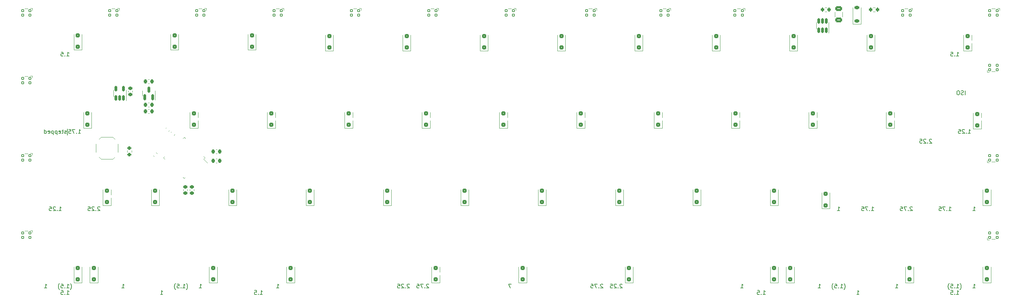
<source format=gbr>
%TF.GenerationSoftware,KiCad,Pcbnew,(7.0.0)*%
%TF.CreationDate,2023-11-22T13:33:22+01:00*%
%TF.ProjectId,forti,666f7274-692e-46b6-9963-61645f706362,rev?*%
%TF.SameCoordinates,Original*%
%TF.FileFunction,Legend,Bot*%
%TF.FilePolarity,Positive*%
%FSLAX46Y46*%
G04 Gerber Fmt 4.6, Leading zero omitted, Abs format (unit mm)*
G04 Created by KiCad (PCBNEW (7.0.0)) date 2023-11-22 13:33:22*
%MOMM*%
%LPD*%
G01*
G04 APERTURE LIST*
G04 Aperture macros list*
%AMRoundRect*
0 Rectangle with rounded corners*
0 $1 Rounding radius*
0 $2 $3 $4 $5 $6 $7 $8 $9 X,Y pos of 4 corners*
0 Add a 4 corners polygon primitive as box body*
4,1,4,$2,$3,$4,$5,$6,$7,$8,$9,$2,$3,0*
0 Add four circle primitives for the rounded corners*
1,1,$1+$1,$2,$3*
1,1,$1+$1,$4,$5*
1,1,$1+$1,$6,$7*
1,1,$1+$1,$8,$9*
0 Add four rect primitives between the rounded corners*
20,1,$1+$1,$2,$3,$4,$5,0*
20,1,$1+$1,$4,$5,$6,$7,0*
20,1,$1+$1,$6,$7,$8,$9,0*
20,1,$1+$1,$8,$9,$2,$3,0*%
G04 Aperture macros list end*
%ADD10C,0.150000*%
%ADD11C,0.120000*%
%ADD12C,0.000000*%
%ADD13C,3.987800*%
%ADD14C,3.048000*%
%ADD15C,0.650000*%
%ADD16O,1.000000X2.100000*%
%ADD17O,1.000000X1.600000*%
%ADD18C,1.750000*%
%ADD19C,2.300000*%
%ADD20C,4.000000*%
%ADD21RoundRect,0.105000X0.245000X0.245000X-0.245000X0.245000X-0.245000X-0.245000X0.245000X-0.245000X0*%
%ADD22RoundRect,0.250000X0.300000X-0.300000X0.300000X0.300000X-0.300000X0.300000X-0.300000X-0.300000X0*%
%ADD23RoundRect,0.200000X-0.200000X-0.275000X0.200000X-0.275000X0.200000X0.275000X-0.200000X0.275000X0*%
%ADD24RoundRect,0.200000X0.200000X0.275000X-0.200000X0.275000X-0.200000X-0.275000X0.200000X-0.275000X0*%
%ADD25RoundRect,0.105000X-0.245000X-0.245000X0.245000X-0.245000X0.245000X0.245000X-0.245000X0.245000X0*%
%ADD26RoundRect,0.150000X0.150000X-0.512500X0.150000X0.512500X-0.150000X0.512500X-0.150000X-0.512500X0*%
%ADD27R,1.800000X1.100000*%
%ADD28RoundRect,0.225000X-0.250000X0.225000X-0.250000X-0.225000X0.250000X-0.225000X0.250000X0.225000X0*%
%ADD29RoundRect,0.225000X0.335876X0.017678X0.017678X0.335876X-0.335876X-0.017678X-0.017678X-0.335876X0*%
%ADD30RoundRect,0.225000X0.375000X-0.225000X0.375000X0.225000X-0.375000X0.225000X-0.375000X-0.225000X0*%
%ADD31RoundRect,0.225000X-0.225000X-0.250000X0.225000X-0.250000X0.225000X0.250000X-0.225000X0.250000X0*%
%ADD32RoundRect,0.070000X0.521491X-0.422496X-0.422496X0.521491X-0.521491X0.422496X0.422496X-0.521491X0*%
%ADD33RoundRect,0.070000X0.521491X0.422496X0.422496X0.521491X-0.521491X-0.422496X-0.422496X-0.521491X0*%
%ADD34RoundRect,0.150000X0.150000X-0.587500X0.150000X0.587500X-0.150000X0.587500X-0.150000X-0.587500X0*%
%ADD35RoundRect,0.225000X0.225000X0.250000X-0.225000X0.250000X-0.225000X-0.250000X0.225000X-0.250000X0*%
%ADD36RoundRect,0.200000X0.275000X-0.200000X0.275000X0.200000X-0.275000X0.200000X-0.275000X-0.200000X0*%
%ADD37RoundRect,0.225000X0.017678X-0.335876X0.335876X-0.017678X-0.017678X0.335876X-0.335876X0.017678X0*%
%ADD38RoundRect,0.225000X0.250000X-0.225000X0.250000X0.225000X-0.250000X0.225000X-0.250000X-0.225000X0*%
%ADD39RoundRect,0.250000X-0.625000X0.375000X-0.625000X-0.375000X0.625000X-0.375000X0.625000X0.375000X0*%
G04 APERTURE END LIST*
D10*
X41120181Y-62706250D02*
X41120181Y-64293750D01*
X150352082Y-100967380D02*
X149685416Y-100967380D01*
X149685416Y-100967380D02*
X150113987Y-101967380D01*
X249126189Y-82012619D02*
X249078570Y-81965000D01*
X249078570Y-81965000D02*
X248983332Y-81917380D01*
X248983332Y-81917380D02*
X248745237Y-81917380D01*
X248745237Y-81917380D02*
X248649999Y-81965000D01*
X248649999Y-81965000D02*
X248602380Y-82012619D01*
X248602380Y-82012619D02*
X248554761Y-82107857D01*
X248554761Y-82107857D02*
X248554761Y-82203095D01*
X248554761Y-82203095D02*
X248602380Y-82345952D01*
X248602380Y-82345952D02*
X249173808Y-82917380D01*
X249173808Y-82917380D02*
X248554761Y-82917380D01*
X248126189Y-82822142D02*
X248078570Y-82869761D01*
X248078570Y-82869761D02*
X248126189Y-82917380D01*
X248126189Y-82917380D02*
X248173808Y-82869761D01*
X248173808Y-82869761D02*
X248126189Y-82822142D01*
X248126189Y-82822142D02*
X248126189Y-82917380D01*
X247745237Y-81917380D02*
X247078571Y-81917380D01*
X247078571Y-81917380D02*
X247507142Y-82917380D01*
X246221428Y-81917380D02*
X246697618Y-81917380D01*
X246697618Y-81917380D02*
X246745237Y-82393571D01*
X246745237Y-82393571D02*
X246697618Y-82345952D01*
X246697618Y-82345952D02*
X246602380Y-82298333D01*
X246602380Y-82298333D02*
X246364285Y-82298333D01*
X246364285Y-82298333D02*
X246269047Y-82345952D01*
X246269047Y-82345952D02*
X246221428Y-82393571D01*
X246221428Y-82393571D02*
X246173809Y-82488809D01*
X246173809Y-82488809D02*
X246173809Y-82726904D01*
X246173809Y-82726904D02*
X246221428Y-82822142D01*
X246221428Y-82822142D02*
X246269047Y-82869761D01*
X246269047Y-82869761D02*
X246364285Y-82917380D01*
X246364285Y-82917380D02*
X246602380Y-82917380D01*
X246602380Y-82917380D02*
X246697618Y-82869761D01*
X246697618Y-82869761D02*
X246745237Y-82822142D01*
X130063689Y-101062619D02*
X130016070Y-101015000D01*
X130016070Y-101015000D02*
X129920832Y-100967380D01*
X129920832Y-100967380D02*
X129682737Y-100967380D01*
X129682737Y-100967380D02*
X129587499Y-101015000D01*
X129587499Y-101015000D02*
X129539880Y-101062619D01*
X129539880Y-101062619D02*
X129492261Y-101157857D01*
X129492261Y-101157857D02*
X129492261Y-101253095D01*
X129492261Y-101253095D02*
X129539880Y-101395952D01*
X129539880Y-101395952D02*
X130111308Y-101967380D01*
X130111308Y-101967380D02*
X129492261Y-101967380D01*
X129063689Y-101872142D02*
X129016070Y-101919761D01*
X129016070Y-101919761D02*
X129063689Y-101967380D01*
X129063689Y-101967380D02*
X129111308Y-101919761D01*
X129111308Y-101919761D02*
X129063689Y-101872142D01*
X129063689Y-101872142D02*
X129063689Y-101967380D01*
X128682737Y-100967380D02*
X128016071Y-100967380D01*
X128016071Y-100967380D02*
X128444642Y-101967380D01*
X127158928Y-100967380D02*
X127635118Y-100967380D01*
X127635118Y-100967380D02*
X127682737Y-101443571D01*
X127682737Y-101443571D02*
X127635118Y-101395952D01*
X127635118Y-101395952D02*
X127539880Y-101348333D01*
X127539880Y-101348333D02*
X127301785Y-101348333D01*
X127301785Y-101348333D02*
X127206547Y-101395952D01*
X127206547Y-101395952D02*
X127158928Y-101443571D01*
X127158928Y-101443571D02*
X127111309Y-101538809D01*
X127111309Y-101538809D02*
X127111309Y-101776904D01*
X127111309Y-101776904D02*
X127158928Y-101872142D01*
X127158928Y-101872142D02*
X127206547Y-101919761D01*
X127206547Y-101919761D02*
X127301785Y-101967380D01*
X127301785Y-101967380D02*
X127539880Y-101967380D01*
X127539880Y-101967380D02*
X127635118Y-101919761D01*
X127635118Y-101919761D02*
X127682737Y-101872142D01*
X70389583Y-102348333D02*
X70437202Y-102300714D01*
X70437202Y-102300714D02*
X70532440Y-102157857D01*
X70532440Y-102157857D02*
X70580059Y-102062619D01*
X70580059Y-102062619D02*
X70627678Y-101919761D01*
X70627678Y-101919761D02*
X70675297Y-101681666D01*
X70675297Y-101681666D02*
X70675297Y-101491190D01*
X70675297Y-101491190D02*
X70627678Y-101253095D01*
X70627678Y-101253095D02*
X70580059Y-101110238D01*
X70580059Y-101110238D02*
X70532440Y-101015000D01*
X70532440Y-101015000D02*
X70437202Y-100872142D01*
X70437202Y-100872142D02*
X70389583Y-100824523D01*
X69484821Y-101967380D02*
X70056249Y-101967380D01*
X69770535Y-101967380D02*
X69770535Y-100967380D01*
X69770535Y-100967380D02*
X69865773Y-101110238D01*
X69865773Y-101110238D02*
X69961011Y-101205476D01*
X69961011Y-101205476D02*
X70056249Y-101253095D01*
X69056249Y-101872142D02*
X69008630Y-101919761D01*
X69008630Y-101919761D02*
X69056249Y-101967380D01*
X69056249Y-101967380D02*
X69103868Y-101919761D01*
X69103868Y-101919761D02*
X69056249Y-101872142D01*
X69056249Y-101872142D02*
X69056249Y-101967380D01*
X68103869Y-100967380D02*
X68580059Y-100967380D01*
X68580059Y-100967380D02*
X68627678Y-101443571D01*
X68627678Y-101443571D02*
X68580059Y-101395952D01*
X68580059Y-101395952D02*
X68484821Y-101348333D01*
X68484821Y-101348333D02*
X68246726Y-101348333D01*
X68246726Y-101348333D02*
X68151488Y-101395952D01*
X68151488Y-101395952D02*
X68103869Y-101443571D01*
X68103869Y-101443571D02*
X68056250Y-101538809D01*
X68056250Y-101538809D02*
X68056250Y-101776904D01*
X68056250Y-101776904D02*
X68103869Y-101872142D01*
X68103869Y-101872142D02*
X68151488Y-101919761D01*
X68151488Y-101919761D02*
X68246726Y-101967380D01*
X68246726Y-101967380D02*
X68484821Y-101967380D01*
X68484821Y-101967380D02*
X68580059Y-101919761D01*
X68580059Y-101919761D02*
X68627678Y-101872142D01*
X67722916Y-102348333D02*
X67675297Y-102300714D01*
X67675297Y-102300714D02*
X67580059Y-102157857D01*
X67580059Y-102157857D02*
X67532440Y-102062619D01*
X67532440Y-102062619D02*
X67484821Y-101919761D01*
X67484821Y-101919761D02*
X67437202Y-101681666D01*
X67437202Y-101681666D02*
X67437202Y-101491190D01*
X67437202Y-101491190D02*
X67484821Y-101253095D01*
X67484821Y-101253095D02*
X67532440Y-101110238D01*
X67532440Y-101110238D02*
X67580059Y-101015000D01*
X67580059Y-101015000D02*
X67675297Y-100872142D01*
X67675297Y-100872142D02*
X67722916Y-100824523D01*
X41814583Y-102348333D02*
X41862202Y-102300714D01*
X41862202Y-102300714D02*
X41957440Y-102157857D01*
X41957440Y-102157857D02*
X42005059Y-102062619D01*
X42005059Y-102062619D02*
X42052678Y-101919761D01*
X42052678Y-101919761D02*
X42100297Y-101681666D01*
X42100297Y-101681666D02*
X42100297Y-101491190D01*
X42100297Y-101491190D02*
X42052678Y-101253095D01*
X42052678Y-101253095D02*
X42005059Y-101110238D01*
X42005059Y-101110238D02*
X41957440Y-101015000D01*
X41957440Y-101015000D02*
X41862202Y-100872142D01*
X41862202Y-100872142D02*
X41814583Y-100824523D01*
X40909821Y-101967380D02*
X41481249Y-101967380D01*
X41195535Y-101967380D02*
X41195535Y-100967380D01*
X41195535Y-100967380D02*
X41290773Y-101110238D01*
X41290773Y-101110238D02*
X41386011Y-101205476D01*
X41386011Y-101205476D02*
X41481249Y-101253095D01*
X40481249Y-101872142D02*
X40433630Y-101919761D01*
X40433630Y-101919761D02*
X40481249Y-101967380D01*
X40481249Y-101967380D02*
X40528868Y-101919761D01*
X40528868Y-101919761D02*
X40481249Y-101872142D01*
X40481249Y-101872142D02*
X40481249Y-101967380D01*
X39528869Y-100967380D02*
X40005059Y-100967380D01*
X40005059Y-100967380D02*
X40052678Y-101443571D01*
X40052678Y-101443571D02*
X40005059Y-101395952D01*
X40005059Y-101395952D02*
X39909821Y-101348333D01*
X39909821Y-101348333D02*
X39671726Y-101348333D01*
X39671726Y-101348333D02*
X39576488Y-101395952D01*
X39576488Y-101395952D02*
X39528869Y-101443571D01*
X39528869Y-101443571D02*
X39481250Y-101538809D01*
X39481250Y-101538809D02*
X39481250Y-101776904D01*
X39481250Y-101776904D02*
X39528869Y-101872142D01*
X39528869Y-101872142D02*
X39576488Y-101919761D01*
X39576488Y-101919761D02*
X39671726Y-101967380D01*
X39671726Y-101967380D02*
X39909821Y-101967380D01*
X39909821Y-101967380D02*
X40005059Y-101919761D01*
X40005059Y-101919761D02*
X40052678Y-101872142D01*
X39147916Y-102348333D02*
X39100297Y-102300714D01*
X39100297Y-102300714D02*
X39005059Y-102157857D01*
X39005059Y-102157857D02*
X38957440Y-102062619D01*
X38957440Y-102062619D02*
X38909821Y-101919761D01*
X38909821Y-101919761D02*
X38862202Y-101681666D01*
X38862202Y-101681666D02*
X38862202Y-101491190D01*
X38862202Y-101491190D02*
X38909821Y-101253095D01*
X38909821Y-101253095D02*
X38957440Y-101110238D01*
X38957440Y-101110238D02*
X39005059Y-101015000D01*
X39005059Y-101015000D02*
X39100297Y-100872142D01*
X39100297Y-100872142D02*
X39147916Y-100824523D01*
X264033035Y-101967380D02*
X264604463Y-101967380D01*
X264318749Y-101967380D02*
X264318749Y-100967380D01*
X264318749Y-100967380D02*
X264413987Y-101110238D01*
X264413987Y-101110238D02*
X264509225Y-101205476D01*
X264509225Y-101205476D02*
X264604463Y-101253095D01*
X260889583Y-102348333D02*
X260937202Y-102300714D01*
X260937202Y-102300714D02*
X261032440Y-102157857D01*
X261032440Y-102157857D02*
X261080059Y-102062619D01*
X261080059Y-102062619D02*
X261127678Y-101919761D01*
X261127678Y-101919761D02*
X261175297Y-101681666D01*
X261175297Y-101681666D02*
X261175297Y-101491190D01*
X261175297Y-101491190D02*
X261127678Y-101253095D01*
X261127678Y-101253095D02*
X261080059Y-101110238D01*
X261080059Y-101110238D02*
X261032440Y-101015000D01*
X261032440Y-101015000D02*
X260937202Y-100872142D01*
X260937202Y-100872142D02*
X260889583Y-100824523D01*
X259984821Y-101967380D02*
X260556249Y-101967380D01*
X260270535Y-101967380D02*
X260270535Y-100967380D01*
X260270535Y-100967380D02*
X260365773Y-101110238D01*
X260365773Y-101110238D02*
X260461011Y-101205476D01*
X260461011Y-101205476D02*
X260556249Y-101253095D01*
X259556249Y-101872142D02*
X259508630Y-101919761D01*
X259508630Y-101919761D02*
X259556249Y-101967380D01*
X259556249Y-101967380D02*
X259603868Y-101919761D01*
X259603868Y-101919761D02*
X259556249Y-101872142D01*
X259556249Y-101872142D02*
X259556249Y-101967380D01*
X258603869Y-100967380D02*
X259080059Y-100967380D01*
X259080059Y-100967380D02*
X259127678Y-101443571D01*
X259127678Y-101443571D02*
X259080059Y-101395952D01*
X259080059Y-101395952D02*
X258984821Y-101348333D01*
X258984821Y-101348333D02*
X258746726Y-101348333D01*
X258746726Y-101348333D02*
X258651488Y-101395952D01*
X258651488Y-101395952D02*
X258603869Y-101443571D01*
X258603869Y-101443571D02*
X258556250Y-101538809D01*
X258556250Y-101538809D02*
X258556250Y-101776904D01*
X258556250Y-101776904D02*
X258603869Y-101872142D01*
X258603869Y-101872142D02*
X258651488Y-101919761D01*
X258651488Y-101919761D02*
X258746726Y-101967380D01*
X258746726Y-101967380D02*
X258984821Y-101967380D01*
X258984821Y-101967380D02*
X259080059Y-101919761D01*
X259080059Y-101919761D02*
X259127678Y-101872142D01*
X258222916Y-102348333D02*
X258175297Y-102300714D01*
X258175297Y-102300714D02*
X258080059Y-102157857D01*
X258080059Y-102157857D02*
X258032440Y-102062619D01*
X258032440Y-102062619D02*
X257984821Y-101919761D01*
X257984821Y-101919761D02*
X257937202Y-101681666D01*
X257937202Y-101681666D02*
X257937202Y-101491190D01*
X257937202Y-101491190D02*
X257984821Y-101253095D01*
X257984821Y-101253095D02*
X258032440Y-101110238D01*
X258032440Y-101110238D02*
X258080059Y-101015000D01*
X258080059Y-101015000D02*
X258175297Y-100872142D01*
X258175297Y-100872142D02*
X258222916Y-100824523D01*
X49101189Y-82012619D02*
X49053570Y-81965000D01*
X49053570Y-81965000D02*
X48958332Y-81917380D01*
X48958332Y-81917380D02*
X48720237Y-81917380D01*
X48720237Y-81917380D02*
X48624999Y-81965000D01*
X48624999Y-81965000D02*
X48577380Y-82012619D01*
X48577380Y-82012619D02*
X48529761Y-82107857D01*
X48529761Y-82107857D02*
X48529761Y-82203095D01*
X48529761Y-82203095D02*
X48577380Y-82345952D01*
X48577380Y-82345952D02*
X49148808Y-82917380D01*
X49148808Y-82917380D02*
X48529761Y-82917380D01*
X48101189Y-82822142D02*
X48053570Y-82869761D01*
X48053570Y-82869761D02*
X48101189Y-82917380D01*
X48101189Y-82917380D02*
X48148808Y-82869761D01*
X48148808Y-82869761D02*
X48101189Y-82822142D01*
X48101189Y-82822142D02*
X48101189Y-82917380D01*
X47672618Y-82012619D02*
X47624999Y-81965000D01*
X47624999Y-81965000D02*
X47529761Y-81917380D01*
X47529761Y-81917380D02*
X47291666Y-81917380D01*
X47291666Y-81917380D02*
X47196428Y-81965000D01*
X47196428Y-81965000D02*
X47148809Y-82012619D01*
X47148809Y-82012619D02*
X47101190Y-82107857D01*
X47101190Y-82107857D02*
X47101190Y-82203095D01*
X47101190Y-82203095D02*
X47148809Y-82345952D01*
X47148809Y-82345952D02*
X47720237Y-82917380D01*
X47720237Y-82917380D02*
X47101190Y-82917380D01*
X46196428Y-81917380D02*
X46672618Y-81917380D01*
X46672618Y-81917380D02*
X46720237Y-82393571D01*
X46720237Y-82393571D02*
X46672618Y-82345952D01*
X46672618Y-82345952D02*
X46577380Y-82298333D01*
X46577380Y-82298333D02*
X46339285Y-82298333D01*
X46339285Y-82298333D02*
X46244047Y-82345952D01*
X46244047Y-82345952D02*
X46196428Y-82393571D01*
X46196428Y-82393571D02*
X46148809Y-82488809D01*
X46148809Y-82488809D02*
X46148809Y-82726904D01*
X46148809Y-82726904D02*
X46196428Y-82822142D01*
X46196428Y-82822142D02*
X46244047Y-82869761D01*
X46244047Y-82869761D02*
X46339285Y-82917380D01*
X46339285Y-82917380D02*
X46577380Y-82917380D01*
X46577380Y-82917380D02*
X46672618Y-82869761D01*
X46672618Y-82869761D02*
X46720237Y-82822142D01*
X35433035Y-101967380D02*
X36004463Y-101967380D01*
X35718749Y-101967380D02*
X35718749Y-100967380D01*
X35718749Y-100967380D02*
X35813987Y-101110238D01*
X35813987Y-101110238D02*
X35909225Y-101205476D01*
X35909225Y-101205476D02*
X36004463Y-101253095D01*
X125301189Y-101062619D02*
X125253570Y-101015000D01*
X125253570Y-101015000D02*
X125158332Y-100967380D01*
X125158332Y-100967380D02*
X124920237Y-100967380D01*
X124920237Y-100967380D02*
X124824999Y-101015000D01*
X124824999Y-101015000D02*
X124777380Y-101062619D01*
X124777380Y-101062619D02*
X124729761Y-101157857D01*
X124729761Y-101157857D02*
X124729761Y-101253095D01*
X124729761Y-101253095D02*
X124777380Y-101395952D01*
X124777380Y-101395952D02*
X125348808Y-101967380D01*
X125348808Y-101967380D02*
X124729761Y-101967380D01*
X124301189Y-101872142D02*
X124253570Y-101919761D01*
X124253570Y-101919761D02*
X124301189Y-101967380D01*
X124301189Y-101967380D02*
X124348808Y-101919761D01*
X124348808Y-101919761D02*
X124301189Y-101872142D01*
X124301189Y-101872142D02*
X124301189Y-101967380D01*
X123872618Y-101062619D02*
X123824999Y-101015000D01*
X123824999Y-101015000D02*
X123729761Y-100967380D01*
X123729761Y-100967380D02*
X123491666Y-100967380D01*
X123491666Y-100967380D02*
X123396428Y-101015000D01*
X123396428Y-101015000D02*
X123348809Y-101062619D01*
X123348809Y-101062619D02*
X123301190Y-101157857D01*
X123301190Y-101157857D02*
X123301190Y-101253095D01*
X123301190Y-101253095D02*
X123348809Y-101395952D01*
X123348809Y-101395952D02*
X123920237Y-101967380D01*
X123920237Y-101967380D02*
X123301190Y-101967380D01*
X122396428Y-100967380D02*
X122872618Y-100967380D01*
X122872618Y-100967380D02*
X122920237Y-101443571D01*
X122920237Y-101443571D02*
X122872618Y-101395952D01*
X122872618Y-101395952D02*
X122777380Y-101348333D01*
X122777380Y-101348333D02*
X122539285Y-101348333D01*
X122539285Y-101348333D02*
X122444047Y-101395952D01*
X122444047Y-101395952D02*
X122396428Y-101443571D01*
X122396428Y-101443571D02*
X122348809Y-101538809D01*
X122348809Y-101538809D02*
X122348809Y-101776904D01*
X122348809Y-101776904D02*
X122396428Y-101872142D01*
X122396428Y-101872142D02*
X122444047Y-101919761D01*
X122444047Y-101919761D02*
X122539285Y-101967380D01*
X122539285Y-101967380D02*
X122777380Y-101967380D01*
X122777380Y-101967380D02*
X122872618Y-101919761D01*
X122872618Y-101919761D02*
X122920237Y-101872142D01*
X262143749Y-54342380D02*
X262143749Y-53342380D01*
X261715178Y-54294761D02*
X261572321Y-54342380D01*
X261572321Y-54342380D02*
X261334226Y-54342380D01*
X261334226Y-54342380D02*
X261238988Y-54294761D01*
X261238988Y-54294761D02*
X261191369Y-54247142D01*
X261191369Y-54247142D02*
X261143750Y-54151904D01*
X261143750Y-54151904D02*
X261143750Y-54056666D01*
X261143750Y-54056666D02*
X261191369Y-53961428D01*
X261191369Y-53961428D02*
X261238988Y-53913809D01*
X261238988Y-53913809D02*
X261334226Y-53866190D01*
X261334226Y-53866190D02*
X261524702Y-53818571D01*
X261524702Y-53818571D02*
X261619940Y-53770952D01*
X261619940Y-53770952D02*
X261667559Y-53723333D01*
X261667559Y-53723333D02*
X261715178Y-53628095D01*
X261715178Y-53628095D02*
X261715178Y-53532857D01*
X261715178Y-53532857D02*
X261667559Y-53437619D01*
X261667559Y-53437619D02*
X261619940Y-53390000D01*
X261619940Y-53390000D02*
X261524702Y-53342380D01*
X261524702Y-53342380D02*
X261286607Y-53342380D01*
X261286607Y-53342380D02*
X261143750Y-53390000D01*
X260524702Y-53342380D02*
X260334226Y-53342380D01*
X260334226Y-53342380D02*
X260238988Y-53390000D01*
X260238988Y-53390000D02*
X260143750Y-53485238D01*
X260143750Y-53485238D02*
X260096131Y-53675714D01*
X260096131Y-53675714D02*
X260096131Y-54009047D01*
X260096131Y-54009047D02*
X260143750Y-54199523D01*
X260143750Y-54199523D02*
X260238988Y-54294761D01*
X260238988Y-54294761D02*
X260334226Y-54342380D01*
X260334226Y-54342380D02*
X260524702Y-54342380D01*
X260524702Y-54342380D02*
X260619940Y-54294761D01*
X260619940Y-54294761D02*
X260715178Y-54199523D01*
X260715178Y-54199523D02*
X260762797Y-54009047D01*
X260762797Y-54009047D02*
X260762797Y-53675714D01*
X260762797Y-53675714D02*
X260715178Y-53485238D01*
X260715178Y-53485238D02*
X260619940Y-53390000D01*
X260619940Y-53390000D02*
X260524702Y-53342380D01*
X39004761Y-82917380D02*
X39576189Y-82917380D01*
X39290475Y-82917380D02*
X39290475Y-81917380D01*
X39290475Y-81917380D02*
X39385713Y-82060238D01*
X39385713Y-82060238D02*
X39480951Y-82155476D01*
X39480951Y-82155476D02*
X39576189Y-82203095D01*
X38576189Y-82822142D02*
X38528570Y-82869761D01*
X38528570Y-82869761D02*
X38576189Y-82917380D01*
X38576189Y-82917380D02*
X38623808Y-82869761D01*
X38623808Y-82869761D02*
X38576189Y-82822142D01*
X38576189Y-82822142D02*
X38576189Y-82917380D01*
X38147618Y-82012619D02*
X38099999Y-81965000D01*
X38099999Y-81965000D02*
X38004761Y-81917380D01*
X38004761Y-81917380D02*
X37766666Y-81917380D01*
X37766666Y-81917380D02*
X37671428Y-81965000D01*
X37671428Y-81965000D02*
X37623809Y-82012619D01*
X37623809Y-82012619D02*
X37576190Y-82107857D01*
X37576190Y-82107857D02*
X37576190Y-82203095D01*
X37576190Y-82203095D02*
X37623809Y-82345952D01*
X37623809Y-82345952D02*
X38195237Y-82917380D01*
X38195237Y-82917380D02*
X37576190Y-82917380D01*
X36671428Y-81917380D02*
X37147618Y-81917380D01*
X37147618Y-81917380D02*
X37195237Y-82393571D01*
X37195237Y-82393571D02*
X37147618Y-82345952D01*
X37147618Y-82345952D02*
X37052380Y-82298333D01*
X37052380Y-82298333D02*
X36814285Y-82298333D01*
X36814285Y-82298333D02*
X36719047Y-82345952D01*
X36719047Y-82345952D02*
X36671428Y-82393571D01*
X36671428Y-82393571D02*
X36623809Y-82488809D01*
X36623809Y-82488809D02*
X36623809Y-82726904D01*
X36623809Y-82726904D02*
X36671428Y-82822142D01*
X36671428Y-82822142D02*
X36719047Y-82869761D01*
X36719047Y-82869761D02*
X36814285Y-82917380D01*
X36814285Y-82917380D02*
X37052380Y-82917380D01*
X37052380Y-82917380D02*
X37147618Y-82869761D01*
X37147618Y-82869761D02*
X37195237Y-82822142D01*
X232314583Y-102348333D02*
X232362202Y-102300714D01*
X232362202Y-102300714D02*
X232457440Y-102157857D01*
X232457440Y-102157857D02*
X232505059Y-102062619D01*
X232505059Y-102062619D02*
X232552678Y-101919761D01*
X232552678Y-101919761D02*
X232600297Y-101681666D01*
X232600297Y-101681666D02*
X232600297Y-101491190D01*
X232600297Y-101491190D02*
X232552678Y-101253095D01*
X232552678Y-101253095D02*
X232505059Y-101110238D01*
X232505059Y-101110238D02*
X232457440Y-101015000D01*
X232457440Y-101015000D02*
X232362202Y-100872142D01*
X232362202Y-100872142D02*
X232314583Y-100824523D01*
X231409821Y-101967380D02*
X231981249Y-101967380D01*
X231695535Y-101967380D02*
X231695535Y-100967380D01*
X231695535Y-100967380D02*
X231790773Y-101110238D01*
X231790773Y-101110238D02*
X231886011Y-101205476D01*
X231886011Y-101205476D02*
X231981249Y-101253095D01*
X230981249Y-101872142D02*
X230933630Y-101919761D01*
X230933630Y-101919761D02*
X230981249Y-101967380D01*
X230981249Y-101967380D02*
X231028868Y-101919761D01*
X231028868Y-101919761D02*
X230981249Y-101872142D01*
X230981249Y-101872142D02*
X230981249Y-101967380D01*
X230028869Y-100967380D02*
X230505059Y-100967380D01*
X230505059Y-100967380D02*
X230552678Y-101443571D01*
X230552678Y-101443571D02*
X230505059Y-101395952D01*
X230505059Y-101395952D02*
X230409821Y-101348333D01*
X230409821Y-101348333D02*
X230171726Y-101348333D01*
X230171726Y-101348333D02*
X230076488Y-101395952D01*
X230076488Y-101395952D02*
X230028869Y-101443571D01*
X230028869Y-101443571D02*
X229981250Y-101538809D01*
X229981250Y-101538809D02*
X229981250Y-101776904D01*
X229981250Y-101776904D02*
X230028869Y-101872142D01*
X230028869Y-101872142D02*
X230076488Y-101919761D01*
X230076488Y-101919761D02*
X230171726Y-101967380D01*
X230171726Y-101967380D02*
X230409821Y-101967380D01*
X230409821Y-101967380D02*
X230505059Y-101919761D01*
X230505059Y-101919761D02*
X230552678Y-101872142D01*
X229647916Y-102348333D02*
X229600297Y-102300714D01*
X229600297Y-102300714D02*
X229505059Y-102157857D01*
X229505059Y-102157857D02*
X229457440Y-102062619D01*
X229457440Y-102062619D02*
X229409821Y-101919761D01*
X229409821Y-101919761D02*
X229362202Y-101681666D01*
X229362202Y-101681666D02*
X229362202Y-101491190D01*
X229362202Y-101491190D02*
X229409821Y-101253095D01*
X229409821Y-101253095D02*
X229457440Y-101110238D01*
X229457440Y-101110238D02*
X229505059Y-101015000D01*
X229505059Y-101015000D02*
X229600297Y-100872142D01*
X229600297Y-100872142D02*
X229647916Y-100824523D01*
X88534821Y-103554880D02*
X89106249Y-103554880D01*
X88820535Y-103554880D02*
X88820535Y-102554880D01*
X88820535Y-102554880D02*
X88915773Y-102697738D01*
X88915773Y-102697738D02*
X89011011Y-102792976D01*
X89011011Y-102792976D02*
X89106249Y-102840595D01*
X88106249Y-103459642D02*
X88058630Y-103507261D01*
X88058630Y-103507261D02*
X88106249Y-103554880D01*
X88106249Y-103554880D02*
X88153868Y-103507261D01*
X88153868Y-103507261D02*
X88106249Y-103459642D01*
X88106249Y-103459642D02*
X88106249Y-103554880D01*
X87153869Y-102554880D02*
X87630059Y-102554880D01*
X87630059Y-102554880D02*
X87677678Y-103031071D01*
X87677678Y-103031071D02*
X87630059Y-102983452D01*
X87630059Y-102983452D02*
X87534821Y-102935833D01*
X87534821Y-102935833D02*
X87296726Y-102935833D01*
X87296726Y-102935833D02*
X87201488Y-102983452D01*
X87201488Y-102983452D02*
X87153869Y-103031071D01*
X87153869Y-103031071D02*
X87106250Y-103126309D01*
X87106250Y-103126309D02*
X87106250Y-103364404D01*
X87106250Y-103364404D02*
X87153869Y-103459642D01*
X87153869Y-103459642D02*
X87201488Y-103507261D01*
X87201488Y-103507261D02*
X87296726Y-103554880D01*
X87296726Y-103554880D02*
X87534821Y-103554880D01*
X87534821Y-103554880D02*
X87630059Y-103507261D01*
X87630059Y-103507261D02*
X87677678Y-103459642D01*
X172926189Y-101062619D02*
X172878570Y-101015000D01*
X172878570Y-101015000D02*
X172783332Y-100967380D01*
X172783332Y-100967380D02*
X172545237Y-100967380D01*
X172545237Y-100967380D02*
X172449999Y-101015000D01*
X172449999Y-101015000D02*
X172402380Y-101062619D01*
X172402380Y-101062619D02*
X172354761Y-101157857D01*
X172354761Y-101157857D02*
X172354761Y-101253095D01*
X172354761Y-101253095D02*
X172402380Y-101395952D01*
X172402380Y-101395952D02*
X172973808Y-101967380D01*
X172973808Y-101967380D02*
X172354761Y-101967380D01*
X171926189Y-101872142D02*
X171878570Y-101919761D01*
X171878570Y-101919761D02*
X171926189Y-101967380D01*
X171926189Y-101967380D02*
X171973808Y-101919761D01*
X171973808Y-101919761D02*
X171926189Y-101872142D01*
X171926189Y-101872142D02*
X171926189Y-101967380D01*
X171545237Y-100967380D02*
X170878571Y-100967380D01*
X170878571Y-100967380D02*
X171307142Y-101967380D01*
X170021428Y-100967380D02*
X170497618Y-100967380D01*
X170497618Y-100967380D02*
X170545237Y-101443571D01*
X170545237Y-101443571D02*
X170497618Y-101395952D01*
X170497618Y-101395952D02*
X170402380Y-101348333D01*
X170402380Y-101348333D02*
X170164285Y-101348333D01*
X170164285Y-101348333D02*
X170069047Y-101395952D01*
X170069047Y-101395952D02*
X170021428Y-101443571D01*
X170021428Y-101443571D02*
X169973809Y-101538809D01*
X169973809Y-101538809D02*
X169973809Y-101776904D01*
X169973809Y-101776904D02*
X170021428Y-101872142D01*
X170021428Y-101872142D02*
X170069047Y-101919761D01*
X170069047Y-101919761D02*
X170164285Y-101967380D01*
X170164285Y-101967380D02*
X170402380Y-101967380D01*
X170402380Y-101967380D02*
X170497618Y-101919761D01*
X170497618Y-101919761D02*
X170545237Y-101872142D01*
X230695535Y-82917380D02*
X231266963Y-82917380D01*
X230981249Y-82917380D02*
X230981249Y-81917380D01*
X230981249Y-81917380D02*
X231076487Y-82060238D01*
X231076487Y-82060238D02*
X231171725Y-82155476D01*
X231171725Y-82155476D02*
X231266963Y-82203095D01*
X264033035Y-82917380D02*
X264604463Y-82917380D01*
X264318749Y-82917380D02*
X264318749Y-81917380D01*
X264318749Y-81917380D02*
X264413987Y-82060238D01*
X264413987Y-82060238D02*
X264509225Y-82155476D01*
X264509225Y-82155476D02*
X264604463Y-82203095D01*
X259984821Y-103554880D02*
X260556249Y-103554880D01*
X260270535Y-103554880D02*
X260270535Y-102554880D01*
X260270535Y-102554880D02*
X260365773Y-102697738D01*
X260365773Y-102697738D02*
X260461011Y-102792976D01*
X260461011Y-102792976D02*
X260556249Y-102840595D01*
X259556249Y-103459642D02*
X259508630Y-103507261D01*
X259508630Y-103507261D02*
X259556249Y-103554880D01*
X259556249Y-103554880D02*
X259603868Y-103507261D01*
X259603868Y-103507261D02*
X259556249Y-103459642D01*
X259556249Y-103459642D02*
X259556249Y-103554880D01*
X258603869Y-102554880D02*
X259080059Y-102554880D01*
X259080059Y-102554880D02*
X259127678Y-103031071D01*
X259127678Y-103031071D02*
X259080059Y-102983452D01*
X259080059Y-102983452D02*
X258984821Y-102935833D01*
X258984821Y-102935833D02*
X258746726Y-102935833D01*
X258746726Y-102935833D02*
X258651488Y-102983452D01*
X258651488Y-102983452D02*
X258603869Y-103031071D01*
X258603869Y-103031071D02*
X258556250Y-103126309D01*
X258556250Y-103126309D02*
X258556250Y-103364404D01*
X258556250Y-103364404D02*
X258603869Y-103459642D01*
X258603869Y-103459642D02*
X258651488Y-103507261D01*
X258651488Y-103507261D02*
X258746726Y-103554880D01*
X258746726Y-103554880D02*
X258984821Y-103554880D01*
X258984821Y-103554880D02*
X259080059Y-103507261D01*
X259080059Y-103507261D02*
X259127678Y-103459642D01*
X258079761Y-82917380D02*
X258651189Y-82917380D01*
X258365475Y-82917380D02*
X258365475Y-81917380D01*
X258365475Y-81917380D02*
X258460713Y-82060238D01*
X258460713Y-82060238D02*
X258555951Y-82155476D01*
X258555951Y-82155476D02*
X258651189Y-82203095D01*
X257651189Y-82822142D02*
X257603570Y-82869761D01*
X257603570Y-82869761D02*
X257651189Y-82917380D01*
X257651189Y-82917380D02*
X257698808Y-82869761D01*
X257698808Y-82869761D02*
X257651189Y-82822142D01*
X257651189Y-82822142D02*
X257651189Y-82917380D01*
X257270237Y-81917380D02*
X256603571Y-81917380D01*
X256603571Y-81917380D02*
X257032142Y-82917380D01*
X255746428Y-81917380D02*
X256222618Y-81917380D01*
X256222618Y-81917380D02*
X256270237Y-82393571D01*
X256270237Y-82393571D02*
X256222618Y-82345952D01*
X256222618Y-82345952D02*
X256127380Y-82298333D01*
X256127380Y-82298333D02*
X255889285Y-82298333D01*
X255889285Y-82298333D02*
X255794047Y-82345952D01*
X255794047Y-82345952D02*
X255746428Y-82393571D01*
X255746428Y-82393571D02*
X255698809Y-82488809D01*
X255698809Y-82488809D02*
X255698809Y-82726904D01*
X255698809Y-82726904D02*
X255746428Y-82822142D01*
X255746428Y-82822142D02*
X255794047Y-82869761D01*
X255794047Y-82869761D02*
X255889285Y-82917380D01*
X255889285Y-82917380D02*
X256127380Y-82917380D01*
X256127380Y-82917380D02*
X256222618Y-82869761D01*
X256222618Y-82869761D02*
X256270237Y-82822142D01*
X235458035Y-103554880D02*
X236029463Y-103554880D01*
X235743749Y-103554880D02*
X235743749Y-102554880D01*
X235743749Y-102554880D02*
X235838987Y-102697738D01*
X235838987Y-102697738D02*
X235934225Y-102792976D01*
X235934225Y-102792976D02*
X236029463Y-102840595D01*
X239029761Y-82917380D02*
X239601189Y-82917380D01*
X239315475Y-82917380D02*
X239315475Y-81917380D01*
X239315475Y-81917380D02*
X239410713Y-82060238D01*
X239410713Y-82060238D02*
X239505951Y-82155476D01*
X239505951Y-82155476D02*
X239601189Y-82203095D01*
X238601189Y-82822142D02*
X238553570Y-82869761D01*
X238553570Y-82869761D02*
X238601189Y-82917380D01*
X238601189Y-82917380D02*
X238648808Y-82869761D01*
X238648808Y-82869761D02*
X238601189Y-82822142D01*
X238601189Y-82822142D02*
X238601189Y-82917380D01*
X238220237Y-81917380D02*
X237553571Y-81917380D01*
X237553571Y-81917380D02*
X237982142Y-82917380D01*
X236696428Y-81917380D02*
X237172618Y-81917380D01*
X237172618Y-81917380D02*
X237220237Y-82393571D01*
X237220237Y-82393571D02*
X237172618Y-82345952D01*
X237172618Y-82345952D02*
X237077380Y-82298333D01*
X237077380Y-82298333D02*
X236839285Y-82298333D01*
X236839285Y-82298333D02*
X236744047Y-82345952D01*
X236744047Y-82345952D02*
X236696428Y-82393571D01*
X236696428Y-82393571D02*
X236648809Y-82488809D01*
X236648809Y-82488809D02*
X236648809Y-82726904D01*
X236648809Y-82726904D02*
X236696428Y-82822142D01*
X236696428Y-82822142D02*
X236744047Y-82869761D01*
X236744047Y-82869761D02*
X236839285Y-82917380D01*
X236839285Y-82917380D02*
X237077380Y-82917380D01*
X237077380Y-82917380D02*
X237172618Y-82869761D01*
X237172618Y-82869761D02*
X237220237Y-82822142D01*
X206883035Y-101967380D02*
X207454463Y-101967380D01*
X207168749Y-101967380D02*
X207168749Y-100967380D01*
X207168749Y-100967380D02*
X207263987Y-101110238D01*
X207263987Y-101110238D02*
X207359225Y-101205476D01*
X207359225Y-101205476D02*
X207454463Y-101253095D01*
X43767261Y-63867380D02*
X44338689Y-63867380D01*
X44052975Y-63867380D02*
X44052975Y-62867380D01*
X44052975Y-62867380D02*
X44148213Y-63010238D01*
X44148213Y-63010238D02*
X44243451Y-63105476D01*
X44243451Y-63105476D02*
X44338689Y-63153095D01*
X43338689Y-63772142D02*
X43291070Y-63819761D01*
X43291070Y-63819761D02*
X43338689Y-63867380D01*
X43338689Y-63867380D02*
X43386308Y-63819761D01*
X43386308Y-63819761D02*
X43338689Y-63772142D01*
X43338689Y-63772142D02*
X43338689Y-63867380D01*
X42957737Y-62867380D02*
X42291071Y-62867380D01*
X42291071Y-62867380D02*
X42719642Y-63867380D01*
X41433928Y-62867380D02*
X41910118Y-62867380D01*
X41910118Y-62867380D02*
X41957737Y-63343571D01*
X41957737Y-63343571D02*
X41910118Y-63295952D01*
X41910118Y-63295952D02*
X41814880Y-63248333D01*
X41814880Y-63248333D02*
X41576785Y-63248333D01*
X41576785Y-63248333D02*
X41481547Y-63295952D01*
X41481547Y-63295952D02*
X41433928Y-63343571D01*
X41433928Y-63343571D02*
X41386309Y-63438809D01*
X41386309Y-63438809D02*
X41386309Y-63676904D01*
X41386309Y-63676904D02*
X41433928Y-63772142D01*
X41433928Y-63772142D02*
X41481547Y-63819761D01*
X41481547Y-63819761D02*
X41576785Y-63867380D01*
X41576785Y-63867380D02*
X41814880Y-63867380D01*
X41814880Y-63867380D02*
X41910118Y-63819761D01*
X41910118Y-63819761D02*
X41957737Y-63772142D01*
X225933035Y-101967380D02*
X226504463Y-101967380D01*
X226218749Y-101967380D02*
X226218749Y-100967380D01*
X226218749Y-100967380D02*
X226313987Y-101110238D01*
X226313987Y-101110238D02*
X226409225Y-101205476D01*
X226409225Y-101205476D02*
X226504463Y-101253095D01*
X212359821Y-103554880D02*
X212931249Y-103554880D01*
X212645535Y-103554880D02*
X212645535Y-102554880D01*
X212645535Y-102554880D02*
X212740773Y-102697738D01*
X212740773Y-102697738D02*
X212836011Y-102792976D01*
X212836011Y-102792976D02*
X212931249Y-102840595D01*
X211931249Y-103459642D02*
X211883630Y-103507261D01*
X211883630Y-103507261D02*
X211931249Y-103554880D01*
X211931249Y-103554880D02*
X211978868Y-103507261D01*
X211978868Y-103507261D02*
X211931249Y-103459642D01*
X211931249Y-103459642D02*
X211931249Y-103554880D01*
X210978869Y-102554880D02*
X211455059Y-102554880D01*
X211455059Y-102554880D02*
X211502678Y-103031071D01*
X211502678Y-103031071D02*
X211455059Y-102983452D01*
X211455059Y-102983452D02*
X211359821Y-102935833D01*
X211359821Y-102935833D02*
X211121726Y-102935833D01*
X211121726Y-102935833D02*
X211026488Y-102983452D01*
X211026488Y-102983452D02*
X210978869Y-103031071D01*
X210978869Y-103031071D02*
X210931250Y-103126309D01*
X210931250Y-103126309D02*
X210931250Y-103364404D01*
X210931250Y-103364404D02*
X210978869Y-103459642D01*
X210978869Y-103459642D02*
X211026488Y-103507261D01*
X211026488Y-103507261D02*
X211121726Y-103554880D01*
X211121726Y-103554880D02*
X211359821Y-103554880D01*
X211359821Y-103554880D02*
X211455059Y-103507261D01*
X211455059Y-103507261D02*
X211502678Y-103459642D01*
X64008035Y-103554880D02*
X64579463Y-103554880D01*
X64293749Y-103554880D02*
X64293749Y-102554880D01*
X64293749Y-102554880D02*
X64388987Y-102697738D01*
X64388987Y-102697738D02*
X64484225Y-102792976D01*
X64484225Y-102792976D02*
X64579463Y-102840595D01*
X262842261Y-63867380D02*
X263413689Y-63867380D01*
X263127975Y-63867380D02*
X263127975Y-62867380D01*
X263127975Y-62867380D02*
X263223213Y-63010238D01*
X263223213Y-63010238D02*
X263318451Y-63105476D01*
X263318451Y-63105476D02*
X263413689Y-63153095D01*
X262413689Y-63772142D02*
X262366070Y-63819761D01*
X262366070Y-63819761D02*
X262413689Y-63867380D01*
X262413689Y-63867380D02*
X262461308Y-63819761D01*
X262461308Y-63819761D02*
X262413689Y-63772142D01*
X262413689Y-63772142D02*
X262413689Y-63867380D01*
X261985118Y-62962619D02*
X261937499Y-62915000D01*
X261937499Y-62915000D02*
X261842261Y-62867380D01*
X261842261Y-62867380D02*
X261604166Y-62867380D01*
X261604166Y-62867380D02*
X261508928Y-62915000D01*
X261508928Y-62915000D02*
X261461309Y-62962619D01*
X261461309Y-62962619D02*
X261413690Y-63057857D01*
X261413690Y-63057857D02*
X261413690Y-63153095D01*
X261413690Y-63153095D02*
X261461309Y-63295952D01*
X261461309Y-63295952D02*
X262032737Y-63867380D01*
X262032737Y-63867380D02*
X261413690Y-63867380D01*
X260508928Y-62867380D02*
X260985118Y-62867380D01*
X260985118Y-62867380D02*
X261032737Y-63343571D01*
X261032737Y-63343571D02*
X260985118Y-63295952D01*
X260985118Y-63295952D02*
X260889880Y-63248333D01*
X260889880Y-63248333D02*
X260651785Y-63248333D01*
X260651785Y-63248333D02*
X260556547Y-63295952D01*
X260556547Y-63295952D02*
X260508928Y-63343571D01*
X260508928Y-63343571D02*
X260461309Y-63438809D01*
X260461309Y-63438809D02*
X260461309Y-63676904D01*
X260461309Y-63676904D02*
X260508928Y-63772142D01*
X260508928Y-63772142D02*
X260556547Y-63819761D01*
X260556547Y-63819761D02*
X260651785Y-63867380D01*
X260651785Y-63867380D02*
X260889880Y-63867380D01*
X260889880Y-63867380D02*
X260985118Y-63819761D01*
X260985118Y-63819761D02*
X261032737Y-63772142D01*
X40909821Y-44817380D02*
X41481249Y-44817380D01*
X41195535Y-44817380D02*
X41195535Y-43817380D01*
X41195535Y-43817380D02*
X41290773Y-43960238D01*
X41290773Y-43960238D02*
X41386011Y-44055476D01*
X41386011Y-44055476D02*
X41481249Y-44103095D01*
X40481249Y-44722142D02*
X40433630Y-44769761D01*
X40433630Y-44769761D02*
X40481249Y-44817380D01*
X40481249Y-44817380D02*
X40528868Y-44769761D01*
X40528868Y-44769761D02*
X40481249Y-44722142D01*
X40481249Y-44722142D02*
X40481249Y-44817380D01*
X39528869Y-43817380D02*
X40005059Y-43817380D01*
X40005059Y-43817380D02*
X40052678Y-44293571D01*
X40052678Y-44293571D02*
X40005059Y-44245952D01*
X40005059Y-44245952D02*
X39909821Y-44198333D01*
X39909821Y-44198333D02*
X39671726Y-44198333D01*
X39671726Y-44198333D02*
X39576488Y-44245952D01*
X39576488Y-44245952D02*
X39528869Y-44293571D01*
X39528869Y-44293571D02*
X39481250Y-44388809D01*
X39481250Y-44388809D02*
X39481250Y-44626904D01*
X39481250Y-44626904D02*
X39528869Y-44722142D01*
X39528869Y-44722142D02*
X39576488Y-44769761D01*
X39576488Y-44769761D02*
X39671726Y-44817380D01*
X39671726Y-44817380D02*
X39909821Y-44817380D01*
X39909821Y-44817380D02*
X40005059Y-44769761D01*
X40005059Y-44769761D02*
X40052678Y-44722142D01*
X40814285Y-63819761D02*
X40719047Y-63867380D01*
X40719047Y-63867380D02*
X40528571Y-63867380D01*
X40528571Y-63867380D02*
X40433333Y-63819761D01*
X40433333Y-63819761D02*
X40385714Y-63724523D01*
X40385714Y-63724523D02*
X40385714Y-63676904D01*
X40385714Y-63676904D02*
X40433333Y-63581666D01*
X40433333Y-63581666D02*
X40528571Y-63534047D01*
X40528571Y-63534047D02*
X40671428Y-63534047D01*
X40671428Y-63534047D02*
X40766666Y-63486428D01*
X40766666Y-63486428D02*
X40814285Y-63391190D01*
X40814285Y-63391190D02*
X40814285Y-63343571D01*
X40814285Y-63343571D02*
X40766666Y-63248333D01*
X40766666Y-63248333D02*
X40671428Y-63200714D01*
X40671428Y-63200714D02*
X40528571Y-63200714D01*
X40528571Y-63200714D02*
X40433333Y-63248333D01*
X40099999Y-63200714D02*
X39719047Y-63200714D01*
X39957142Y-62867380D02*
X39957142Y-63724523D01*
X39957142Y-63724523D02*
X39909523Y-63819761D01*
X39909523Y-63819761D02*
X39814285Y-63867380D01*
X39814285Y-63867380D02*
X39719047Y-63867380D01*
X39004761Y-63819761D02*
X39099999Y-63867380D01*
X39099999Y-63867380D02*
X39290475Y-63867380D01*
X39290475Y-63867380D02*
X39385713Y-63819761D01*
X39385713Y-63819761D02*
X39433332Y-63724523D01*
X39433332Y-63724523D02*
X39433332Y-63343571D01*
X39433332Y-63343571D02*
X39385713Y-63248333D01*
X39385713Y-63248333D02*
X39290475Y-63200714D01*
X39290475Y-63200714D02*
X39099999Y-63200714D01*
X39099999Y-63200714D02*
X39004761Y-63248333D01*
X39004761Y-63248333D02*
X38957142Y-63343571D01*
X38957142Y-63343571D02*
X38957142Y-63438809D01*
X38957142Y-63438809D02*
X39433332Y-63534047D01*
X38528570Y-63200714D02*
X38528570Y-64200714D01*
X38528570Y-63248333D02*
X38433332Y-63200714D01*
X38433332Y-63200714D02*
X38242856Y-63200714D01*
X38242856Y-63200714D02*
X38147618Y-63248333D01*
X38147618Y-63248333D02*
X38099999Y-63295952D01*
X38099999Y-63295952D02*
X38052380Y-63391190D01*
X38052380Y-63391190D02*
X38052380Y-63676904D01*
X38052380Y-63676904D02*
X38099999Y-63772142D01*
X38099999Y-63772142D02*
X38147618Y-63819761D01*
X38147618Y-63819761D02*
X38242856Y-63867380D01*
X38242856Y-63867380D02*
X38433332Y-63867380D01*
X38433332Y-63867380D02*
X38528570Y-63819761D01*
X37623808Y-63200714D02*
X37623808Y-64200714D01*
X37623808Y-63248333D02*
X37528570Y-63200714D01*
X37528570Y-63200714D02*
X37338094Y-63200714D01*
X37338094Y-63200714D02*
X37242856Y-63248333D01*
X37242856Y-63248333D02*
X37195237Y-63295952D01*
X37195237Y-63295952D02*
X37147618Y-63391190D01*
X37147618Y-63391190D02*
X37147618Y-63676904D01*
X37147618Y-63676904D02*
X37195237Y-63772142D01*
X37195237Y-63772142D02*
X37242856Y-63819761D01*
X37242856Y-63819761D02*
X37338094Y-63867380D01*
X37338094Y-63867380D02*
X37528570Y-63867380D01*
X37528570Y-63867380D02*
X37623808Y-63819761D01*
X36338094Y-63819761D02*
X36433332Y-63867380D01*
X36433332Y-63867380D02*
X36623808Y-63867380D01*
X36623808Y-63867380D02*
X36719046Y-63819761D01*
X36719046Y-63819761D02*
X36766665Y-63724523D01*
X36766665Y-63724523D02*
X36766665Y-63343571D01*
X36766665Y-63343571D02*
X36719046Y-63248333D01*
X36719046Y-63248333D02*
X36623808Y-63200714D01*
X36623808Y-63200714D02*
X36433332Y-63200714D01*
X36433332Y-63200714D02*
X36338094Y-63248333D01*
X36338094Y-63248333D02*
X36290475Y-63343571D01*
X36290475Y-63343571D02*
X36290475Y-63438809D01*
X36290475Y-63438809D02*
X36766665Y-63534047D01*
X35433332Y-63867380D02*
X35433332Y-62867380D01*
X35433332Y-63819761D02*
X35528570Y-63867380D01*
X35528570Y-63867380D02*
X35719046Y-63867380D01*
X35719046Y-63867380D02*
X35814284Y-63819761D01*
X35814284Y-63819761D02*
X35861903Y-63772142D01*
X35861903Y-63772142D02*
X35909522Y-63676904D01*
X35909522Y-63676904D02*
X35909522Y-63391190D01*
X35909522Y-63391190D02*
X35861903Y-63295952D01*
X35861903Y-63295952D02*
X35814284Y-63248333D01*
X35814284Y-63248333D02*
X35719046Y-63200714D01*
X35719046Y-63200714D02*
X35528570Y-63200714D01*
X35528570Y-63200714D02*
X35433332Y-63248333D01*
X259984821Y-44817380D02*
X260556249Y-44817380D01*
X260270535Y-44817380D02*
X260270535Y-43817380D01*
X260270535Y-43817380D02*
X260365773Y-43960238D01*
X260365773Y-43960238D02*
X260461011Y-44055476D01*
X260461011Y-44055476D02*
X260556249Y-44103095D01*
X259556249Y-44722142D02*
X259508630Y-44769761D01*
X259508630Y-44769761D02*
X259556249Y-44817380D01*
X259556249Y-44817380D02*
X259603868Y-44769761D01*
X259603868Y-44769761D02*
X259556249Y-44722142D01*
X259556249Y-44722142D02*
X259556249Y-44817380D01*
X258603869Y-43817380D02*
X259080059Y-43817380D01*
X259080059Y-43817380D02*
X259127678Y-44293571D01*
X259127678Y-44293571D02*
X259080059Y-44245952D01*
X259080059Y-44245952D02*
X258984821Y-44198333D01*
X258984821Y-44198333D02*
X258746726Y-44198333D01*
X258746726Y-44198333D02*
X258651488Y-44245952D01*
X258651488Y-44245952D02*
X258603869Y-44293571D01*
X258603869Y-44293571D02*
X258556250Y-44388809D01*
X258556250Y-44388809D02*
X258556250Y-44626904D01*
X258556250Y-44626904D02*
X258603869Y-44722142D01*
X258603869Y-44722142D02*
X258651488Y-44769761D01*
X258651488Y-44769761D02*
X258746726Y-44817380D01*
X258746726Y-44817380D02*
X258984821Y-44817380D01*
X258984821Y-44817380D02*
X259080059Y-44769761D01*
X259080059Y-44769761D02*
X259127678Y-44722142D01*
X253888689Y-65343869D02*
X253841070Y-65296250D01*
X253841070Y-65296250D02*
X253745832Y-65248630D01*
X253745832Y-65248630D02*
X253507737Y-65248630D01*
X253507737Y-65248630D02*
X253412499Y-65296250D01*
X253412499Y-65296250D02*
X253364880Y-65343869D01*
X253364880Y-65343869D02*
X253317261Y-65439107D01*
X253317261Y-65439107D02*
X253317261Y-65534345D01*
X253317261Y-65534345D02*
X253364880Y-65677202D01*
X253364880Y-65677202D02*
X253936308Y-66248630D01*
X253936308Y-66248630D02*
X253317261Y-66248630D01*
X252888689Y-66153392D02*
X252841070Y-66201011D01*
X252841070Y-66201011D02*
X252888689Y-66248630D01*
X252888689Y-66248630D02*
X252936308Y-66201011D01*
X252936308Y-66201011D02*
X252888689Y-66153392D01*
X252888689Y-66153392D02*
X252888689Y-66248630D01*
X252460118Y-65343869D02*
X252412499Y-65296250D01*
X252412499Y-65296250D02*
X252317261Y-65248630D01*
X252317261Y-65248630D02*
X252079166Y-65248630D01*
X252079166Y-65248630D02*
X251983928Y-65296250D01*
X251983928Y-65296250D02*
X251936309Y-65343869D01*
X251936309Y-65343869D02*
X251888690Y-65439107D01*
X251888690Y-65439107D02*
X251888690Y-65534345D01*
X251888690Y-65534345D02*
X251936309Y-65677202D01*
X251936309Y-65677202D02*
X252507737Y-66248630D01*
X252507737Y-66248630D02*
X251888690Y-66248630D01*
X250983928Y-65248630D02*
X251460118Y-65248630D01*
X251460118Y-65248630D02*
X251507737Y-65724821D01*
X251507737Y-65724821D02*
X251460118Y-65677202D01*
X251460118Y-65677202D02*
X251364880Y-65629583D01*
X251364880Y-65629583D02*
X251126785Y-65629583D01*
X251126785Y-65629583D02*
X251031547Y-65677202D01*
X251031547Y-65677202D02*
X250983928Y-65724821D01*
X250983928Y-65724821D02*
X250936309Y-65820059D01*
X250936309Y-65820059D02*
X250936309Y-66058154D01*
X250936309Y-66058154D02*
X250983928Y-66153392D01*
X250983928Y-66153392D02*
X251031547Y-66201011D01*
X251031547Y-66201011D02*
X251126785Y-66248630D01*
X251126785Y-66248630D02*
X251364880Y-66248630D01*
X251364880Y-66248630D02*
X251460118Y-66201011D01*
X251460118Y-66201011D02*
X251507737Y-66153392D01*
X244983035Y-101967380D02*
X245554463Y-101967380D01*
X245268749Y-101967380D02*
X245268749Y-100967380D01*
X245268749Y-100967380D02*
X245363987Y-101110238D01*
X245363987Y-101110238D02*
X245459225Y-101205476D01*
X245459225Y-101205476D02*
X245554463Y-101253095D01*
X73533035Y-101967380D02*
X74104463Y-101967380D01*
X73818749Y-101967380D02*
X73818749Y-100967380D01*
X73818749Y-100967380D02*
X73913987Y-101110238D01*
X73913987Y-101110238D02*
X74009225Y-101205476D01*
X74009225Y-101205476D02*
X74104463Y-101253095D01*
X177688689Y-101062619D02*
X177641070Y-101015000D01*
X177641070Y-101015000D02*
X177545832Y-100967380D01*
X177545832Y-100967380D02*
X177307737Y-100967380D01*
X177307737Y-100967380D02*
X177212499Y-101015000D01*
X177212499Y-101015000D02*
X177164880Y-101062619D01*
X177164880Y-101062619D02*
X177117261Y-101157857D01*
X177117261Y-101157857D02*
X177117261Y-101253095D01*
X177117261Y-101253095D02*
X177164880Y-101395952D01*
X177164880Y-101395952D02*
X177736308Y-101967380D01*
X177736308Y-101967380D02*
X177117261Y-101967380D01*
X176688689Y-101872142D02*
X176641070Y-101919761D01*
X176641070Y-101919761D02*
X176688689Y-101967380D01*
X176688689Y-101967380D02*
X176736308Y-101919761D01*
X176736308Y-101919761D02*
X176688689Y-101872142D01*
X176688689Y-101872142D02*
X176688689Y-101967380D01*
X176260118Y-101062619D02*
X176212499Y-101015000D01*
X176212499Y-101015000D02*
X176117261Y-100967380D01*
X176117261Y-100967380D02*
X175879166Y-100967380D01*
X175879166Y-100967380D02*
X175783928Y-101015000D01*
X175783928Y-101015000D02*
X175736309Y-101062619D01*
X175736309Y-101062619D02*
X175688690Y-101157857D01*
X175688690Y-101157857D02*
X175688690Y-101253095D01*
X175688690Y-101253095D02*
X175736309Y-101395952D01*
X175736309Y-101395952D02*
X176307737Y-101967380D01*
X176307737Y-101967380D02*
X175688690Y-101967380D01*
X174783928Y-100967380D02*
X175260118Y-100967380D01*
X175260118Y-100967380D02*
X175307737Y-101443571D01*
X175307737Y-101443571D02*
X175260118Y-101395952D01*
X175260118Y-101395952D02*
X175164880Y-101348333D01*
X175164880Y-101348333D02*
X174926785Y-101348333D01*
X174926785Y-101348333D02*
X174831547Y-101395952D01*
X174831547Y-101395952D02*
X174783928Y-101443571D01*
X174783928Y-101443571D02*
X174736309Y-101538809D01*
X174736309Y-101538809D02*
X174736309Y-101776904D01*
X174736309Y-101776904D02*
X174783928Y-101872142D01*
X174783928Y-101872142D02*
X174831547Y-101919761D01*
X174831547Y-101919761D02*
X174926785Y-101967380D01*
X174926785Y-101967380D02*
X175164880Y-101967380D01*
X175164880Y-101967380D02*
X175260118Y-101919761D01*
X175260118Y-101919761D02*
X175307737Y-101872142D01*
X54483035Y-101967380D02*
X55054463Y-101967380D01*
X54768749Y-101967380D02*
X54768749Y-100967380D01*
X54768749Y-100967380D02*
X54863987Y-101110238D01*
X54863987Y-101110238D02*
X54959225Y-101205476D01*
X54959225Y-101205476D02*
X55054463Y-101253095D01*
X40909821Y-103554880D02*
X41481249Y-103554880D01*
X41195535Y-103554880D02*
X41195535Y-102554880D01*
X41195535Y-102554880D02*
X41290773Y-102697738D01*
X41290773Y-102697738D02*
X41386011Y-102792976D01*
X41386011Y-102792976D02*
X41481249Y-102840595D01*
X40481249Y-103459642D02*
X40433630Y-103507261D01*
X40433630Y-103507261D02*
X40481249Y-103554880D01*
X40481249Y-103554880D02*
X40528868Y-103507261D01*
X40528868Y-103507261D02*
X40481249Y-103459642D01*
X40481249Y-103459642D02*
X40481249Y-103554880D01*
X39528869Y-102554880D02*
X40005059Y-102554880D01*
X40005059Y-102554880D02*
X40052678Y-103031071D01*
X40052678Y-103031071D02*
X40005059Y-102983452D01*
X40005059Y-102983452D02*
X39909821Y-102935833D01*
X39909821Y-102935833D02*
X39671726Y-102935833D01*
X39671726Y-102935833D02*
X39576488Y-102983452D01*
X39576488Y-102983452D02*
X39528869Y-103031071D01*
X39528869Y-103031071D02*
X39481250Y-103126309D01*
X39481250Y-103126309D02*
X39481250Y-103364404D01*
X39481250Y-103364404D02*
X39528869Y-103459642D01*
X39528869Y-103459642D02*
X39576488Y-103507261D01*
X39576488Y-103507261D02*
X39671726Y-103554880D01*
X39671726Y-103554880D02*
X39909821Y-103554880D01*
X39909821Y-103554880D02*
X40005059Y-103507261D01*
X40005059Y-103507261D02*
X40052678Y-103459642D01*
X92583035Y-101967380D02*
X93154463Y-101967380D01*
X92868749Y-101967380D02*
X92868749Y-100967380D01*
X92868749Y-100967380D02*
X92963987Y-101110238D01*
X92963987Y-101110238D02*
X93059225Y-101205476D01*
X93059225Y-101205476D02*
X93154463Y-101253095D01*
D11*
%TO.C,LED2*%
X32456250Y-69200000D02*
X32456250Y-68700000D01*
X32456250Y-68700000D02*
X31956250Y-68700000D01*
X31356250Y-68850000D02*
X30556250Y-68850000D01*
%TO.C,D29*%
X118856250Y-81585000D02*
X118856250Y-77725000D01*
X120856250Y-81585000D02*
X118856250Y-81585000D01*
X120856250Y-81585000D02*
X120856250Y-77725000D01*
%TO.C,D36*%
X266493750Y-81585000D02*
X266493750Y-77725000D01*
X268493750Y-81585000D02*
X266493750Y-81585000D01*
X268493750Y-81585000D02*
X268493750Y-77725000D01*
%TO.C,D13*%
X45037500Y-62535000D02*
X45037500Y-58675000D01*
X47037500Y-62535000D02*
X45037500Y-62535000D01*
X47037500Y-62535000D02*
X47037500Y-58675000D01*
%TO.C,LED23*%
X151518750Y-33481250D02*
X151518750Y-32981250D01*
X151518750Y-32981250D02*
X151018750Y-32981250D01*
X150418750Y-33131250D02*
X149618750Y-33131250D01*
%TO.C,D40*%
X130762500Y-100635000D02*
X130762500Y-96775000D01*
X132762500Y-100635000D02*
X130762500Y-100635000D01*
X132762500Y-100635000D02*
X132762500Y-96775000D01*
%TO.C,D20*%
X185531250Y-62535000D02*
X185531250Y-58675000D01*
X187531250Y-62535000D02*
X185531250Y-62535000D01*
X187531250Y-62535000D02*
X187531250Y-58675000D01*
%TO.C,D26*%
X61706250Y-81585000D02*
X61706250Y-77725000D01*
X63706250Y-81585000D02*
X61706250Y-81585000D01*
X63706250Y-81585000D02*
X63706250Y-77725000D01*
%TO.C,R1*%
X239475242Y-32815000D02*
X239949758Y-32815000D01*
X239475242Y-33860000D02*
X239949758Y-33860000D01*
%TO.C,D22*%
X223631250Y-62535000D02*
X223631250Y-58675000D01*
X225631250Y-62535000D02*
X223631250Y-62535000D01*
X225631250Y-62535000D02*
X225631250Y-58675000D01*
%TO.C,LED25*%
X94368750Y-33481250D02*
X94368750Y-32981250D01*
X94368750Y-32981250D02*
X93868750Y-32981250D01*
X93268750Y-33131250D02*
X92468750Y-33131250D01*
%TO.C,D32*%
X176006250Y-81585000D02*
X176006250Y-77725000D01*
X178006250Y-81585000D02*
X176006250Y-81585000D01*
X178006250Y-81585000D02*
X178006250Y-77725000D01*
%TO.C,R2*%
X228043508Y-33860000D02*
X227568992Y-33860000D01*
X228043508Y-32815000D02*
X227568992Y-32815000D01*
%TO.C,LED30*%
X132468750Y-33481250D02*
X132468750Y-32981250D01*
X132468750Y-32981250D02*
X131968750Y-32981250D01*
X131368750Y-33131250D02*
X130568750Y-33131250D01*
%TO.C,LED21*%
X189618750Y-33481250D02*
X189618750Y-32981250D01*
X189618750Y-32981250D02*
X189118750Y-32981250D01*
X188518750Y-33131250D02*
X187718750Y-33131250D01*
%TO.C,D15*%
X90281250Y-62535000D02*
X90281250Y-58675000D01*
X92281250Y-62535000D02*
X90281250Y-62535000D01*
X92281250Y-62535000D02*
X92281250Y-58675000D01*
%TO.C,D41*%
X95043750Y-100635000D02*
X95043750Y-96775000D01*
X97043750Y-100635000D02*
X95043750Y-100635000D01*
X97043750Y-100635000D02*
X97043750Y-96775000D01*
%TO.C,LED20*%
X207875000Y-33481250D02*
X207875000Y-32981250D01*
X207875000Y-32981250D02*
X207375000Y-32981250D01*
X206775000Y-33131250D02*
X205975000Y-33131250D01*
%TO.C,D31*%
X156956250Y-81585000D02*
X156956250Y-77725000D01*
X158956250Y-81585000D02*
X156956250Y-81585000D01*
X158956250Y-81585000D02*
X158956250Y-77725000D01*
%TO.C,D21*%
X204581250Y-62535000D02*
X204581250Y-58675000D01*
X206581250Y-62535000D02*
X204581250Y-62535000D01*
X206581250Y-62535000D02*
X206581250Y-58675000D01*
%TO.C,D4*%
X104568750Y-43485000D02*
X104568750Y-39625000D01*
X106568750Y-43485000D02*
X104568750Y-43485000D01*
X106568750Y-43485000D02*
X106568750Y-39625000D01*
%TO.C,D9*%
X199818750Y-43485000D02*
X199818750Y-39625000D01*
X201818750Y-43485000D02*
X199818750Y-43485000D01*
X201818750Y-43485000D02*
X201818750Y-39625000D01*
%TO.C,D34*%
X214106250Y-81585000D02*
X214106250Y-77725000D01*
X216106250Y-81585000D02*
X214106250Y-81585000D01*
X216106250Y-81585000D02*
X216106250Y-77725000D01*
%TO.C,D24*%
X264112500Y-62722500D02*
X264112500Y-58862500D01*
X266112500Y-62722500D02*
X264112500Y-62722500D01*
X266112500Y-62722500D02*
X266112500Y-58862500D01*
%TO.C,D27*%
X80756250Y-81585000D02*
X80756250Y-77725000D01*
X82756250Y-81585000D02*
X80756250Y-81585000D01*
X82756250Y-81585000D02*
X82756250Y-77725000D01*
%TO.C,LED16*%
X267581250Y-70500000D02*
X267581250Y-71000000D01*
X267581250Y-71000000D02*
X268081250Y-71000000D01*
X268681250Y-70850000D02*
X269481250Y-70850000D01*
%TO.C,D16*%
X109331250Y-62535000D02*
X109331250Y-58675000D01*
X111331250Y-62535000D02*
X109331250Y-62535000D01*
X111331250Y-62535000D02*
X111331250Y-58675000D01*
%TO.C,LED26*%
X75318750Y-33481250D02*
X75318750Y-32981250D01*
X75318750Y-32981250D02*
X74818750Y-32981250D01*
X74218750Y-33131250D02*
X73418750Y-33131250D01*
%TO.C,D3*%
X85518750Y-43297500D02*
X85518750Y-39437500D01*
X87518750Y-43297500D02*
X85518750Y-43297500D01*
X87518750Y-43297500D02*
X87518750Y-39437500D01*
%TO.C,U4*%
X52415000Y-53975000D02*
X52415000Y-54775000D01*
X52415000Y-53975000D02*
X52415000Y-53175000D01*
X55535000Y-53975000D02*
X55535000Y-55775000D01*
X55535000Y-53975000D02*
X55535000Y-53175000D01*
%TO.C,D42*%
X152193750Y-100635000D02*
X152193750Y-96775000D01*
X154193750Y-100635000D02*
X152193750Y-100635000D01*
X154193750Y-100635000D02*
X154193750Y-96775000D01*
%TO.C,D28*%
X99806250Y-81585000D02*
X99806250Y-77725000D01*
X101806250Y-81585000D02*
X99806250Y-81585000D01*
X101806250Y-81585000D02*
X101806250Y-77725000D01*
%TO.C,SW2*%
X53520000Y-68508750D02*
X53520000Y-66428750D01*
X52250000Y-70188750D02*
X52740000Y-69698750D01*
X52250000Y-70188750D02*
X49350000Y-70188750D01*
X52250000Y-64748750D02*
X52740000Y-65238750D01*
X52250000Y-64748750D02*
X49350000Y-64748750D01*
X49350000Y-70188750D02*
X48860000Y-69698750D01*
X49350000Y-64748750D02*
X48860000Y-65238750D01*
X48080000Y-68508750D02*
X48080000Y-66428750D01*
%TO.C,D10*%
X218868750Y-43485000D02*
X218868750Y-39625000D01*
X220868750Y-43485000D02*
X218868750Y-43485000D01*
X220868750Y-43485000D02*
X220868750Y-39625000D01*
%TO.C,LED31*%
X53887500Y-33481250D02*
X53887500Y-32981250D01*
X53887500Y-32981250D02*
X53387500Y-32981250D01*
X52787500Y-33131250D02*
X51987500Y-33131250D01*
%TO.C,C8*%
X70615094Y-77646920D02*
X70615094Y-77928080D01*
X69595094Y-77646920D02*
X69595094Y-77928080D01*
%TO.C,C5*%
X62445031Y-69516280D02*
X62246220Y-69317469D01*
X63166280Y-68795031D02*
X62967469Y-68596220D01*
%TO.C,D_PWR1*%
X234493750Y-36882840D02*
X234493750Y-32872840D01*
X236493750Y-36882840D02*
X234493750Y-36882840D01*
X236493750Y-36882840D02*
X236493750Y-32872840D01*
%TO.C,D38*%
X46625000Y-100635000D02*
X46625000Y-96775000D01*
X48625000Y-100635000D02*
X46625000Y-100635000D01*
X48625000Y-100635000D02*
X48625000Y-96775000D01*
%TO.C,LED1*%
X32456250Y-50150000D02*
X32456250Y-49650000D01*
X32456250Y-49650000D02*
X31956250Y-49650000D01*
X31356250Y-49800000D02*
X30556250Y-49800000D01*
%TO.C,D43*%
X214106250Y-100635000D02*
X214106250Y-96775000D01*
X216106250Y-100635000D02*
X214106250Y-100635000D01*
X216106250Y-100635000D02*
X216106250Y-96775000D01*
%TO.C,D2*%
X66468750Y-43297500D02*
X66468750Y-39437500D01*
X68468750Y-43297500D02*
X66468750Y-43297500D01*
X68468750Y-43297500D02*
X68468750Y-39437500D01*
%TO.C,C9*%
X77646920Y-70133750D02*
X77928080Y-70133750D01*
X77646920Y-71153750D02*
X77928080Y-71153750D01*
%TO.C,D23*%
X242681250Y-62535000D02*
X242681250Y-58675000D01*
X244681250Y-62535000D02*
X242681250Y-62535000D01*
X244681250Y-62535000D02*
X244681250Y-58675000D01*
%TO.C,D1*%
X42656250Y-43297500D02*
X42656250Y-39437500D01*
X44656250Y-43297500D02*
X42656250Y-43297500D01*
X44656250Y-43297500D02*
X44656250Y-39437500D01*
%TO.C,D39*%
X75993750Y-100635000D02*
X75993750Y-96775000D01*
X77993750Y-100635000D02*
X75993750Y-100635000D01*
X77993750Y-100635000D02*
X77993750Y-96775000D01*
%TO.C,D30*%
X137906250Y-81585000D02*
X137906250Y-77725000D01*
X139906250Y-81585000D02*
X137906250Y-81585000D01*
X139906250Y-81585000D02*
X139906250Y-77725000D01*
%TO.C,LED19*%
X249150000Y-33481250D02*
X249150000Y-32981250D01*
X249150000Y-32981250D02*
X248650000Y-32981250D01*
X248050000Y-33131250D02*
X247250000Y-33131250D01*
%TO.C,LED15*%
X267581250Y-89550000D02*
X267581250Y-90050000D01*
X267581250Y-90050000D02*
X268081250Y-90050000D01*
X268681250Y-89900000D02*
X269481250Y-89900000D01*
%TO.C,U3*%
X69850000Y-74955311D02*
X70168198Y-74637113D01*
X74637113Y-70168198D02*
X75549281Y-71080366D01*
X74955311Y-69850000D02*
X74637113Y-70168198D01*
X69531802Y-74637113D02*
X69850000Y-74955311D01*
X74637113Y-69531802D02*
X74955311Y-69850000D01*
X65062887Y-70168198D02*
X64744689Y-69850000D01*
X70168198Y-65062887D02*
X69850000Y-64744689D01*
X64744689Y-69850000D02*
X65062887Y-69531802D01*
X69850000Y-64744689D02*
X69531802Y-65062887D01*
%TO.C,LED17*%
X267581250Y-48275000D02*
X267581250Y-48775000D01*
X267581250Y-48775000D02*
X268081250Y-48775000D01*
X268681250Y-48625000D02*
X269481250Y-48625000D01*
%TO.C,D8*%
X180768750Y-43485000D02*
X180768750Y-39625000D01*
X182768750Y-43485000D02*
X180768750Y-43485000D01*
X182768750Y-43485000D02*
X182768750Y-39625000D01*
%TO.C,U2*%
X59558750Y-53975000D02*
X59558750Y-54625000D01*
X59558750Y-53975000D02*
X59558750Y-53325000D01*
X62678750Y-53975000D02*
X62678750Y-55650000D01*
X62678750Y-53975000D02*
X62678750Y-53325000D01*
%TO.C,D11*%
X237918750Y-43485000D02*
X237918750Y-39625000D01*
X239918750Y-43485000D02*
X237918750Y-43485000D01*
X239918750Y-43485000D02*
X239918750Y-39625000D01*
%TO.C,D25*%
X49800000Y-81585000D02*
X49800000Y-77725000D01*
X51800000Y-81585000D02*
X49800000Y-81585000D01*
X51800000Y-81585000D02*
X51800000Y-77725000D01*
%TO.C,LED18*%
X270581250Y-33481250D02*
X270581250Y-32981250D01*
X270581250Y-32981250D02*
X270081250Y-32981250D01*
X269481250Y-33131250D02*
X268681250Y-33131250D01*
%TO.C,LED27*%
X32456250Y-33481250D02*
X32456250Y-32981250D01*
X32456250Y-32981250D02*
X31956250Y-32981250D01*
X31356250Y-33131250D02*
X30556250Y-33131250D01*
%TO.C,D35*%
X226806250Y-82378750D02*
X226806250Y-78518750D01*
X228806250Y-82378750D02*
X226806250Y-82378750D01*
X228806250Y-82378750D02*
X228806250Y-78518750D01*
%TO.C,D12*%
X261731250Y-43485000D02*
X261731250Y-39625000D01*
X263731250Y-43485000D02*
X261731250Y-43485000D01*
X263731250Y-43485000D02*
X263731250Y-39625000D01*
%TO.C,D6*%
X142668750Y-43485000D02*
X142668750Y-39625000D01*
X144668750Y-43485000D02*
X142668750Y-43485000D01*
X144668750Y-43485000D02*
X144668750Y-39625000D01*
%TO.C,U1*%
X225452500Y-37306250D02*
X225452500Y-38106250D01*
X225452500Y-37306250D02*
X225452500Y-36506250D01*
X228572500Y-37306250D02*
X228572500Y-39106250D01*
X228572500Y-37306250D02*
X228572500Y-36506250D01*
%TO.C,D17*%
X128381250Y-62535000D02*
X128381250Y-58675000D01*
X130381250Y-62535000D02*
X128381250Y-62535000D01*
X130381250Y-62535000D02*
X130381250Y-58675000D01*
%TO.C,D7*%
X161718750Y-43485000D02*
X161718750Y-39625000D01*
X163718750Y-43485000D02*
X161718750Y-43485000D01*
X163718750Y-43485000D02*
X163718750Y-39625000D01*
%TO.C,LED24*%
X113418750Y-33481250D02*
X113418750Y-32981250D01*
X113418750Y-32981250D02*
X112918750Y-32981250D01*
X112318750Y-33131250D02*
X111518750Y-33131250D01*
%TO.C,C2*%
X61260138Y-57314873D02*
X60978978Y-57314873D01*
X61260138Y-56294873D02*
X60978978Y-56294873D01*
%TO.C,D5*%
X123618750Y-43485000D02*
X123618750Y-39625000D01*
X125618750Y-43485000D02*
X123618750Y-43485000D01*
X125618750Y-43485000D02*
X125618750Y-39625000D01*
%TO.C,D18*%
X147431250Y-62535000D02*
X147431250Y-58675000D01*
X149431250Y-62535000D02*
X147431250Y-62535000D01*
X149431250Y-62535000D02*
X149431250Y-58675000D01*
%TO.C,R6*%
X55833750Y-68499758D02*
X55833750Y-68025242D01*
X56878750Y-68499758D02*
X56878750Y-68025242D01*
%TO.C,D44*%
X218075000Y-100635000D02*
X218075000Y-96775000D01*
X220075000Y-100635000D02*
X218075000Y-100635000D01*
X220075000Y-100635000D02*
X220075000Y-96775000D01*
%TO.C,C6*%
X66582449Y-63589168D02*
X66781260Y-63390357D01*
X67303698Y-64310417D02*
X67502509Y-64111606D01*
%TO.C,D14*%
X71231250Y-62535000D02*
X71231250Y-58675000D01*
X73231250Y-62535000D02*
X71231250Y-62535000D01*
X73231250Y-62535000D02*
X73231250Y-58675000D01*
%TO.C,C12*%
X56078330Y-53640142D02*
X56078330Y-53358982D01*
X57098330Y-53640142D02*
X57098330Y-53358982D01*
%TO.C,F1*%
X231891250Y-33920776D02*
X231891250Y-35124904D01*
X230071250Y-33920776D02*
X230071250Y-35124904D01*
%TO.C,D46*%
X266493750Y-100635000D02*
X266493750Y-96775000D01*
X268493750Y-100635000D02*
X266493750Y-100635000D01*
X268493750Y-100635000D02*
X268493750Y-96775000D01*
%TO.C,C3*%
X60978169Y-57877112D02*
X61259329Y-57877112D01*
X60978169Y-58897112D02*
X61259329Y-58897112D01*
%TO.C,LED22*%
X171362500Y-33481250D02*
X171362500Y-32981250D01*
X171362500Y-32981250D02*
X170862500Y-32981250D01*
X170262500Y-33131250D02*
X169462500Y-33131250D01*
%TO.C,LED3*%
X32456250Y-88250000D02*
X32456250Y-87750000D01*
X32456250Y-87750000D02*
X31956250Y-87750000D01*
X31356250Y-87900000D02*
X30556250Y-87900000D01*
%TO.C,C13*%
X72247281Y-77659536D02*
X72247281Y-77940696D01*
X71227281Y-77659536D02*
X71227281Y-77940696D01*
%TO.C,D45*%
X247443750Y-100635000D02*
X247443750Y-96775000D01*
X249443750Y-100635000D02*
X247443750Y-100635000D01*
X249443750Y-100635000D02*
X249443750Y-96775000D01*
%TO.C,D33*%
X195056250Y-81585000D02*
X195056250Y-77725000D01*
X197056250Y-81585000D02*
X195056250Y-81585000D01*
X197056250Y-81585000D02*
X197056250Y-77725000D01*
%TO.C,D47*%
X178387500Y-100635000D02*
X178387500Y-96775000D01*
X180387500Y-100635000D02*
X178387500Y-100635000D01*
X180387500Y-100635000D02*
X180387500Y-96775000D01*
%TO.C,D19*%
X166481250Y-62535000D02*
X166481250Y-58675000D01*
X168481250Y-62535000D02*
X166481250Y-62535000D01*
X168481250Y-62535000D02*
X168481250Y-58675000D01*
%TO.C,D37*%
X42656250Y-100635000D02*
X42656250Y-96775000D01*
X44656250Y-100635000D02*
X42656250Y-100635000D01*
X44656250Y-100635000D02*
X44656250Y-96775000D01*
%TO.C,C1*%
X60978170Y-50502500D02*
X61259330Y-50502500D01*
X60978170Y-51522500D02*
X61259330Y-51522500D01*
%TO.C,C7*%
X77646920Y-67771250D02*
X77928080Y-67771250D01*
X77646920Y-68791250D02*
X77928080Y-68791250D01*
%TO.C,C4*%
X65299522Y-62585884D02*
X65498333Y-62387073D01*
X66020771Y-63307133D02*
X66219582Y-63108322D01*
%TD*%
%LPC*%
D12*
G36*
X121640823Y-59070482D02*
G01*
X121654576Y-59078770D01*
X121681255Y-59095472D01*
X121694512Y-59103637D01*
X121707934Y-59111513D01*
X121714758Y-59115303D01*
X121721686Y-59118975D01*
X121728738Y-59122512D01*
X121735935Y-59125900D01*
X121757117Y-59136166D01*
X121778381Y-59145853D01*
X121799810Y-59155045D01*
X121821487Y-59163823D01*
X121843494Y-59172270D01*
X121865914Y-59180469D01*
X121888831Y-59188502D01*
X121912326Y-59196453D01*
X121915859Y-59196453D01*
X121915859Y-59348148D01*
X121897951Y-59331281D01*
X121879925Y-59315081D01*
X121861744Y-59299553D01*
X121843371Y-59284702D01*
X121824771Y-59270533D01*
X121805908Y-59257051D01*
X121786744Y-59244262D01*
X121767246Y-59232171D01*
X121747375Y-59220783D01*
X121727096Y-59210102D01*
X121706373Y-59200135D01*
X121685169Y-59190886D01*
X121663449Y-59182361D01*
X121641177Y-59174564D01*
X121618315Y-59167502D01*
X121594829Y-59161178D01*
X121626575Y-59062400D01*
X121640823Y-59070482D01*
G37*
D10*
X250519677Y-49089964D02*
X250519677Y-48189964D01*
X250519677Y-49047107D02*
X250605391Y-49089964D01*
X250605391Y-49089964D02*
X250776819Y-49089964D01*
X250776819Y-49089964D02*
X250862534Y-49047107D01*
X250862534Y-49047107D02*
X250905391Y-49004250D01*
X250905391Y-49004250D02*
X250948248Y-48918536D01*
X250948248Y-48918536D02*
X250948248Y-48661393D01*
X250948248Y-48661393D02*
X250905391Y-48575679D01*
X250905391Y-48575679D02*
X250862534Y-48532822D01*
X250862534Y-48532822D02*
X250776819Y-48489964D01*
X250776819Y-48489964D02*
X250605391Y-48489964D01*
X250605391Y-48489964D02*
X250519677Y-48532822D01*
X249748248Y-49047107D02*
X249833962Y-49089964D01*
X249833962Y-49089964D02*
X250005391Y-49089964D01*
X250005391Y-49089964D02*
X250091105Y-49047107D01*
X250091105Y-49047107D02*
X250133962Y-48961393D01*
X250133962Y-48961393D02*
X250133962Y-48618536D01*
X250133962Y-48618536D02*
X250091105Y-48532822D01*
X250091105Y-48532822D02*
X250005391Y-48489964D01*
X250005391Y-48489964D02*
X249833962Y-48489964D01*
X249833962Y-48489964D02*
X249748248Y-48532822D01*
X249748248Y-48532822D02*
X249705391Y-48618536D01*
X249705391Y-48618536D02*
X249705391Y-48704250D01*
X249705391Y-48704250D02*
X250133962Y-48789964D01*
X249362533Y-49047107D02*
X249276819Y-49089964D01*
X249276819Y-49089964D02*
X249105390Y-49089964D01*
X249105390Y-49089964D02*
X249019676Y-49047107D01*
X249019676Y-49047107D02*
X248976819Y-48961393D01*
X248976819Y-48961393D02*
X248976819Y-48918536D01*
X248976819Y-48918536D02*
X249019676Y-48832822D01*
X249019676Y-48832822D02*
X249105390Y-48789964D01*
X249105390Y-48789964D02*
X249233962Y-48789964D01*
X249233962Y-48789964D02*
X249319676Y-48747107D01*
X249319676Y-48747107D02*
X249362533Y-48661393D01*
X249362533Y-48661393D02*
X249362533Y-48618536D01*
X249362533Y-48618536D02*
X249319676Y-48532822D01*
X249319676Y-48532822D02*
X249233962Y-48489964D01*
X249233962Y-48489964D02*
X249105390Y-48489964D01*
X249105390Y-48489964D02*
X249019676Y-48532822D01*
X248591105Y-49089964D02*
X248591105Y-48489964D01*
X248591105Y-48189964D02*
X248633962Y-48232822D01*
X248633962Y-48232822D02*
X248591105Y-48275679D01*
X248591105Y-48275679D02*
X248548248Y-48232822D01*
X248548248Y-48232822D02*
X248591105Y-48189964D01*
X248591105Y-48189964D02*
X248591105Y-48275679D01*
X247776820Y-48489964D02*
X247776820Y-49218536D01*
X247776820Y-49218536D02*
X247819677Y-49304250D01*
X247819677Y-49304250D02*
X247862534Y-49347107D01*
X247862534Y-49347107D02*
X247948248Y-49389964D01*
X247948248Y-49389964D02*
X248076820Y-49389964D01*
X248076820Y-49389964D02*
X248162534Y-49347107D01*
X247776820Y-49047107D02*
X247862534Y-49089964D01*
X247862534Y-49089964D02*
X248033962Y-49089964D01*
X248033962Y-49089964D02*
X248119677Y-49047107D01*
X248119677Y-49047107D02*
X248162534Y-49004250D01*
X248162534Y-49004250D02*
X248205391Y-48918536D01*
X248205391Y-48918536D02*
X248205391Y-48661393D01*
X248205391Y-48661393D02*
X248162534Y-48575679D01*
X248162534Y-48575679D02*
X248119677Y-48532822D01*
X248119677Y-48532822D02*
X248033962Y-48489964D01*
X248033962Y-48489964D02*
X247862534Y-48489964D01*
X247862534Y-48489964D02*
X247776820Y-48532822D01*
X247348248Y-48489964D02*
X247348248Y-49089964D01*
X247348248Y-48575679D02*
X247305391Y-48532822D01*
X247305391Y-48532822D02*
X247219676Y-48489964D01*
X247219676Y-48489964D02*
X247091105Y-48489964D01*
X247091105Y-48489964D02*
X247005391Y-48532822D01*
X247005391Y-48532822D02*
X246962534Y-48618536D01*
X246962534Y-48618536D02*
X246962534Y-49089964D01*
X245993962Y-49089964D02*
X245993962Y-48189964D01*
X245993962Y-48532822D02*
X245908248Y-48489964D01*
X245908248Y-48489964D02*
X245736819Y-48489964D01*
X245736819Y-48489964D02*
X245651105Y-48532822D01*
X245651105Y-48532822D02*
X245608248Y-48575679D01*
X245608248Y-48575679D02*
X245565390Y-48661393D01*
X245565390Y-48661393D02*
X245565390Y-48918536D01*
X245565390Y-48918536D02*
X245608248Y-49004250D01*
X245608248Y-49004250D02*
X245651105Y-49047107D01*
X245651105Y-49047107D02*
X245736819Y-49089964D01*
X245736819Y-49089964D02*
X245908248Y-49089964D01*
X245908248Y-49089964D02*
X245993962Y-49047107D01*
X245265390Y-48489964D02*
X245051104Y-49089964D01*
X244836819Y-48489964D02*
X245051104Y-49089964D01*
X245051104Y-49089964D02*
X245136819Y-49304250D01*
X245136819Y-49304250D02*
X245179676Y-49347107D01*
X245179676Y-49347107D02*
X245265390Y-49389964D01*
X244039676Y-49089964D02*
X243568248Y-48489964D01*
X244039676Y-48489964D02*
X243568248Y-49089964D01*
X243096819Y-49089964D02*
X243182534Y-49047107D01*
X243182534Y-49047107D02*
X243225391Y-49004250D01*
X243225391Y-49004250D02*
X243268248Y-48918536D01*
X243268248Y-48918536D02*
X243268248Y-48661393D01*
X243268248Y-48661393D02*
X243225391Y-48575679D01*
X243225391Y-48575679D02*
X243182534Y-48532822D01*
X243182534Y-48532822D02*
X243096819Y-48489964D01*
X243096819Y-48489964D02*
X242968248Y-48489964D01*
X242968248Y-48489964D02*
X242882534Y-48532822D01*
X242882534Y-48532822D02*
X242839677Y-48575679D01*
X242839677Y-48575679D02*
X242796819Y-48661393D01*
X242796819Y-48661393D02*
X242796819Y-48918536D01*
X242796819Y-48918536D02*
X242839677Y-49004250D01*
X242839677Y-49004250D02*
X242882534Y-49047107D01*
X242882534Y-49047107D02*
X242968248Y-49089964D01*
X242968248Y-49089964D02*
X243096819Y-49089964D01*
X242411105Y-48489964D02*
X242411105Y-49089964D01*
X242411105Y-48575679D02*
X242368248Y-48532822D01*
X242368248Y-48532822D02*
X242282533Y-48489964D01*
X242282533Y-48489964D02*
X242153962Y-48489964D01*
X242153962Y-48489964D02*
X242068248Y-48532822D01*
X242068248Y-48532822D02*
X242025391Y-48618536D01*
X242025391Y-48618536D02*
X242025391Y-49089964D01*
X241211105Y-48489964D02*
X241211105Y-49089964D01*
X241596819Y-48489964D02*
X241596819Y-48961393D01*
X241596819Y-48961393D02*
X241553962Y-49047107D01*
X241553962Y-49047107D02*
X241468247Y-49089964D01*
X241468247Y-49089964D02*
X241339676Y-49089964D01*
X241339676Y-49089964D02*
X241253962Y-49047107D01*
X241253962Y-49047107D02*
X241211105Y-49004250D01*
X240825390Y-49047107D02*
X240739676Y-49089964D01*
X240739676Y-49089964D02*
X240568247Y-49089964D01*
X240568247Y-49089964D02*
X240482533Y-49047107D01*
X240482533Y-49047107D02*
X240439676Y-48961393D01*
X240439676Y-48961393D02*
X240439676Y-48918536D01*
X240439676Y-48918536D02*
X240482533Y-48832822D01*
X240482533Y-48832822D02*
X240568247Y-48789964D01*
X240568247Y-48789964D02*
X240696819Y-48789964D01*
X240696819Y-48789964D02*
X240782533Y-48747107D01*
X240782533Y-48747107D02*
X240825390Y-48661393D01*
X240825390Y-48661393D02*
X240825390Y-48618536D01*
X240825390Y-48618536D02*
X240782533Y-48532822D01*
X240782533Y-48532822D02*
X240696819Y-48489964D01*
X240696819Y-48489964D02*
X240568247Y-48489964D01*
X240568247Y-48489964D02*
X240482533Y-48532822D01*
X240096819Y-49047107D02*
X240011105Y-49089964D01*
X240011105Y-49089964D02*
X239839676Y-49089964D01*
X239839676Y-49089964D02*
X239753962Y-49047107D01*
X239753962Y-49047107D02*
X239711105Y-48961393D01*
X239711105Y-48961393D02*
X239711105Y-48918536D01*
X239711105Y-48918536D02*
X239753962Y-48832822D01*
X239753962Y-48832822D02*
X239839676Y-48789964D01*
X239839676Y-48789964D02*
X239968248Y-48789964D01*
X239968248Y-48789964D02*
X240053962Y-48747107D01*
X240053962Y-48747107D02*
X240096819Y-48661393D01*
X240096819Y-48661393D02*
X240096819Y-48618536D01*
X240096819Y-48618536D02*
X240053962Y-48532822D01*
X240053962Y-48532822D02*
X239968248Y-48489964D01*
X239968248Y-48489964D02*
X239839676Y-48489964D01*
X239839676Y-48489964D02*
X239753962Y-48532822D01*
X238056819Y-49089964D02*
X238099677Y-49089964D01*
X238099677Y-49089964D02*
X238185391Y-49047107D01*
X238185391Y-49047107D02*
X238313962Y-48918536D01*
X238313962Y-48918536D02*
X238528248Y-48661393D01*
X238528248Y-48661393D02*
X238613962Y-48532822D01*
X238613962Y-48532822D02*
X238656819Y-48404250D01*
X238656819Y-48404250D02*
X238656819Y-48318536D01*
X238656819Y-48318536D02*
X238613962Y-48232822D01*
X238613962Y-48232822D02*
X238528248Y-48189964D01*
X238528248Y-48189964D02*
X238485391Y-48189964D01*
X238485391Y-48189964D02*
X238399677Y-48232822D01*
X238399677Y-48232822D02*
X238356819Y-48318536D01*
X238356819Y-48318536D02*
X238356819Y-48361393D01*
X238356819Y-48361393D02*
X238399677Y-48447107D01*
X238399677Y-48447107D02*
X238442534Y-48489964D01*
X238442534Y-48489964D02*
X238699677Y-48661393D01*
X238699677Y-48661393D02*
X238742534Y-48704250D01*
X238742534Y-48704250D02*
X238785391Y-48789964D01*
X238785391Y-48789964D02*
X238785391Y-48918536D01*
X238785391Y-48918536D02*
X238742534Y-49004250D01*
X238742534Y-49004250D02*
X238699677Y-49047107D01*
X238699677Y-49047107D02*
X238613962Y-49089964D01*
X238613962Y-49089964D02*
X238485391Y-49089964D01*
X238485391Y-49089964D02*
X238399677Y-49047107D01*
X238399677Y-49047107D02*
X238356819Y-49004250D01*
X238356819Y-49004250D02*
X238228248Y-48832822D01*
X238228248Y-48832822D02*
X238185391Y-48704250D01*
X238185391Y-48704250D02*
X238185391Y-48618536D01*
X237216819Y-49089964D02*
X236745391Y-48489964D01*
X237216819Y-48489964D02*
X236745391Y-49089964D01*
X236059677Y-49047107D02*
X236145391Y-49089964D01*
X236145391Y-49089964D02*
X236316820Y-49089964D01*
X236316820Y-49089964D02*
X236402534Y-49047107D01*
X236402534Y-49047107D02*
X236445391Y-48961393D01*
X236445391Y-48961393D02*
X236445391Y-48618536D01*
X236445391Y-48618536D02*
X236402534Y-48532822D01*
X236402534Y-48532822D02*
X236316820Y-48489964D01*
X236316820Y-48489964D02*
X236145391Y-48489964D01*
X236145391Y-48489964D02*
X236059677Y-48532822D01*
X236059677Y-48532822D02*
X236016820Y-48618536D01*
X236016820Y-48618536D02*
X236016820Y-48704250D01*
X236016820Y-48704250D02*
X236445391Y-48789964D01*
X235716819Y-48489964D02*
X235245391Y-48489964D01*
X235245391Y-48489964D02*
X235716819Y-49089964D01*
X235716819Y-49089964D02*
X235245391Y-49089964D01*
X234902534Y-49089964D02*
X234902534Y-48489964D01*
X234902534Y-48189964D02*
X234945391Y-48232822D01*
X234945391Y-48232822D02*
X234902534Y-48275679D01*
X234902534Y-48275679D02*
X234859677Y-48232822D01*
X234859677Y-48232822D02*
X234902534Y-48189964D01*
X234902534Y-48189964D02*
X234902534Y-48275679D01*
X234345391Y-49089964D02*
X234431106Y-49047107D01*
X234431106Y-49047107D02*
X234473963Y-49004250D01*
X234473963Y-49004250D02*
X234516820Y-48918536D01*
X234516820Y-48918536D02*
X234516820Y-48661393D01*
X234516820Y-48661393D02*
X234473963Y-48575679D01*
X234473963Y-48575679D02*
X234431106Y-48532822D01*
X234431106Y-48532822D02*
X234345391Y-48489964D01*
X234345391Y-48489964D02*
X234216820Y-48489964D01*
X234216820Y-48489964D02*
X234131106Y-48532822D01*
X234131106Y-48532822D02*
X234088249Y-48575679D01*
X234088249Y-48575679D02*
X234045391Y-48661393D01*
X234045391Y-48661393D02*
X234045391Y-48918536D01*
X234045391Y-48918536D02*
X234088249Y-49004250D01*
X234088249Y-49004250D02*
X234131106Y-49047107D01*
X234131106Y-49047107D02*
X234216820Y-49089964D01*
X234216820Y-49089964D02*
X234345391Y-49089964D01*
X233659677Y-49089964D02*
X233659677Y-48189964D01*
X233273963Y-49089964D02*
X233273963Y-48618536D01*
X233273963Y-48618536D02*
X233316820Y-48532822D01*
X233316820Y-48532822D02*
X233402534Y-48489964D01*
X233402534Y-48489964D02*
X233531105Y-48489964D01*
X233531105Y-48489964D02*
X233616820Y-48532822D01*
X233616820Y-48532822D02*
X233659677Y-48575679D01*
X248109850Y-50077464D02*
X248109850Y-50977464D01*
X248109850Y-50120322D02*
X248024136Y-50077464D01*
X248024136Y-50077464D02*
X247852707Y-50077464D01*
X247852707Y-50077464D02*
X247766993Y-50120322D01*
X247766993Y-50120322D02*
X247724136Y-50163179D01*
X247724136Y-50163179D02*
X247681278Y-50248893D01*
X247681278Y-50248893D02*
X247681278Y-50506036D01*
X247681278Y-50506036D02*
X247724136Y-50591750D01*
X247724136Y-50591750D02*
X247766993Y-50634607D01*
X247766993Y-50634607D02*
X247852707Y-50677464D01*
X247852707Y-50677464D02*
X248024136Y-50677464D01*
X248024136Y-50677464D02*
X248109850Y-50634607D01*
X246909850Y-50634607D02*
X246995564Y-50677464D01*
X246995564Y-50677464D02*
X247166992Y-50677464D01*
X247166992Y-50677464D02*
X247252707Y-50634607D01*
X247252707Y-50634607D02*
X247295564Y-50591750D01*
X247295564Y-50591750D02*
X247338421Y-50506036D01*
X247338421Y-50506036D02*
X247338421Y-50248893D01*
X247338421Y-50248893D02*
X247295564Y-50163179D01*
X247295564Y-50163179D02*
X247252707Y-50120322D01*
X247252707Y-50120322D02*
X247166992Y-50077464D01*
X247166992Y-50077464D02*
X246995564Y-50077464D01*
X246995564Y-50077464D02*
X246909850Y-50120322D01*
X246524135Y-50677464D02*
X246524135Y-49777464D01*
X246524135Y-50120322D02*
X246438421Y-50077464D01*
X246438421Y-50077464D02*
X246266992Y-50077464D01*
X246266992Y-50077464D02*
X246181278Y-50120322D01*
X246181278Y-50120322D02*
X246138421Y-50163179D01*
X246138421Y-50163179D02*
X246095563Y-50248893D01*
X246095563Y-50248893D02*
X246095563Y-50506036D01*
X246095563Y-50506036D02*
X246138421Y-50591750D01*
X246138421Y-50591750D02*
X246181278Y-50634607D01*
X246181278Y-50634607D02*
X246266992Y-50677464D01*
X246266992Y-50677464D02*
X246438421Y-50677464D01*
X246438421Y-50677464D02*
X246524135Y-50634607D01*
X245169849Y-50677464D02*
X245169849Y-49777464D01*
X245169849Y-50120322D02*
X245084135Y-50077464D01*
X245084135Y-50077464D02*
X244912706Y-50077464D01*
X244912706Y-50077464D02*
X244826992Y-50120322D01*
X244826992Y-50120322D02*
X244784135Y-50163179D01*
X244784135Y-50163179D02*
X244741277Y-50248893D01*
X244741277Y-50248893D02*
X244741277Y-50506036D01*
X244741277Y-50506036D02*
X244784135Y-50591750D01*
X244784135Y-50591750D02*
X244826992Y-50634607D01*
X244826992Y-50634607D02*
X244912706Y-50677464D01*
X244912706Y-50677464D02*
X245084135Y-50677464D01*
X245084135Y-50677464D02*
X245169849Y-50634607D01*
X244441277Y-50077464D02*
X244226991Y-50677464D01*
X244012706Y-50077464D02*
X244226991Y-50677464D01*
X244226991Y-50677464D02*
X244312706Y-50891750D01*
X244312706Y-50891750D02*
X244355563Y-50934607D01*
X244355563Y-50934607D02*
X244441277Y-50977464D01*
X242744135Y-50634607D02*
X242829849Y-50677464D01*
X242829849Y-50677464D02*
X243001277Y-50677464D01*
X243001277Y-50677464D02*
X243086992Y-50634607D01*
X243086992Y-50634607D02*
X243129849Y-50591750D01*
X243129849Y-50591750D02*
X243172706Y-50506036D01*
X243172706Y-50506036D02*
X243172706Y-50248893D01*
X243172706Y-50248893D02*
X243129849Y-50163179D01*
X243129849Y-50163179D02*
X243086992Y-50120322D01*
X243086992Y-50120322D02*
X243001277Y-50077464D01*
X243001277Y-50077464D02*
X242829849Y-50077464D01*
X242829849Y-50077464D02*
X242744135Y-50120322D01*
X241972706Y-50677464D02*
X241972706Y-50206036D01*
X241972706Y-50206036D02*
X242015563Y-50120322D01*
X242015563Y-50120322D02*
X242101277Y-50077464D01*
X242101277Y-50077464D02*
X242272706Y-50077464D01*
X242272706Y-50077464D02*
X242358420Y-50120322D01*
X241972706Y-50634607D02*
X242058420Y-50677464D01*
X242058420Y-50677464D02*
X242272706Y-50677464D01*
X242272706Y-50677464D02*
X242358420Y-50634607D01*
X242358420Y-50634607D02*
X242401277Y-50548893D01*
X242401277Y-50548893D02*
X242401277Y-50463179D01*
X242401277Y-50463179D02*
X242358420Y-50377464D01*
X242358420Y-50377464D02*
X242272706Y-50334607D01*
X242272706Y-50334607D02*
X242058420Y-50334607D01*
X242058420Y-50334607D02*
X241972706Y-50291750D01*
X241415562Y-50677464D02*
X241501277Y-50634607D01*
X241501277Y-50634607D02*
X241544134Y-50548893D01*
X241544134Y-50548893D02*
X241544134Y-49777464D01*
X241158419Y-50077464D02*
X240944133Y-50677464D01*
X240944133Y-50677464D02*
X240729848Y-50077464D01*
X240386991Y-50677464D02*
X240386991Y-50077464D01*
X240386991Y-49777464D02*
X240429848Y-49820322D01*
X240429848Y-49820322D02*
X240386991Y-49863179D01*
X240386991Y-49863179D02*
X240344134Y-49820322D01*
X240344134Y-49820322D02*
X240386991Y-49777464D01*
X240386991Y-49777464D02*
X240386991Y-49863179D01*
X239958420Y-50077464D02*
X239958420Y-50677464D01*
X239958420Y-50163179D02*
X239915563Y-50120322D01*
X239915563Y-50120322D02*
X239829848Y-50077464D01*
X239829848Y-50077464D02*
X239701277Y-50077464D01*
X239701277Y-50077464D02*
X239615563Y-50120322D01*
X239615563Y-50120322D02*
X239572706Y-50206036D01*
X239572706Y-50206036D02*
X239572706Y-50677464D01*
X238972705Y-49777464D02*
X238886991Y-49777464D01*
X238886991Y-49777464D02*
X238801277Y-49820322D01*
X238801277Y-49820322D02*
X238758420Y-49863179D01*
X238758420Y-49863179D02*
X238715562Y-49948893D01*
X238715562Y-49948893D02*
X238672705Y-50120322D01*
X238672705Y-50120322D02*
X238672705Y-50334607D01*
X238672705Y-50334607D02*
X238715562Y-50506036D01*
X238715562Y-50506036D02*
X238758420Y-50591750D01*
X238758420Y-50591750D02*
X238801277Y-50634607D01*
X238801277Y-50634607D02*
X238886991Y-50677464D01*
X238886991Y-50677464D02*
X238972705Y-50677464D01*
X238972705Y-50677464D02*
X239058420Y-50634607D01*
X239058420Y-50634607D02*
X239101277Y-50591750D01*
X239101277Y-50591750D02*
X239144134Y-50506036D01*
X239144134Y-50506036D02*
X239186991Y-50334607D01*
X239186991Y-50334607D02*
X239186991Y-50120322D01*
X239186991Y-50120322D02*
X239144134Y-49948893D01*
X239144134Y-49948893D02*
X239101277Y-49863179D01*
X239101277Y-49863179D02*
X239058420Y-49820322D01*
X239058420Y-49820322D02*
X238972705Y-49777464D01*
X237858419Y-49777464D02*
X238286991Y-49777464D01*
X238286991Y-49777464D02*
X238329848Y-50206036D01*
X238329848Y-50206036D02*
X238286991Y-50163179D01*
X238286991Y-50163179D02*
X238201277Y-50120322D01*
X238201277Y-50120322D02*
X237986991Y-50120322D01*
X237986991Y-50120322D02*
X237901277Y-50163179D01*
X237901277Y-50163179D02*
X237858419Y-50206036D01*
X237858419Y-50206036D02*
X237815562Y-50291750D01*
X237815562Y-50291750D02*
X237815562Y-50506036D01*
X237815562Y-50506036D02*
X237858419Y-50591750D01*
X237858419Y-50591750D02*
X237901277Y-50634607D01*
X237901277Y-50634607D02*
X237986991Y-50677464D01*
X237986991Y-50677464D02*
X238201277Y-50677464D01*
X238201277Y-50677464D02*
X238286991Y-50634607D01*
X238286991Y-50634607D02*
X238329848Y-50591750D01*
X237044134Y-49777464D02*
X237215562Y-49777464D01*
X237215562Y-49777464D02*
X237301276Y-49820322D01*
X237301276Y-49820322D02*
X237344134Y-49863179D01*
X237344134Y-49863179D02*
X237429848Y-49991750D01*
X237429848Y-49991750D02*
X237472705Y-50163179D01*
X237472705Y-50163179D02*
X237472705Y-50506036D01*
X237472705Y-50506036D02*
X237429848Y-50591750D01*
X237429848Y-50591750D02*
X237386991Y-50634607D01*
X237386991Y-50634607D02*
X237301276Y-50677464D01*
X237301276Y-50677464D02*
X237129848Y-50677464D01*
X237129848Y-50677464D02*
X237044134Y-50634607D01*
X237044134Y-50634607D02*
X237001276Y-50591750D01*
X237001276Y-50591750D02*
X236958419Y-50506036D01*
X236958419Y-50506036D02*
X236958419Y-50291750D01*
X236958419Y-50291750D02*
X237001276Y-50206036D01*
X237001276Y-50206036D02*
X237044134Y-50163179D01*
X237044134Y-50163179D02*
X237129848Y-50120322D01*
X237129848Y-50120322D02*
X237301276Y-50120322D01*
X237301276Y-50120322D02*
X237386991Y-50163179D01*
X237386991Y-50163179D02*
X237429848Y-50206036D01*
X237429848Y-50206036D02*
X237472705Y-50291750D01*
X236658419Y-49777464D02*
X236101276Y-49777464D01*
X236101276Y-49777464D02*
X236401276Y-50120322D01*
X236401276Y-50120322D02*
X236272705Y-50120322D01*
X236272705Y-50120322D02*
X236186991Y-50163179D01*
X236186991Y-50163179D02*
X236144133Y-50206036D01*
X236144133Y-50206036D02*
X236101276Y-50291750D01*
X236101276Y-50291750D02*
X236101276Y-50506036D01*
X236101276Y-50506036D02*
X236144133Y-50591750D01*
X236144133Y-50591750D02*
X236186991Y-50634607D01*
X236186991Y-50634607D02*
X236272705Y-50677464D01*
X236272705Y-50677464D02*
X236529848Y-50677464D01*
X236529848Y-50677464D02*
X236615562Y-50634607D01*
X236615562Y-50634607D02*
X236658419Y-50591750D01*
%TO.C,G\u002A\u002A\u002A*%
G36*
X236611416Y-45286435D02*
G01*
X236669232Y-45286869D01*
X236708971Y-45288405D01*
X236734970Y-45291738D01*
X236751563Y-45297566D01*
X236763086Y-45306585D01*
X236773874Y-45319494D01*
X236778313Y-45325387D01*
X236782337Y-45332297D01*
X236785817Y-45341622D01*
X236788784Y-45354968D01*
X236791272Y-45373943D01*
X236793315Y-45400155D01*
X236794945Y-45435209D01*
X236796197Y-45480713D01*
X236797104Y-45538275D01*
X236797698Y-45609501D01*
X236798014Y-45695999D01*
X236798084Y-45799375D01*
X236797942Y-45921237D01*
X236797622Y-46063191D01*
X236797156Y-46226846D01*
X236796578Y-46413807D01*
X236795993Y-46586431D01*
X236795287Y-46757377D01*
X236794501Y-46906165D01*
X236793606Y-47034251D01*
X236792576Y-47143091D01*
X236791383Y-47234140D01*
X236790000Y-47308854D01*
X236788399Y-47368689D01*
X236786552Y-47415101D01*
X236784433Y-47449546D01*
X236782013Y-47473479D01*
X236779266Y-47488357D01*
X236776163Y-47495634D01*
X236758098Y-47504247D01*
X236719840Y-47511235D01*
X236667378Y-47515918D01*
X236606196Y-47518295D01*
X236541775Y-47518368D01*
X236479599Y-47516136D01*
X236425149Y-47511600D01*
X236383907Y-47504759D01*
X236361357Y-47495614D01*
X236360166Y-47494479D01*
X236356305Y-47489454D01*
X236352933Y-47481617D01*
X236350018Y-47469392D01*
X236347525Y-47451198D01*
X236345422Y-47425457D01*
X236343676Y-47390590D01*
X236342253Y-47345019D01*
X236341122Y-47287164D01*
X236340249Y-47215447D01*
X236339600Y-47128288D01*
X236339143Y-47024110D01*
X236338846Y-46901333D01*
X236338674Y-46758378D01*
X236338595Y-46593666D01*
X236338576Y-46405619D01*
X236338582Y-46254611D01*
X236338626Y-46085475D01*
X236338744Y-45938403D01*
X236338972Y-45811806D01*
X236339347Y-45704095D01*
X236339905Y-45613682D01*
X236340681Y-45538977D01*
X236341713Y-45478391D01*
X236343036Y-45430335D01*
X236344686Y-45393221D01*
X236346700Y-45365460D01*
X236349114Y-45345462D01*
X236351964Y-45331638D01*
X236355286Y-45322400D01*
X236359116Y-45316160D01*
X236363490Y-45311326D01*
X236374034Y-45302380D01*
X236389043Y-45295224D01*
X236411622Y-45290577D01*
X236446105Y-45287911D01*
X236496829Y-45286699D01*
X236568128Y-45286412D01*
X236611416Y-45286435D01*
G37*
G36*
X238703354Y-45286420D02*
G01*
X238848250Y-45286538D01*
X238970863Y-45286835D01*
X239073110Y-45287361D01*
X239156906Y-45288166D01*
X239224167Y-45289300D01*
X239276809Y-45290813D01*
X239316748Y-45292754D01*
X239345900Y-45295174D01*
X239366180Y-45298123D01*
X239379505Y-45301649D01*
X239387791Y-45305804D01*
X239392170Y-45308984D01*
X239401623Y-45318206D01*
X239408103Y-45331654D01*
X239412169Y-45353465D01*
X239414379Y-45387778D01*
X239415296Y-45438729D01*
X239415477Y-45510456D01*
X239415450Y-45532123D01*
X239414745Y-45601067D01*
X239412808Y-45649985D01*
X239409268Y-45682748D01*
X239403756Y-45703226D01*
X239395901Y-45715292D01*
X239394221Y-45716847D01*
X239382553Y-45723419D01*
X239362904Y-45728223D01*
X239331890Y-45731513D01*
X239286124Y-45733547D01*
X239222221Y-45734580D01*
X239136794Y-45734867D01*
X239059894Y-45735238D01*
X238984570Y-45736802D01*
X238931020Y-45739686D01*
X238897512Y-45743990D01*
X238882313Y-45749816D01*
X238881404Y-45751191D01*
X238878430Y-45763778D01*
X238875865Y-45789365D01*
X238873687Y-45829277D01*
X238871874Y-45884836D01*
X238870401Y-45957367D01*
X238869247Y-46048193D01*
X238868390Y-46158638D01*
X238867805Y-46290026D01*
X238867471Y-46443679D01*
X238867365Y-46620922D01*
X238867345Y-46734113D01*
X238867224Y-46887096D01*
X238866958Y-47018037D01*
X238866508Y-47128671D01*
X238865836Y-47220730D01*
X238864902Y-47295950D01*
X238863668Y-47356065D01*
X238862095Y-47402809D01*
X238860144Y-47437915D01*
X238857777Y-47463119D01*
X238854955Y-47480154D01*
X238851638Y-47490755D01*
X238847789Y-47496655D01*
X238846142Y-47498193D01*
X238832717Y-47505709D01*
X238810078Y-47510888D01*
X238774303Y-47514112D01*
X238721470Y-47515765D01*
X238647657Y-47516231D01*
X238626067Y-47516143D01*
X238560525Y-47514766D01*
X238504817Y-47511962D01*
X238463969Y-47508046D01*
X238443005Y-47503335D01*
X238442850Y-47503252D01*
X238438194Y-47500080D01*
X238434183Y-47494787D01*
X238430771Y-47485619D01*
X238427908Y-47470823D01*
X238425547Y-47448646D01*
X238423640Y-47417334D01*
X238422137Y-47375135D01*
X238420991Y-47320294D01*
X238420154Y-47251059D01*
X238419578Y-47165676D01*
X238419213Y-47062392D01*
X238419012Y-46939454D01*
X238418927Y-46795109D01*
X238418910Y-46627602D01*
X238418899Y-46567363D01*
X238418723Y-46397185D01*
X238418314Y-46250175D01*
X238417650Y-46125013D01*
X238416708Y-46020380D01*
X238415465Y-45934957D01*
X238413900Y-45867424D01*
X238411989Y-45816463D01*
X238409711Y-45780754D01*
X238407042Y-45758978D01*
X238403961Y-45749816D01*
X238393250Y-45745040D01*
X238363578Y-45740437D01*
X238314213Y-45737275D01*
X238243425Y-45735452D01*
X238149481Y-45734867D01*
X238130441Y-45734857D01*
X238049607Y-45734441D01*
X237989616Y-45733227D01*
X237947083Y-45730962D01*
X237918623Y-45727388D01*
X237900848Y-45722250D01*
X237890373Y-45715292D01*
X237888087Y-45712750D01*
X237880876Y-45698871D01*
X237875912Y-45675573D01*
X237872824Y-45638985D01*
X237871243Y-45585236D01*
X237870798Y-45510456D01*
X237870815Y-45481142D01*
X237871203Y-45417610D01*
X237872535Y-45373319D01*
X237875369Y-45344130D01*
X237880265Y-45325906D01*
X237887783Y-45314510D01*
X237898484Y-45305804D01*
X237901110Y-45304176D01*
X237911053Y-45300261D01*
X237926752Y-45296956D01*
X237950121Y-45294211D01*
X237983077Y-45291976D01*
X238027536Y-45290200D01*
X238085414Y-45288835D01*
X238158626Y-45287830D01*
X238249088Y-45287135D01*
X238358717Y-45286700D01*
X238489428Y-45286476D01*
X238643137Y-45286412D01*
X238703354Y-45286420D01*
G37*
G36*
X242031441Y-46152368D02*
G01*
X242031458Y-46211486D01*
X242031465Y-46398550D01*
X242031465Y-46404248D01*
X242031424Y-46592669D01*
X242031288Y-46757779D01*
X242031028Y-46901139D01*
X242030616Y-47024307D01*
X242030026Y-47128844D01*
X242029228Y-47216307D01*
X242028196Y-47288258D01*
X242026902Y-47346255D01*
X242025317Y-47391859D01*
X242023415Y-47426627D01*
X242021167Y-47452121D01*
X242018546Y-47469898D01*
X242015524Y-47481520D01*
X242012073Y-47488545D01*
X242007872Y-47494237D01*
X241998522Y-47503173D01*
X241984525Y-47509291D01*
X241961829Y-47513125D01*
X241926380Y-47515205D01*
X241874124Y-47516063D01*
X241801009Y-47516231D01*
X241761581Y-47516200D01*
X241699405Y-47515753D01*
X241656061Y-47514351D01*
X241627497Y-47511460D01*
X241609658Y-47506550D01*
X241598492Y-47499089D01*
X241589945Y-47488545D01*
X241585666Y-47480609D01*
X241581317Y-47465899D01*
X241577868Y-47443411D01*
X241575221Y-47410699D01*
X241573277Y-47365314D01*
X241571937Y-47304807D01*
X241571102Y-47226731D01*
X241570673Y-47128639D01*
X241570553Y-47008081D01*
X241570553Y-46555302D01*
X241543141Y-46559283D01*
X241541502Y-46559718D01*
X241529558Y-46568500D01*
X241510559Y-46589252D01*
X241483576Y-46623251D01*
X241447683Y-46671772D01*
X241401952Y-46736094D01*
X241345455Y-46817494D01*
X241277265Y-46917247D01*
X241196455Y-47036633D01*
X240877181Y-47510002D01*
X240652007Y-47513393D01*
X240620806Y-47513826D01*
X240540353Y-47514228D01*
X240480718Y-47512650D01*
X240438823Y-47508341D01*
X240411593Y-47500552D01*
X240395951Y-47488532D01*
X240388822Y-47471531D01*
X240387129Y-47448798D01*
X240390463Y-47439164D01*
X240407072Y-47409263D01*
X240436601Y-47362207D01*
X240477914Y-47299706D01*
X240529874Y-47223470D01*
X240591343Y-47135209D01*
X240661185Y-47036633D01*
X240669822Y-47024531D01*
X240730740Y-46938899D01*
X240786629Y-46859879D01*
X240835908Y-46789743D01*
X240876991Y-46730760D01*
X240908297Y-46685203D01*
X240928241Y-46655344D01*
X240935241Y-46643453D01*
X240926020Y-46633686D01*
X240900385Y-46615794D01*
X240864092Y-46594002D01*
X240802286Y-46553219D01*
X240716869Y-46473748D01*
X240645447Y-46377113D01*
X240590371Y-46266715D01*
X240553995Y-46145951D01*
X240543850Y-46082546D01*
X240542830Y-46015152D01*
X241009984Y-46015152D01*
X241016586Y-46075797D01*
X241045324Y-46149378D01*
X241095513Y-46212214D01*
X241165697Y-46261998D01*
X241170213Y-46264353D01*
X241194764Y-46274867D01*
X241223514Y-46282277D01*
X241261642Y-46287315D01*
X241314325Y-46290710D01*
X241386744Y-46293193D01*
X241454190Y-46294595D01*
X241505344Y-46294383D01*
X241538440Y-46292166D01*
X241556993Y-46287700D01*
X241564518Y-46280736D01*
X241565079Y-46278245D01*
X241566745Y-46254788D01*
X241567885Y-46211507D01*
X241568455Y-46152368D01*
X241568408Y-46081335D01*
X241567700Y-46002373D01*
X241564324Y-45741096D01*
X241389925Y-45741218D01*
X241346167Y-45741364D01*
X241286574Y-45742415D01*
X241243843Y-45745001D01*
X241212862Y-45749736D01*
X241188518Y-45757233D01*
X241165697Y-45768105D01*
X241111565Y-45804027D01*
X241056062Y-45863917D01*
X241021736Y-45935030D01*
X241009984Y-46015152D01*
X240542830Y-46015152D01*
X240541981Y-45959116D01*
X240562850Y-45839084D01*
X240605012Y-45724706D01*
X240667025Y-45618236D01*
X240747446Y-45521930D01*
X240844832Y-45438043D01*
X240957740Y-45368830D01*
X241084726Y-45316545D01*
X241089592Y-45315020D01*
X241112592Y-45309058D01*
X241140268Y-45304211D01*
X241175511Y-45300316D01*
X241221213Y-45297210D01*
X241280264Y-45294729D01*
X241355556Y-45292713D01*
X241449980Y-45290997D01*
X241566427Y-45289419D01*
X241655876Y-45288352D01*
X241750671Y-45287374D01*
X241825280Y-45286956D01*
X241882360Y-45287224D01*
X241924567Y-45288304D01*
X241954561Y-45290322D01*
X241974998Y-45293406D01*
X241988535Y-45297682D01*
X241997829Y-45303276D01*
X242005539Y-45310315D01*
X242009899Y-45314929D01*
X242013920Y-45320753D01*
X242017408Y-45329151D01*
X242020400Y-45341717D01*
X242022934Y-45360048D01*
X242025048Y-45385739D01*
X242026781Y-45420387D01*
X242028169Y-45465586D01*
X242029252Y-45522934D01*
X242030067Y-45594024D01*
X242030653Y-45680455D01*
X242031046Y-45783820D01*
X242031286Y-45905717D01*
X242031411Y-46047740D01*
X242031441Y-46152368D01*
G37*
G36*
X247449185Y-45280924D02*
G01*
X247488936Y-45289538D01*
X247510168Y-45303287D01*
X247512146Y-45306492D01*
X247523866Y-45330145D01*
X247543832Y-45373517D01*
X247571085Y-45434368D01*
X247604671Y-45510457D01*
X247643632Y-45599545D01*
X247687012Y-45699390D01*
X247733855Y-45807752D01*
X247783202Y-45922391D01*
X247834099Y-46041066D01*
X247885589Y-46161536D01*
X247936715Y-46281561D01*
X247986520Y-46398901D01*
X248034048Y-46511315D01*
X248078342Y-46616563D01*
X248118447Y-46712403D01*
X248153404Y-46796596D01*
X248182259Y-46866901D01*
X248204053Y-46921078D01*
X248217832Y-46956885D01*
X248222637Y-46972083D01*
X248222550Y-46986594D01*
X248221003Y-47000801D01*
X248215867Y-47012390D01*
X248205010Y-47021628D01*
X248186299Y-47028781D01*
X248157602Y-47034116D01*
X248116785Y-47037899D01*
X248061718Y-47040396D01*
X247990266Y-47041874D01*
X247900298Y-47042600D01*
X247789681Y-47042841D01*
X247656282Y-47042861D01*
X247533602Y-47042931D01*
X247425581Y-47043208D01*
X247338225Y-47043773D01*
X247269343Y-47044707D01*
X247216750Y-47046090D01*
X247178256Y-47048002D01*
X247151674Y-47050526D01*
X247134815Y-47053741D01*
X247125493Y-47057727D01*
X247121517Y-47062566D01*
X247119993Y-47070595D01*
X247117601Y-47101509D01*
X247115687Y-47149837D01*
X247114416Y-47210814D01*
X247113956Y-47279675D01*
X247113869Y-47320000D01*
X247113018Y-47386521D01*
X247110982Y-47433700D01*
X247107422Y-47465285D01*
X247102001Y-47485021D01*
X247094381Y-47496655D01*
X247092072Y-47498752D01*
X247078312Y-47506040D01*
X247055186Y-47511059D01*
X247018809Y-47514181D01*
X246965298Y-47515781D01*
X246890770Y-47516231D01*
X246835389Y-47516067D01*
X246778251Y-47515086D01*
X246738900Y-47512821D01*
X246713223Y-47508818D01*
X246697104Y-47502627D01*
X246686430Y-47493795D01*
X246680973Y-47486073D01*
X246674599Y-47468752D01*
X246669957Y-47441170D01*
X246666674Y-47399663D01*
X246664379Y-47340569D01*
X246662699Y-47260225D01*
X246659273Y-47049090D01*
X246572353Y-47045342D01*
X246560782Y-47044834D01*
X246516744Y-47041802D01*
X246485120Y-47034981D01*
X246463855Y-47020849D01*
X246450893Y-46995885D01*
X246444179Y-46956569D01*
X246441657Y-46899380D01*
X246441273Y-46820798D01*
X246441278Y-46809381D01*
X246441965Y-46732148D01*
X246445003Y-46676033D01*
X246452074Y-46637670D01*
X246464859Y-46613692D01*
X246485037Y-46600733D01*
X246514290Y-46595427D01*
X246554299Y-46594406D01*
X246555676Y-46594407D01*
X246590579Y-46594744D01*
X246617215Y-46593686D01*
X246636693Y-46588293D01*
X246650126Y-46575626D01*
X246658624Y-46552747D01*
X246663300Y-46516717D01*
X246665264Y-46464597D01*
X246665627Y-46393448D01*
X246665501Y-46300332D01*
X246665388Y-46243113D01*
X246665345Y-46156496D01*
X246667103Y-46090471D01*
X246672533Y-46042258D01*
X246683504Y-46009082D01*
X246701888Y-45988166D01*
X246729554Y-45976732D01*
X246768374Y-45972003D01*
X246820218Y-45971202D01*
X246886957Y-45971552D01*
X246917814Y-45971436D01*
X246980665Y-45971138D01*
X247028508Y-45973091D01*
X247063376Y-45980124D01*
X247087302Y-45995066D01*
X247102319Y-46020745D01*
X247110459Y-46059992D01*
X247113757Y-46115635D01*
X247114245Y-46190502D01*
X247113956Y-46287423D01*
X247113997Y-46319944D01*
X247114750Y-46413330D01*
X247116525Y-46484167D01*
X247119414Y-46534261D01*
X247123510Y-46565422D01*
X247128905Y-46579458D01*
X247132315Y-46581752D01*
X247155273Y-46587444D01*
X247198479Y-46591381D01*
X247263474Y-46593667D01*
X247351799Y-46594406D01*
X247359387Y-46594405D01*
X247434948Y-46594085D01*
X247489444Y-46592977D01*
X247526416Y-46590745D01*
X247549405Y-46587053D01*
X247561951Y-46581565D01*
X247567597Y-46573947D01*
X247566330Y-46564658D01*
X247556178Y-46533147D01*
X247536761Y-46481223D01*
X247508623Y-46410232D01*
X247472311Y-46321521D01*
X247428371Y-46216436D01*
X247377348Y-46096323D01*
X247319788Y-45962530D01*
X247303540Y-45924928D01*
X247255033Y-45812097D01*
X247209972Y-45706447D01*
X247169289Y-45610213D01*
X247133914Y-45525633D01*
X247104779Y-45454942D01*
X247082816Y-45400376D01*
X247068955Y-45364173D01*
X247064128Y-45348568D01*
X247065312Y-45334324D01*
X247073900Y-45315833D01*
X247093719Y-45302472D01*
X247128190Y-45293029D01*
X247180733Y-45286294D01*
X247254768Y-45281054D01*
X247307366Y-45278512D01*
X247389225Y-45277298D01*
X247449185Y-45280924D01*
G37*
G36*
X245459741Y-46431011D02*
G01*
X245459911Y-46481068D01*
X245439275Y-46636424D01*
X245397439Y-46788222D01*
X245334370Y-46934134D01*
X245258196Y-47058507D01*
X245250034Y-47071833D01*
X245144399Y-47198990D01*
X245071144Y-47275277D01*
X245164497Y-47410868D01*
X245171242Y-47420706D01*
X245205120Y-47471535D01*
X245232631Y-47515109D01*
X245251100Y-47547069D01*
X245257850Y-47563053D01*
X245257757Y-47564447D01*
X245248058Y-47584991D01*
X245227274Y-47610225D01*
X245214356Y-47622012D01*
X245196910Y-47632140D01*
X245172864Y-47637800D01*
X245136114Y-47640263D01*
X245080560Y-47640802D01*
X245047746Y-47640595D01*
X244993425Y-47637553D01*
X244954049Y-47628127D01*
X244922868Y-47608867D01*
X244893137Y-47576323D01*
X244858108Y-47527045D01*
X244846941Y-47510906D01*
X244820643Y-47477132D01*
X244801574Y-47461436D01*
X244786509Y-47460834D01*
X244703578Y-47492582D01*
X244548676Y-47536016D01*
X244394702Y-47559451D01*
X244247028Y-47561881D01*
X244168319Y-47554671D01*
X244004418Y-47522481D01*
X243849851Y-47468884D01*
X243706245Y-47395499D01*
X243575223Y-47303942D01*
X243458410Y-47195831D01*
X243357430Y-47072786D01*
X243273908Y-46936423D01*
X243209468Y-46788360D01*
X243165734Y-46630215D01*
X243144331Y-46463607D01*
X243144125Y-46444921D01*
X243604990Y-46444921D01*
X243606396Y-46463976D01*
X243628629Y-46591825D01*
X243672860Y-46708669D01*
X243739724Y-46815832D01*
X243829856Y-46914642D01*
X243860303Y-46941924D01*
X243942932Y-47003297D01*
X244030301Y-47047816D01*
X244131548Y-47080505D01*
X244146510Y-47084080D01*
X244211453Y-47095006D01*
X244280510Y-47100620D01*
X244348889Y-47101193D01*
X244411797Y-47096996D01*
X244464442Y-47088302D01*
X244502031Y-47075382D01*
X244519772Y-47058507D01*
X244517934Y-47052987D01*
X244504292Y-47028882D01*
X244478811Y-46988192D01*
X244443098Y-46933246D01*
X244398761Y-46866374D01*
X244347409Y-46789906D01*
X244290650Y-46706169D01*
X244230091Y-46617494D01*
X244167341Y-46526210D01*
X244104008Y-46434645D01*
X244041700Y-46345130D01*
X243982026Y-46259993D01*
X243926593Y-46181563D01*
X243877009Y-46112170D01*
X243834883Y-46054144D01*
X243801822Y-46009812D01*
X243779436Y-45981505D01*
X243769331Y-45971552D01*
X243757684Y-45974562D01*
X243735811Y-45993790D01*
X243709449Y-46032581D01*
X243677020Y-46093008D01*
X243633677Y-46198780D01*
X243607910Y-46318541D01*
X243604990Y-46444921D01*
X243144125Y-46444921D01*
X243143293Y-46369449D01*
X243160342Y-46209995D01*
X243199787Y-46052698D01*
X243260253Y-45901437D01*
X243336826Y-45766336D01*
X244040888Y-45766336D01*
X244041868Y-45769324D01*
X244053756Y-45790000D01*
X244078022Y-45828340D01*
X244113369Y-45882405D01*
X244158502Y-45950253D01*
X244212127Y-46029944D01*
X244272947Y-46119538D01*
X244339667Y-46217096D01*
X244410992Y-46320676D01*
X244444402Y-46368965D01*
X244534122Y-46497833D01*
X244611736Y-46608015D01*
X244676982Y-46699154D01*
X244729601Y-46770891D01*
X244769331Y-46822871D01*
X244795912Y-46854737D01*
X244809083Y-46866130D01*
X244829783Y-46860377D01*
X244857923Y-46834908D01*
X244888648Y-46793230D01*
X244919621Y-46739452D01*
X244948509Y-46677683D01*
X244972975Y-46612033D01*
X244990684Y-46546609D01*
X244997337Y-46512544D01*
X245006793Y-46431011D01*
X245004347Y-46352388D01*
X244989968Y-46264294D01*
X244954885Y-46147972D01*
X244896535Y-46033210D01*
X244818912Y-45931462D01*
X244724148Y-45845028D01*
X244614379Y-45776208D01*
X244491739Y-45727303D01*
X244430011Y-45714048D01*
X244347274Y-45706272D01*
X244260673Y-45706396D01*
X244179394Y-45714353D01*
X244112625Y-45730074D01*
X244083716Y-45741168D01*
X244054013Y-45755604D01*
X244040888Y-45766336D01*
X243336826Y-45766336D01*
X243340364Y-45760093D01*
X243438746Y-45632546D01*
X243502592Y-45561368D01*
X243435143Y-45464375D01*
X243431968Y-45459808D01*
X243393206Y-45403414D01*
X243367077Y-45363054D01*
X243351802Y-45334796D01*
X243345606Y-45314706D01*
X243346712Y-45298851D01*
X243353343Y-45283298D01*
X243365660Y-45263669D01*
X243381809Y-45246117D01*
X243383383Y-45245335D01*
X243405194Y-45241507D01*
X243443954Y-45238798D01*
X243492907Y-45237260D01*
X243545296Y-45236950D01*
X243594363Y-45237920D01*
X243633353Y-45240225D01*
X243655508Y-45243919D01*
X243667016Y-45252527D01*
X243689330Y-45277839D01*
X243713882Y-45312433D01*
X243731838Y-45338953D01*
X243751307Y-45363956D01*
X243762575Y-45373612D01*
X243762790Y-45373604D01*
X243778874Y-45368518D01*
X243810695Y-45355825D01*
X243851591Y-45338176D01*
X243889609Y-45321613D01*
X243952632Y-45296804D01*
X244010556Y-45278966D01*
X244069374Y-45267024D01*
X244135078Y-45259904D01*
X244213660Y-45256532D01*
X244311112Y-45255836D01*
X244368868Y-45256083D01*
X244435192Y-45257016D01*
X244485616Y-45259157D01*
X244525473Y-45263092D01*
X244560099Y-45269412D01*
X244594828Y-45278704D01*
X244634996Y-45291556D01*
X244728785Y-45326034D01*
X244873726Y-45395716D01*
X245003205Y-45481211D01*
X245121252Y-45584953D01*
X245140402Y-45604550D01*
X245246264Y-45732377D01*
X245331125Y-45870611D01*
X245394954Y-46016924D01*
X245437717Y-46168990D01*
X245459380Y-46324481D01*
X245459741Y-46431011D01*
G37*
G36*
X233823250Y-26959500D02*
G01*
X233709264Y-27073500D01*
X233554264Y-27073500D01*
X233399264Y-27073500D01*
X233513250Y-26959500D01*
X233627237Y-26845500D01*
X233782237Y-26845500D01*
X233937237Y-26845500D01*
X233823250Y-26959500D01*
G37*
G36*
X234215250Y-27073500D02*
G01*
X233987257Y-27301500D01*
X233833754Y-27301500D01*
X233829311Y-27301499D01*
X233805115Y-27301473D01*
X233782169Y-27301412D01*
X233760778Y-27301318D01*
X233741247Y-27301195D01*
X233723883Y-27301045D01*
X233708990Y-27300872D01*
X233696875Y-27300678D01*
X233687843Y-27300467D01*
X233682200Y-27300241D01*
X233680250Y-27300003D01*
X233680933Y-27299204D01*
X233684213Y-27295762D01*
X233690068Y-27289750D01*
X233698350Y-27281318D01*
X233708908Y-27270618D01*
X233721593Y-27257799D01*
X233736255Y-27243014D01*
X233752744Y-27226412D01*
X233770911Y-27208144D01*
X233790605Y-27188362D01*
X233811677Y-27167215D01*
X233833976Y-27144855D01*
X233857355Y-27121433D01*
X233881662Y-27097098D01*
X233906747Y-27072003D01*
X234133244Y-26845500D01*
X234288244Y-26845500D01*
X234443244Y-26845500D01*
X234215250Y-27073500D01*
G37*
G36*
X235138749Y-26288998D02*
G01*
X235530251Y-26680496D01*
X235530251Y-27073496D01*
X235530250Y-27466496D01*
X235138752Y-27857998D01*
X234747254Y-28249500D01*
X234256250Y-28249500D01*
X233765247Y-28249500D01*
X233373250Y-27857500D01*
X232981254Y-27465500D01*
X233765256Y-27465500D01*
X234549258Y-27465500D01*
X234745250Y-27269500D01*
X234941243Y-27073500D01*
X234745250Y-26877500D01*
X234549258Y-26681499D01*
X233965754Y-26681500D01*
X233925045Y-26681496D01*
X233877877Y-26681485D01*
X233831888Y-26681466D01*
X233787234Y-26681440D01*
X233744072Y-26681406D01*
X233702558Y-26681365D01*
X233662849Y-26681318D01*
X233625103Y-26681265D01*
X233589475Y-26681205D01*
X233556123Y-26681140D01*
X233525204Y-26681070D01*
X233496873Y-26680995D01*
X233471289Y-26680916D01*
X233448607Y-26680832D01*
X233428985Y-26680744D01*
X233412578Y-26680653D01*
X233399545Y-26680558D01*
X233390041Y-26680461D01*
X233384224Y-26680361D01*
X233382250Y-26680259D01*
X233383638Y-26677498D01*
X233387580Y-26672318D01*
X233393738Y-26665067D01*
X233401775Y-26656092D01*
X233411354Y-26645738D01*
X233422136Y-26634353D01*
X233433785Y-26622283D01*
X233445963Y-26609875D01*
X233458333Y-26597475D01*
X233470558Y-26585431D01*
X233482299Y-26574088D01*
X233493220Y-26563794D01*
X233502983Y-26554895D01*
X233511250Y-26547737D01*
X233542599Y-26522554D01*
X233592742Y-26486032D01*
X233644361Y-26452976D01*
X233697694Y-26423267D01*
X233752980Y-26396782D01*
X233810460Y-26373403D01*
X233870372Y-26353008D01*
X233932955Y-26335478D01*
X233938880Y-26333955D01*
X233948075Y-26331461D01*
X233955230Y-26329347D01*
X233959729Y-26327800D01*
X233960955Y-26327007D01*
X233959320Y-26326398D01*
X233954594Y-26325075D01*
X233948250Y-26323545D01*
X233942383Y-26322172D01*
X233927458Y-26318392D01*
X233910306Y-26313744D01*
X233891984Y-26308532D01*
X233873554Y-26303062D01*
X233856072Y-26297638D01*
X233840600Y-26292564D01*
X233832524Y-26289783D01*
X233773546Y-26267209D01*
X233716403Y-26241304D01*
X233661351Y-26212203D01*
X233608648Y-26180041D01*
X233558553Y-26144953D01*
X233556756Y-26143605D01*
X233549024Y-26137796D01*
X233542628Y-26132972D01*
X233538192Y-26129604D01*
X233536337Y-26128163D01*
X233536583Y-26127788D01*
X233539092Y-26125017D01*
X233544126Y-26119734D01*
X233551477Y-26112150D01*
X233560938Y-26102477D01*
X233572300Y-26090927D01*
X233585354Y-26077711D01*
X233599893Y-26063041D01*
X233615707Y-26047128D01*
X233632589Y-26030184D01*
X233650331Y-26012419D01*
X233765237Y-25897500D01*
X234256242Y-25897500D01*
X234747247Y-25897500D01*
X235138749Y-26288998D01*
G37*
G36*
X233069356Y-25694521D02*
G01*
X233078526Y-25730058D01*
X233096053Y-25785976D01*
X233116872Y-25839701D01*
X233141038Y-25891358D01*
X233168609Y-25941076D01*
X233199639Y-25988981D01*
X233217593Y-26013732D01*
X233253027Y-26057473D01*
X233291347Y-26098700D01*
X233332333Y-26137259D01*
X233375761Y-26172996D01*
X233421412Y-26205758D01*
X233469064Y-26235390D01*
X233518495Y-26261738D01*
X233569484Y-26284649D01*
X233621810Y-26303970D01*
X233675250Y-26319545D01*
X233677503Y-26320118D01*
X233686960Y-26322604D01*
X233694832Y-26324796D01*
X233700353Y-26326474D01*
X233702756Y-26327418D01*
X233702305Y-26328020D01*
X233698847Y-26329438D01*
X233692748Y-26331294D01*
X233684756Y-26333345D01*
X233666698Y-26337932D01*
X233631078Y-26348512D01*
X233594483Y-26361235D01*
X233558133Y-26375662D01*
X233523250Y-26391354D01*
X233486075Y-26410350D01*
X233437020Y-26439223D01*
X233390206Y-26471270D01*
X233345779Y-26506326D01*
X233303884Y-26544228D01*
X233264665Y-26584813D01*
X233228268Y-26627917D01*
X233194839Y-26673377D01*
X233164521Y-26721029D01*
X233137461Y-26770709D01*
X233113803Y-26822253D01*
X233093692Y-26875500D01*
X233091039Y-26883446D01*
X233087987Y-26892942D01*
X233085024Y-26902670D01*
X233081940Y-26913359D01*
X233078526Y-26925740D01*
X233074570Y-26940544D01*
X233069865Y-26958500D01*
X233069475Y-26959977D01*
X233068689Y-26962425D01*
X233067918Y-26963106D01*
X233066966Y-26961597D01*
X233065633Y-26957476D01*
X233063721Y-26950320D01*
X233061031Y-26939707D01*
X233060002Y-26935722D01*
X233056484Y-26922952D01*
X233052246Y-26908457D01*
X233047731Y-26893735D01*
X233043385Y-26880279D01*
X233028549Y-26839401D01*
X233005892Y-26786999D01*
X232979900Y-26736597D01*
X232950715Y-26688323D01*
X232918478Y-26642311D01*
X232883330Y-26598692D01*
X232845412Y-26557597D01*
X232804864Y-26519157D01*
X232761828Y-26483505D01*
X232716444Y-26450771D01*
X232668854Y-26421087D01*
X232619199Y-26394585D01*
X232567619Y-26371396D01*
X232514256Y-26351652D01*
X232459250Y-26335483D01*
X232452899Y-26333810D01*
X232443925Y-26331279D01*
X232437109Y-26329141D01*
X232433025Y-26327581D01*
X232432250Y-26326784D01*
X232432403Y-26326736D01*
X232435777Y-26325800D01*
X232442094Y-26324139D01*
X232450509Y-26321973D01*
X232460176Y-26319522D01*
X232482099Y-26313634D01*
X232531803Y-26297608D01*
X232581201Y-26278068D01*
X232629668Y-26255319D01*
X232676582Y-26229668D01*
X232721317Y-26201420D01*
X232763250Y-26170882D01*
X232782670Y-26155082D01*
X232806645Y-26134138D01*
X232830626Y-26111753D01*
X232853736Y-26088775D01*
X232875102Y-26066049D01*
X232893848Y-26044424D01*
X232909164Y-26025298D01*
X232943238Y-25978237D01*
X232973911Y-25929111D01*
X233001117Y-25878051D01*
X233024789Y-25825187D01*
X233044861Y-25770648D01*
X233061268Y-25714565D01*
X233062436Y-25710036D01*
X233064835Y-25701106D01*
X233066560Y-25695501D01*
X233067778Y-25692809D01*
X233068655Y-25692619D01*
X233069356Y-25694521D01*
G37*
G36*
X196819325Y-92588509D02*
G01*
X196814010Y-92604052D01*
X196808146Y-92616943D01*
X196807994Y-92647276D01*
X196813464Y-92677912D01*
X196822848Y-92691893D01*
X196829222Y-92689201D01*
X196857249Y-92672799D01*
X196898351Y-92646441D01*
X196921338Y-92631505D01*
X196953137Y-92614303D01*
X196970774Y-92614283D01*
X196983098Y-92629694D01*
X196999919Y-92646958D01*
X197038543Y-92648517D01*
X197066159Y-92646468D01*
X197089334Y-92657096D01*
X197118702Y-92682329D01*
X197165343Y-92702623D01*
X197214212Y-92712932D01*
X197250449Y-92708514D01*
X197287159Y-92694871D01*
X197343588Y-92699558D01*
X197401770Y-92736786D01*
X197420254Y-92754891D01*
X197445967Y-92790251D01*
X197451826Y-92816418D01*
X197435311Y-92826641D01*
X197431126Y-92827179D01*
X197418468Y-92843744D01*
X197424029Y-92849801D01*
X197455294Y-92856385D01*
X197506896Y-92857268D01*
X197523802Y-92856832D01*
X197592314Y-92863346D01*
X197644665Y-92886190D01*
X197646953Y-92887665D01*
X197692270Y-92908055D01*
X197732909Y-92913594D01*
X197755472Y-92912645D01*
X197765907Y-92924775D01*
X197761469Y-92960208D01*
X197759256Y-92972505D01*
X197759658Y-93003241D01*
X197775910Y-93011920D01*
X197799158Y-93014832D01*
X197850219Y-93036272D01*
X197894079Y-93071008D01*
X197917667Y-93109997D01*
X197924657Y-93137147D01*
X197938554Y-93166399D01*
X197960557Y-93168883D01*
X197999642Y-93148856D01*
X198017822Y-93138718D01*
X198054616Y-93125143D01*
X198067724Y-93134688D01*
X198056564Y-93167168D01*
X198047288Y-93188762D01*
X198046035Y-93207170D01*
X198047583Y-93207957D01*
X198072725Y-93211583D01*
X198120986Y-93214711D01*
X198183669Y-93216737D01*
X198185763Y-93216778D01*
X198260229Y-93220574D01*
X198304784Y-93228736D01*
X198322919Y-93241895D01*
X198336839Y-93255955D01*
X198370934Y-93264572D01*
X198410149Y-93272746D01*
X198421893Y-93298628D01*
X198406812Y-93344084D01*
X198392389Y-93383050D01*
X198390684Y-93411953D01*
X198397978Y-93421323D01*
X198428002Y-93431744D01*
X198463961Y-93429952D01*
X198488536Y-93415346D01*
X198496566Y-93408424D01*
X198517938Y-93413241D01*
X198538062Y-93435674D01*
X198546982Y-93466935D01*
X198537265Y-93492297D01*
X198509942Y-93533717D01*
X198471187Y-93581041D01*
X198433926Y-93625729D01*
X198406048Y-93665727D01*
X198395391Y-93690302D01*
X198381891Y-93713377D01*
X198348525Y-93734672D01*
X198348268Y-93734779D01*
X198301706Y-93760134D01*
X198255525Y-93793727D01*
X198229284Y-93818197D01*
X198222432Y-93834101D01*
X198237833Y-93844284D01*
X198254721Y-93855161D01*
X198247932Y-93873543D01*
X198240907Y-93883887D01*
X198238858Y-93916042D01*
X198234620Y-93942980D01*
X198210930Y-93974853D01*
X198185134Y-94009465D01*
X198184247Y-94051401D01*
X198184896Y-94054125D01*
X198186975Y-94105130D01*
X198174427Y-94154960D01*
X198151522Y-94192793D01*
X198122531Y-94207808D01*
X198119637Y-94208053D01*
X198087844Y-94221517D01*
X198040846Y-94251143D01*
X197986669Y-94290776D01*
X197933339Y-94334259D01*
X197888882Y-94375435D01*
X197861326Y-94408149D01*
X197839977Y-94431508D01*
X197798036Y-94466597D01*
X197746108Y-94503844D01*
X197685471Y-94547998D01*
X197615793Y-94604678D01*
X197553006Y-94661022D01*
X197525365Y-94687400D01*
X197460316Y-94748912D01*
X197387607Y-94817131D01*
X197318416Y-94881548D01*
X197317413Y-94882478D01*
X197229692Y-94967258D01*
X197125523Y-95073650D01*
X197009276Y-95196883D01*
X196885321Y-95332189D01*
X196758028Y-95474799D01*
X196631765Y-95619944D01*
X196510904Y-95762856D01*
X196289056Y-96029375D01*
X196377701Y-96108147D01*
X196423628Y-96149545D01*
X196482790Y-96204165D01*
X196531075Y-96250083D01*
X196557167Y-96273495D01*
X196597086Y-96302084D01*
X196625105Y-96313246D01*
X196633040Y-96315965D01*
X196664684Y-96337230D01*
X196712792Y-96376167D01*
X196772395Y-96428646D01*
X196838526Y-96490542D01*
X196858852Y-96509955D01*
X196934076Y-96579447D01*
X197008379Y-96644910D01*
X197074132Y-96699741D01*
X197123707Y-96737339D01*
X197157964Y-96761752D01*
X197228185Y-96814564D01*
X197309206Y-96877828D01*
X197392012Y-96944362D01*
X197467587Y-97006986D01*
X197526916Y-97058517D01*
X197551075Y-97077938D01*
X197570380Y-97088047D01*
X197579526Y-97094653D01*
X197603915Y-97122183D01*
X197635625Y-97163843D01*
X197659177Y-97194119D01*
X197690567Y-97226903D01*
X197711665Y-97239638D01*
X197733477Y-97248021D01*
X197763760Y-97273325D01*
X197788402Y-97295636D01*
X197811888Y-97307012D01*
X197819340Y-97309306D01*
X197848146Y-97328508D01*
X197885073Y-97360847D01*
X197886257Y-97361999D01*
X197927717Y-97414636D01*
X197940731Y-97466119D01*
X197941486Y-97478805D01*
X197952947Y-97511752D01*
X197981876Y-97543599D01*
X198032974Y-97578628D01*
X198110944Y-97621120D01*
X198138832Y-97637784D01*
X198198439Y-97680883D01*
X198272427Y-97740629D01*
X198355216Y-97812452D01*
X198441228Y-97891779D01*
X198452025Y-97902177D01*
X198480272Y-97933896D01*
X198487601Y-97957467D01*
X198478230Y-97983329D01*
X198468483Y-98009644D01*
X198476672Y-98033040D01*
X198508033Y-98063881D01*
X198511895Y-98067230D01*
X198551783Y-98101780D01*
X198605265Y-98148055D01*
X198661888Y-98197011D01*
X198713432Y-98245151D01*
X198754401Y-98296383D01*
X198765472Y-98334759D01*
X198747028Y-98361015D01*
X198743608Y-98364106D01*
X198735161Y-98396188D01*
X198737897Y-98455357D01*
X198741521Y-98508089D01*
X198734769Y-98543579D01*
X198714708Y-98570985D01*
X198692482Y-98596740D01*
X198681730Y-98617387D01*
X198687226Y-98628097D01*
X198711238Y-98657364D01*
X198747853Y-98695379D01*
X198765763Y-98713236D01*
X198794827Y-98747467D01*
X198804188Y-98773547D01*
X198798383Y-98800955D01*
X198788087Y-98829530D01*
X198782791Y-98847926D01*
X198783259Y-98849099D01*
X198797325Y-98868219D01*
X198827016Y-98904763D01*
X198866975Y-98952101D01*
X198867899Y-98953181D01*
X198913663Y-99011976D01*
X198953223Y-99071931D01*
X198978109Y-99120230D01*
X199010120Y-99177271D01*
X199080773Y-99244519D01*
X199149756Y-99303212D01*
X199196543Y-99363713D01*
X199217129Y-99420390D01*
X199210191Y-99469525D01*
X199174403Y-99507398D01*
X199167227Y-99511819D01*
X199118946Y-99542301D01*
X199067957Y-99575347D01*
X199052941Y-99584769D01*
X199003160Y-99605387D01*
X198954263Y-99604231D01*
X198945115Y-99602432D01*
X198914390Y-99599829D01*
X198902608Y-99614137D01*
X198900696Y-99653738D01*
X198894954Y-99698086D01*
X198871220Y-99730789D01*
X198855017Y-99735691D01*
X198808249Y-99740184D01*
X198744667Y-99740838D01*
X198674470Y-99737922D01*
X198607856Y-99731705D01*
X198555025Y-99722455D01*
X198532332Y-99713685D01*
X198482895Y-99689019D01*
X198418056Y-99653441D01*
X198345084Y-99611264D01*
X198271253Y-99566802D01*
X198203833Y-99524368D01*
X198150098Y-99488274D01*
X198117318Y-99462834D01*
X198089684Y-99439647D01*
X198071041Y-99429294D01*
X198060637Y-99425623D01*
X198026835Y-99407427D01*
X197979016Y-99378718D01*
X197925516Y-99344824D01*
X197874672Y-99311068D01*
X197834818Y-99282776D01*
X197814290Y-99265272D01*
X197810659Y-99261157D01*
X197774543Y-99233466D01*
X197712480Y-99196770D01*
X197629012Y-99153801D01*
X197611882Y-99144582D01*
X197561968Y-99112785D01*
X197511107Y-99075375D01*
X197492364Y-99061109D01*
X197431817Y-99020680D01*
X197374750Y-98989003D01*
X197356224Y-98979423D01*
X197296756Y-98941538D01*
X197242869Y-98898800D01*
X197221273Y-98880095D01*
X197177711Y-98847764D01*
X197144756Y-98830011D01*
X197132976Y-98825581D01*
X197086772Y-98802170D01*
X197030327Y-98768157D01*
X196973644Y-98730134D01*
X196926726Y-98694692D01*
X196899575Y-98668425D01*
X196881758Y-98650177D01*
X196853255Y-98637649D01*
X196831540Y-98631156D01*
X196799260Y-98608173D01*
X196783849Y-98595276D01*
X196740658Y-98566246D01*
X196688561Y-98536588D01*
X196688328Y-98536467D01*
X196634071Y-98503114D01*
X196569759Y-98456276D01*
X196509264Y-98406051D01*
X196497688Y-98395704D01*
X196451647Y-98355991D01*
X196416747Y-98328131D01*
X196399795Y-98317622D01*
X196382870Y-98309989D01*
X196356301Y-98282110D01*
X196335712Y-98245656D01*
X196326068Y-98229233D01*
X196294546Y-98204379D01*
X196278999Y-98196595D01*
X196239079Y-98171384D01*
X196192429Y-98137857D01*
X196166967Y-98119216D01*
X196112011Y-98082780D01*
X196066103Y-98056761D01*
X196012919Y-98025263D01*
X195933110Y-97957229D01*
X195846187Y-97859726D01*
X195844266Y-97857362D01*
X195784039Y-97796985D01*
X195728770Y-97769480D01*
X195727344Y-97769169D01*
X195682334Y-97753989D01*
X195628554Y-97729226D01*
X195579543Y-97701734D01*
X195548839Y-97678370D01*
X195541158Y-97671788D01*
X195510794Y-97648061D01*
X195463550Y-97612160D01*
X195405669Y-97568861D01*
X195373669Y-97544835D01*
X195310470Y-97496030D01*
X195256346Y-97452559D01*
X195220391Y-97421647D01*
X195208719Y-97410973D01*
X195177872Y-97384967D01*
X195161439Y-97374579D01*
X195158998Y-97375693D01*
X195141344Y-97394523D01*
X195115700Y-97429243D01*
X195108316Y-97439472D01*
X195073249Y-97482776D01*
X195025277Y-97537509D01*
X194972530Y-97594295D01*
X194960373Y-97607060D01*
X194901238Y-97671000D01*
X194844037Y-97735375D01*
X194799651Y-97787995D01*
X194767188Y-97828011D01*
X194734624Y-97867434D01*
X194715434Y-97889769D01*
X194714417Y-97890873D01*
X194693685Y-97914291D01*
X194658727Y-97954494D01*
X194616521Y-98003462D01*
X194610683Y-98010206D01*
X194569154Y-98055044D01*
X194535119Y-98086736D01*
X194515460Y-98098790D01*
X194511142Y-98100352D01*
X194485938Y-98120163D01*
X194445425Y-98158688D01*
X194394439Y-98210795D01*
X194337813Y-98271349D01*
X194280383Y-98335219D01*
X194226983Y-98397270D01*
X194182448Y-98452370D01*
X194067222Y-98593063D01*
X193942598Y-98724658D01*
X193824822Y-98826614D01*
X193820376Y-98829976D01*
X193768864Y-98864875D01*
X193730413Y-98879954D01*
X193695223Y-98879187D01*
X193674743Y-98877355D01*
X193640182Y-98884664D01*
X193594672Y-98906919D01*
X193530612Y-98947264D01*
X193521365Y-98953507D01*
X193459177Y-98999914D01*
X193403823Y-99047946D01*
X193366339Y-99088141D01*
X193351541Y-99107652D01*
X193324401Y-99142294D01*
X193309386Y-99159798D01*
X193303157Y-99167249D01*
X193281952Y-99197068D01*
X193253516Y-99239804D01*
X193229539Y-99273513D01*
X193197131Y-99302989D01*
X193162710Y-99311389D01*
X193162198Y-99311391D01*
X193127206Y-99321253D01*
X193082701Y-99352443D01*
X193023990Y-99408239D01*
X192993685Y-99438840D01*
X192904407Y-99522093D01*
X192828047Y-99582304D01*
X192766313Y-99618410D01*
X192720911Y-99629348D01*
X192693546Y-99614055D01*
X192693018Y-99613288D01*
X192668590Y-99604569D01*
X192625047Y-99607533D01*
X192589796Y-99610943D01*
X192550834Y-99601004D01*
X192504245Y-99570837D01*
X192486661Y-99557180D01*
X192446826Y-99523314D01*
X192422004Y-99498019D01*
X192416270Y-99491204D01*
X192394503Y-99481394D01*
X192359419Y-99492499D01*
X192349644Y-99496735D01*
X192316783Y-99503154D01*
X192291403Y-99487621D01*
X192279817Y-99477591D01*
X192238997Y-99464039D01*
X192200749Y-99482795D01*
X192196258Y-99486657D01*
X192169419Y-99489783D01*
X192142211Y-99466215D01*
X192119020Y-99421483D01*
X192104233Y-99361117D01*
X192102769Y-99349580D01*
X192102053Y-99281210D01*
X192119411Y-99225671D01*
X192135721Y-99183327D01*
X192132152Y-99152847D01*
X192103349Y-99142954D01*
X192094110Y-99140306D01*
X192081270Y-99116569D01*
X192080537Y-99076795D01*
X192091253Y-99031541D01*
X192112765Y-98991363D01*
X192113234Y-98990762D01*
X192136293Y-98956874D01*
X192146077Y-98934000D01*
X192147160Y-98929383D01*
X192161985Y-98901691D01*
X192188561Y-98863539D01*
X192191456Y-98859708D01*
X192221135Y-98813578D01*
X192230464Y-98783275D01*
X192218037Y-98773114D01*
X192204327Y-98783499D01*
X192175976Y-98814276D01*
X192140327Y-98858198D01*
X192127689Y-98874036D01*
X192083334Y-98919258D01*
X192049398Y-98936446D01*
X192027896Y-98925148D01*
X192020845Y-98884913D01*
X192021565Y-98838342D01*
X191973672Y-98889587D01*
X191952279Y-98911502D01*
X191920048Y-98935943D01*
X191897413Y-98934663D01*
X191877931Y-98908967D01*
X191877443Y-98908028D01*
X191873898Y-98864596D01*
X191896588Y-98802086D01*
X191945020Y-98721867D01*
X191987852Y-98654429D01*
X192040014Y-98562397D01*
X192092015Y-98461609D01*
X192093672Y-98458269D01*
X192119960Y-98409894D01*
X192155037Y-98350718D01*
X192193789Y-98288741D01*
X192231100Y-98231966D01*
X192261856Y-98188396D01*
X192280942Y-98166031D01*
X192282017Y-98165155D01*
X192307410Y-98135790D01*
X192343181Y-98083956D01*
X192385761Y-98016006D01*
X192431581Y-97938295D01*
X192477073Y-97857178D01*
X192518668Y-97779009D01*
X192552797Y-97710143D01*
X192575892Y-97656933D01*
X192584383Y-97625734D01*
X192584772Y-97623477D01*
X192597092Y-97597779D01*
X192623272Y-97553221D01*
X192658625Y-97496976D01*
X192698466Y-97436217D01*
X192738110Y-97378118D01*
X192772871Y-97329851D01*
X192798064Y-97298591D01*
X192798649Y-97297955D01*
X192825865Y-97265287D01*
X192868660Y-97210329D01*
X192923264Y-97138117D01*
X192985907Y-97053686D01*
X193052818Y-96962071D01*
X193120228Y-96868307D01*
X193180346Y-96783984D01*
X193274109Y-96652576D01*
X193351461Y-96544344D01*
X193414382Y-96456530D01*
X193464855Y-96386376D01*
X193504860Y-96331124D01*
X193536380Y-96288016D01*
X193561397Y-96254294D01*
X193602206Y-96199339D01*
X193634325Y-96150920D01*
X193647520Y-96115933D01*
X193642353Y-96086839D01*
X193619390Y-96056101D01*
X193579192Y-96016180D01*
X193534943Y-95976207D01*
X193478608Y-95931248D01*
X193431833Y-95899935D01*
X193417374Y-95891308D01*
X193375698Y-95860078D01*
X193350762Y-95831752D01*
X193336406Y-95810498D01*
X193297284Y-95765220D01*
X193242438Y-95708941D01*
X193178118Y-95647748D01*
X193110572Y-95587728D01*
X193046051Y-95534968D01*
X192993124Y-95491620D01*
X192921662Y-95427852D01*
X192860062Y-95367696D01*
X192826888Y-95333993D01*
X192765381Y-95273901D01*
X192695142Y-95207231D01*
X192625790Y-95143201D01*
X192574060Y-95094408D01*
X192512787Y-95032014D01*
X192462118Y-94975423D01*
X192429552Y-94932680D01*
X192409885Y-94903605D01*
X192379954Y-94866097D01*
X192358828Y-94847883D01*
X192357056Y-94846978D01*
X192334465Y-94829811D01*
X192293887Y-94795545D01*
X192240886Y-94749182D01*
X192181023Y-94695725D01*
X192119861Y-94640175D01*
X192062963Y-94587535D01*
X192015889Y-94542806D01*
X191984203Y-94510991D01*
X191982025Y-94508655D01*
X191915043Y-94430008D01*
X191874032Y-94366305D01*
X191860112Y-94319278D01*
X191859991Y-94312590D01*
X191850996Y-94282906D01*
X191822215Y-94274646D01*
X191815677Y-94274284D01*
X191774262Y-94262147D01*
X191739779Y-94238979D01*
X191725364Y-94213127D01*
X191723667Y-94208461D01*
X191702040Y-94188169D01*
X191663494Y-94164312D01*
X191654596Y-94159275D01*
X191607632Y-94122594D01*
X191574232Y-94081341D01*
X191564238Y-94067240D01*
X191525741Y-94028878D01*
X191468733Y-93982461D01*
X191400293Y-93933986D01*
X191355365Y-93903142D01*
X191302886Y-93863660D01*
X191267025Y-93832295D01*
X191253746Y-93813933D01*
X191253889Y-93810861D01*
X191267652Y-93781570D01*
X191294373Y-93761398D01*
X191320502Y-93761073D01*
X191339396Y-93762142D01*
X191348790Y-93739940D01*
X191346593Y-93702385D01*
X191331852Y-93658124D01*
X191324381Y-93642270D01*
X191313337Y-93610107D01*
X191320856Y-93587965D01*
X191349706Y-93560750D01*
X191387209Y-93516730D01*
X191414246Y-93464639D01*
X191423791Y-93443612D01*
X191469135Y-93394856D01*
X191539336Y-93357811D01*
X191628514Y-93336006D01*
X191639954Y-93334189D01*
X191676814Y-93323490D01*
X191691677Y-93310667D01*
X191692786Y-93307469D01*
X191715112Y-93300666D01*
X191760139Y-93303006D01*
X191808867Y-93304138D01*
X191837078Y-93289622D01*
X191835504Y-93259817D01*
X191803348Y-93216325D01*
X191768787Y-93164184D01*
X191762031Y-93103768D01*
X191788528Y-93043474D01*
X191812402Y-93009041D01*
X191837230Y-92969617D01*
X191854421Y-92950400D01*
X191896183Y-92940902D01*
X191911851Y-92941641D01*
X191959669Y-92931307D01*
X191996781Y-92906880D01*
X192011704Y-92874918D01*
X192020001Y-92851388D01*
X192048452Y-92825003D01*
X192071665Y-92814826D01*
X192129563Y-92796165D01*
X192198999Y-92778565D01*
X192266222Y-92765356D01*
X192317480Y-92759867D01*
X192350241Y-92766205D01*
X192408593Y-92790130D01*
X192480084Y-92827796D01*
X192557669Y-92874879D01*
X192634302Y-92927055D01*
X192702940Y-92979998D01*
X192756537Y-93029385D01*
X192763764Y-93036643D01*
X192800743Y-93069662D01*
X192845039Y-93105382D01*
X192863049Y-93119564D01*
X192916934Y-93165088D01*
X192968288Y-93211886D01*
X193000439Y-93241960D01*
X193058488Y-93294301D01*
X193115595Y-93343989D01*
X193152743Y-93375692D01*
X193218437Y-93432214D01*
X193276850Y-93482948D01*
X193313712Y-93513725D01*
X193350004Y-93540577D01*
X193369982Y-93550912D01*
X193385414Y-93558672D01*
X193409715Y-93584599D01*
X193429660Y-93605887D01*
X193454319Y-93618286D01*
X193454597Y-93618289D01*
X193478610Y-93630803D01*
X193507660Y-93660260D01*
X193531289Y-93684808D01*
X193577461Y-93723883D01*
X193630998Y-93762991D01*
X193667683Y-93789579D01*
X193722953Y-93833631D01*
X193783348Y-93884814D01*
X193842575Y-93937505D01*
X193894338Y-93986078D01*
X193932345Y-94024906D01*
X193950301Y-94048366D01*
X193954570Y-94055918D01*
X193965246Y-94067208D01*
X193986162Y-94084036D01*
X194021751Y-94109707D01*
X194076448Y-94147530D01*
X194154687Y-94200811D01*
X194203609Y-94236776D01*
X194265247Y-94292360D01*
X194304215Y-94342149D01*
X194312753Y-94356154D01*
X194346963Y-94398828D01*
X194380364Y-94425077D01*
X194414527Y-94440976D01*
X194463397Y-94463823D01*
X194479311Y-94473538D01*
X194520237Y-94505193D01*
X194572820Y-94550779D01*
X194629598Y-94604002D01*
X194752728Y-94723976D01*
X194910764Y-94529413D01*
X194942754Y-94490278D01*
X195018432Y-94398927D01*
X195103861Y-94297048D01*
X195190779Y-94194470D01*
X195270921Y-94101020D01*
X195326368Y-94036759D01*
X195394496Y-93957494D01*
X195455822Y-93885821D01*
X195505256Y-93827691D01*
X195537708Y-93789058D01*
X195545518Y-93779712D01*
X195592229Y-93725731D01*
X195649305Y-93661910D01*
X195706143Y-93600139D01*
X195714388Y-93591313D01*
X195776087Y-93524108D01*
X195839551Y-93453389D01*
X195892257Y-93393086D01*
X195939773Y-93338171D01*
X195986960Y-93284712D01*
X196022730Y-93245296D01*
X196034152Y-93232250D01*
X196056636Y-93198671D01*
X196060787Y-93177475D01*
X196062720Y-93167855D01*
X196082559Y-93137294D01*
X196118771Y-93092784D01*
X196166796Y-93040229D01*
X196195732Y-93009879D01*
X196247653Y-92954445D01*
X196290372Y-92907619D01*
X196316747Y-92877172D01*
X196321467Y-92871368D01*
X196368197Y-92819878D01*
X196413525Y-92778983D01*
X196450940Y-92753949D01*
X196473930Y-92750041D01*
X196477617Y-92761189D01*
X196465545Y-92792133D01*
X196437514Y-92834415D01*
X196398410Y-92880972D01*
X196353116Y-92924740D01*
X196335602Y-92941673D01*
X196312186Y-92975252D01*
X196306924Y-93001391D01*
X196322670Y-93011920D01*
X196323936Y-93011702D01*
X196344158Y-92996837D01*
X196378230Y-92963229D01*
X196419520Y-92917353D01*
X196462496Y-92869691D01*
X196522749Y-92808354D01*
X196587525Y-92746897D01*
X196652130Y-92689341D01*
X196711872Y-92639706D01*
X196762058Y-92602014D01*
X196797994Y-92580284D01*
X196814989Y-92578539D01*
X196819325Y-92588509D01*
G37*
G36*
X104774739Y-93097535D02*
G01*
X104775203Y-93098127D01*
X104775995Y-93099337D01*
X104777136Y-93101200D01*
X104778645Y-93103754D01*
X104780543Y-93107035D01*
X104782850Y-93111079D01*
X104785586Y-93115924D01*
X104788772Y-93121606D01*
X104792429Y-93128161D01*
X104796575Y-93135626D01*
X104801232Y-93144038D01*
X104806420Y-93153433D01*
X104812159Y-93163848D01*
X104818470Y-93175320D01*
X104825372Y-93187884D01*
X104832886Y-93201578D01*
X104841033Y-93216439D01*
X104849832Y-93232502D01*
X104859304Y-93249804D01*
X104869469Y-93268383D01*
X104880347Y-93288274D01*
X104985214Y-93480061D01*
X105176904Y-93584894D01*
X105186490Y-93590137D01*
X105202265Y-93598770D01*
X105217653Y-93607195D01*
X105232602Y-93615385D01*
X105247058Y-93623309D01*
X105260967Y-93630939D01*
X105274277Y-93638244D01*
X105286933Y-93645195D01*
X105298882Y-93651763D01*
X105310072Y-93657919D01*
X105320447Y-93663633D01*
X105329955Y-93668876D01*
X105338543Y-93673617D01*
X105346157Y-93677829D01*
X105352744Y-93681481D01*
X105358250Y-93684544D01*
X105362622Y-93686988D01*
X105365806Y-93688785D01*
X105367749Y-93689905D01*
X105368397Y-93690317D01*
X105368160Y-93690471D01*
X105366716Y-93691300D01*
X105364010Y-93692819D01*
X105360094Y-93694998D01*
X105355023Y-93697808D01*
X105348850Y-93701220D01*
X105341628Y-93705203D01*
X105333411Y-93709729D01*
X105324253Y-93714767D01*
X105314207Y-93720290D01*
X105303327Y-93726266D01*
X105291666Y-93732668D01*
X105279278Y-93739464D01*
X105266217Y-93746627D01*
X105252537Y-93754125D01*
X105238290Y-93761931D01*
X105223530Y-93770014D01*
X105208312Y-93778345D01*
X105192688Y-93786895D01*
X105176713Y-93795634D01*
X104985225Y-93900360D01*
X104915376Y-94028107D01*
X104914741Y-94029269D01*
X104906979Y-94043465D01*
X104899056Y-94057956D01*
X104891035Y-94072624D01*
X104882982Y-94087352D01*
X104874960Y-94102023D01*
X104867034Y-94116520D01*
X104859267Y-94130725D01*
X104851723Y-94144520D01*
X104844468Y-94157790D01*
X104837564Y-94170416D01*
X104831077Y-94182280D01*
X104825069Y-94193267D01*
X104819606Y-94203257D01*
X104814752Y-94212135D01*
X104810570Y-94219783D01*
X104808977Y-94222695D01*
X104804023Y-94231739D01*
X104799290Y-94240362D01*
X104794829Y-94248469D01*
X104790692Y-94255970D01*
X104786930Y-94262770D01*
X104783595Y-94268778D01*
X104780737Y-94273901D01*
X104778409Y-94278046D01*
X104776662Y-94281121D01*
X104775547Y-94283032D01*
X104775115Y-94283687D01*
X104774961Y-94283449D01*
X104774131Y-94282006D01*
X104772613Y-94279300D01*
X104770434Y-94275385D01*
X104767624Y-94270315D01*
X104764214Y-94264142D01*
X104760231Y-94256921D01*
X104755706Y-94248706D01*
X104750668Y-94239549D01*
X104745147Y-94229504D01*
X104739171Y-94218624D01*
X104732770Y-94206964D01*
X104725974Y-94194576D01*
X104718812Y-94181515D01*
X104711313Y-94167833D01*
X104703507Y-94153584D01*
X104695423Y-94138821D01*
X104687090Y-94123599D01*
X104678539Y-94107971D01*
X104669797Y-94091989D01*
X104564978Y-93900316D01*
X104373199Y-93795410D01*
X104363537Y-93790124D01*
X104347759Y-93781490D01*
X104332366Y-93773065D01*
X104317412Y-93764876D01*
X104302950Y-93756955D01*
X104289034Y-93749330D01*
X104275717Y-93742030D01*
X104263053Y-93735086D01*
X104251095Y-93728525D01*
X104239896Y-93722379D01*
X104229510Y-93716675D01*
X104219991Y-93711444D01*
X104211392Y-93706714D01*
X104203766Y-93702515D01*
X104197168Y-93698877D01*
X104191649Y-93695829D01*
X104187264Y-93693400D01*
X104184067Y-93691619D01*
X104182110Y-93690516D01*
X104181448Y-93690120D01*
X104181679Y-93689976D01*
X104183113Y-93689162D01*
X104185809Y-93687659D01*
X104189714Y-93685495D01*
X104194775Y-93682701D01*
X104200939Y-93679305D01*
X104208151Y-93675336D01*
X104216359Y-93670826D01*
X104225508Y-93665801D01*
X104235546Y-93660293D01*
X104246418Y-93654330D01*
X104258071Y-93647941D01*
X104270452Y-93641157D01*
X104283507Y-93634006D01*
X104297183Y-93626518D01*
X104311425Y-93618722D01*
X104326181Y-93610647D01*
X104341397Y-93602323D01*
X104357019Y-93593780D01*
X104372994Y-93585046D01*
X104382275Y-93579972D01*
X104398064Y-93571337D01*
X104413474Y-93562907D01*
X104428450Y-93554710D01*
X104442938Y-93546776D01*
X104456886Y-93539136D01*
X104470239Y-93531817D01*
X104482943Y-93524851D01*
X104494944Y-93518266D01*
X104506189Y-93512092D01*
X104516625Y-93506359D01*
X104526196Y-93501095D01*
X104534850Y-93496332D01*
X104542532Y-93492097D01*
X104549189Y-93488422D01*
X104554767Y-93485334D01*
X104559213Y-93482865D01*
X104562471Y-93481043D01*
X104564490Y-93479898D01*
X104565214Y-93479459D01*
X104565336Y-93479252D01*
X104566118Y-93477854D01*
X104567592Y-93475190D01*
X104569728Y-93471313D01*
X104572496Y-93466278D01*
X104575868Y-93460139D01*
X104579814Y-93452949D01*
X104584303Y-93444763D01*
X104589306Y-93435635D01*
X104594794Y-93425619D01*
X104600737Y-93414769D01*
X104607106Y-93403139D01*
X104613870Y-93390783D01*
X104621001Y-93377755D01*
X104628468Y-93364109D01*
X104636242Y-93349900D01*
X104644293Y-93335181D01*
X104652592Y-93320006D01*
X104661110Y-93304430D01*
X104669816Y-93288506D01*
X104674200Y-93280486D01*
X104682817Y-93264728D01*
X104691232Y-93249344D01*
X104699415Y-93234388D01*
X104707336Y-93219914D01*
X104714966Y-93205977D01*
X104722276Y-93192630D01*
X104729235Y-93179928D01*
X104735813Y-93167924D01*
X104741982Y-93156673D01*
X104747711Y-93146230D01*
X104752971Y-93136647D01*
X104757732Y-93127979D01*
X104761964Y-93120280D01*
X104765639Y-93113604D01*
X104768725Y-93108006D01*
X104771194Y-93103539D01*
X104773015Y-93100258D01*
X104774160Y-93098217D01*
X104774597Y-93097469D01*
X104774739Y-93097535D01*
G37*
G36*
X104774684Y-97804858D02*
G01*
X104775124Y-97805410D01*
X104775969Y-97806719D01*
X104777236Y-97808818D01*
X104778943Y-97811736D01*
X104781107Y-97815506D01*
X104783745Y-97820158D01*
X104786875Y-97825724D01*
X104790513Y-97832234D01*
X104794677Y-97839720D01*
X104799384Y-97848213D01*
X104804651Y-97857744D01*
X104810496Y-97868345D01*
X104816936Y-97880046D01*
X104823988Y-97892878D01*
X104831670Y-97906873D01*
X104839998Y-97922063D01*
X104848990Y-97938477D01*
X104858663Y-97956147D01*
X104869035Y-97975105D01*
X104880122Y-97995381D01*
X104885232Y-98004728D01*
X104893868Y-98020519D01*
X104902299Y-98035929D01*
X104910497Y-98050906D01*
X104918430Y-98065395D01*
X104926070Y-98079343D01*
X104933387Y-98092696D01*
X104940353Y-98105400D01*
X104946936Y-98117401D01*
X104953108Y-98128647D01*
X104958839Y-98139082D01*
X104964100Y-98148653D01*
X104968861Y-98157306D01*
X104973092Y-98164988D01*
X104976765Y-98171645D01*
X104979849Y-98177222D01*
X104982315Y-98181667D01*
X104984133Y-98184926D01*
X104985274Y-98186943D01*
X104985709Y-98187667D01*
X104985836Y-98187744D01*
X104987077Y-98188443D01*
X104989591Y-98189836D01*
X104993322Y-98191895D01*
X104998217Y-98194589D01*
X105004222Y-98197890D01*
X105011281Y-98201766D01*
X105019341Y-98206188D01*
X105028347Y-98211127D01*
X105038245Y-98216553D01*
X105048981Y-98222436D01*
X105060499Y-98228745D01*
X105072746Y-98235452D01*
X105085667Y-98242526D01*
X105099209Y-98249938D01*
X105113316Y-98257658D01*
X105127934Y-98265656D01*
X105143008Y-98273902D01*
X105158486Y-98282367D01*
X105174311Y-98291020D01*
X105179949Y-98294103D01*
X105195699Y-98302715D01*
X105211100Y-98311137D01*
X105226096Y-98319337D01*
X105240632Y-98327287D01*
X105254651Y-98334955D01*
X105268100Y-98342312D01*
X105280921Y-98349326D01*
X105293061Y-98355967D01*
X105304462Y-98362206D01*
X105315071Y-98368012D01*
X105324831Y-98373353D01*
X105333687Y-98378201D01*
X105341584Y-98382525D01*
X105348465Y-98386294D01*
X105354277Y-98389479D01*
X105358962Y-98392048D01*
X105362466Y-98393971D01*
X105364734Y-98395218D01*
X105365709Y-98395759D01*
X105369355Y-98397844D01*
X105179108Y-98501794D01*
X105171125Y-98506157D01*
X105155341Y-98514783D01*
X105139924Y-98523211D01*
X105124929Y-98531410D01*
X105110410Y-98539350D01*
X105096423Y-98547002D01*
X105083020Y-98554336D01*
X105070258Y-98561322D01*
X105058190Y-98567929D01*
X105046871Y-98574129D01*
X105036355Y-98579891D01*
X105026697Y-98585186D01*
X105017951Y-98589983D01*
X105010171Y-98594253D01*
X105003413Y-98597967D01*
X104997731Y-98601093D01*
X104993178Y-98603603D01*
X104989810Y-98605466D01*
X104987681Y-98606653D01*
X104986846Y-98607133D01*
X104986776Y-98607199D01*
X104986132Y-98608126D01*
X104984916Y-98610114D01*
X104983120Y-98613180D01*
X104980734Y-98617341D01*
X104977749Y-98622614D01*
X104974155Y-98629016D01*
X104969943Y-98636564D01*
X104965103Y-98645274D01*
X104959627Y-98655165D01*
X104953503Y-98666253D01*
X104946724Y-98678555D01*
X104939280Y-98692088D01*
X104931161Y-98706870D01*
X104922357Y-98722917D01*
X104912860Y-98740246D01*
X104902660Y-98758875D01*
X104891748Y-98778820D01*
X104880114Y-98800098D01*
X104874907Y-98809622D01*
X104866283Y-98825389D01*
X104857865Y-98840768D01*
X104849684Y-98855705D01*
X104841768Y-98870147D01*
X104834147Y-98884041D01*
X104826851Y-98897334D01*
X104819908Y-98909971D01*
X104813349Y-98921901D01*
X104807201Y-98933069D01*
X104801496Y-98943422D01*
X104796262Y-98952906D01*
X104791529Y-98961470D01*
X104787325Y-98969058D01*
X104783681Y-98975618D01*
X104780626Y-98981097D01*
X104778188Y-98985441D01*
X104776398Y-98988597D01*
X104775286Y-98990511D01*
X104774879Y-98991130D01*
X104774732Y-98990881D01*
X104773913Y-98989417D01*
X104772404Y-98986691D01*
X104770234Y-98982755D01*
X104767432Y-98977664D01*
X104764029Y-98971471D01*
X104760053Y-98964230D01*
X104755534Y-98955995D01*
X104750502Y-98946819D01*
X104744985Y-98936757D01*
X104739014Y-98925861D01*
X104732617Y-98914186D01*
X104725825Y-98901786D01*
X104718666Y-98888714D01*
X104711171Y-98875023D01*
X104703367Y-98860768D01*
X104695286Y-98846003D01*
X104686956Y-98830780D01*
X104678408Y-98815154D01*
X104669669Y-98799179D01*
X104564978Y-98607772D01*
X104373511Y-98503082D01*
X104364148Y-98497962D01*
X104348374Y-98489332D01*
X104332985Y-98480909D01*
X104318034Y-98472721D01*
X104303574Y-98464799D01*
X104289659Y-98457170D01*
X104276342Y-98449866D01*
X104263678Y-98442914D01*
X104251719Y-98436346D01*
X104240519Y-98430189D01*
X104230132Y-98424474D01*
X104220611Y-98419230D01*
X104212009Y-98414487D01*
X104204381Y-98410274D01*
X104197780Y-98406619D01*
X104192259Y-98403554D01*
X104187871Y-98401107D01*
X104184671Y-98399308D01*
X104182712Y-98398186D01*
X104182047Y-98397770D01*
X104182278Y-98397614D01*
X104183708Y-98396780D01*
X104186402Y-98395257D01*
X104190305Y-98393073D01*
X104195364Y-98390259D01*
X104201525Y-98386843D01*
X104208735Y-98382856D01*
X104216940Y-98378326D01*
X104226086Y-98373283D01*
X104236121Y-98367757D01*
X104246991Y-98361776D01*
X104258642Y-98355371D01*
X104271020Y-98348571D01*
X104284073Y-98341406D01*
X104297746Y-98333904D01*
X104311987Y-98326095D01*
X104326740Y-98318009D01*
X104341954Y-98309676D01*
X104357575Y-98301123D01*
X104373548Y-98292382D01*
X104565045Y-98187616D01*
X104669447Y-97996755D01*
X104674214Y-97988040D01*
X104682846Y-97972263D01*
X104691273Y-97956862D01*
X104699466Y-97941890D01*
X104707396Y-97927403D01*
X104715033Y-97913453D01*
X104722347Y-97900094D01*
X104729310Y-97887382D01*
X104735890Y-97875369D01*
X104742059Y-97864109D01*
X104747787Y-97853657D01*
X104753045Y-97844067D01*
X104757802Y-97835393D01*
X104762030Y-97827688D01*
X104765699Y-97821007D01*
X104768778Y-97815403D01*
X104771239Y-97810931D01*
X104773053Y-97807644D01*
X104774188Y-97805597D01*
X104774616Y-97804844D01*
X104774684Y-97804858D01*
G37*
G36*
X108433903Y-96061051D02*
G01*
X108433912Y-96074452D01*
X108432803Y-96140788D01*
X108430540Y-96206671D01*
X108427127Y-96271817D01*
X108426186Y-96286607D01*
X108420504Y-96361539D01*
X108413316Y-96436206D01*
X108404623Y-96510594D01*
X108394429Y-96584690D01*
X108382735Y-96658481D01*
X108369544Y-96731952D01*
X108354859Y-96805090D01*
X108338681Y-96877882D01*
X108321013Y-96950313D01*
X108301859Y-97022371D01*
X108281219Y-97094041D01*
X108276075Y-97111083D01*
X108253607Y-97182241D01*
X108229707Y-97252856D01*
X108204385Y-97322909D01*
X108177650Y-97392383D01*
X108149514Y-97461259D01*
X108119987Y-97529518D01*
X108089079Y-97597142D01*
X108056800Y-97664113D01*
X108023161Y-97730411D01*
X107988172Y-97796019D01*
X107951843Y-97860918D01*
X107914184Y-97925089D01*
X107875205Y-97988515D01*
X107834918Y-98051176D01*
X107793332Y-98113054D01*
X107750458Y-98174130D01*
X107706305Y-98234387D01*
X107660884Y-98293806D01*
X107614206Y-98352368D01*
X107566281Y-98410054D01*
X107517118Y-98466847D01*
X107508383Y-98476695D01*
X107466761Y-98522608D01*
X107423871Y-98568306D01*
X107379933Y-98613569D01*
X107335166Y-98658176D01*
X107289792Y-98701908D01*
X107244029Y-98744545D01*
X107198098Y-98785867D01*
X107184594Y-98797740D01*
X107127591Y-98846603D01*
X107069697Y-98894227D01*
X107010932Y-98940602D01*
X106951314Y-98985718D01*
X106890861Y-99029564D01*
X106829593Y-99072130D01*
X106767527Y-99113405D01*
X106704683Y-99153379D01*
X106641078Y-99192043D01*
X106576732Y-99229385D01*
X106511662Y-99265395D01*
X106445888Y-99300062D01*
X106379429Y-99333378D01*
X106312302Y-99365330D01*
X106244526Y-99395909D01*
X106176121Y-99425105D01*
X106107104Y-99452907D01*
X106037494Y-99479304D01*
X105967309Y-99504287D01*
X105896569Y-99527845D01*
X105825292Y-99549968D01*
X105815258Y-99552954D01*
X105743680Y-99573341D01*
X105671683Y-99592254D01*
X105599289Y-99609690D01*
X105526522Y-99625645D01*
X105453405Y-99640115D01*
X105379962Y-99653097D01*
X105306216Y-99664587D01*
X105232191Y-99674582D01*
X105157910Y-99683077D01*
X105083398Y-99690068D01*
X105008676Y-99695553D01*
X104933770Y-99699528D01*
X104858702Y-99701988D01*
X104848062Y-99702208D01*
X104822360Y-99702579D01*
X104795580Y-99702759D01*
X104768035Y-99702751D01*
X104740036Y-99702558D01*
X104711895Y-99702184D01*
X104683923Y-99701633D01*
X104656433Y-99700908D01*
X104629735Y-99700014D01*
X104604141Y-99698954D01*
X104587083Y-99698134D01*
X104512329Y-99693599D01*
X104437814Y-99687553D01*
X104363557Y-99680001D01*
X104289578Y-99670951D01*
X104215898Y-99660409D01*
X104142535Y-99648383D01*
X104069510Y-99634879D01*
X103996843Y-99619905D01*
X103924552Y-99603466D01*
X103852659Y-99585570D01*
X103781183Y-99566223D01*
X103710144Y-99545433D01*
X103639561Y-99523206D01*
X103569454Y-99499550D01*
X103499843Y-99474471D01*
X103430748Y-99447975D01*
X103362189Y-99420070D01*
X103294185Y-99390763D01*
X103226756Y-99360061D01*
X103159922Y-99327969D01*
X103093704Y-99294496D01*
X103028119Y-99259648D01*
X102963189Y-99223432D01*
X102898934Y-99185854D01*
X102835372Y-99146922D01*
X102772524Y-99106643D01*
X102710410Y-99065022D01*
X102649048Y-99022068D01*
X102590421Y-98979255D01*
X102530657Y-98933753D01*
X102471910Y-98887108D01*
X102414193Y-98839335D01*
X102357520Y-98790448D01*
X102301903Y-98740463D01*
X102247356Y-98689396D01*
X102193891Y-98637260D01*
X102141523Y-98584072D01*
X102090264Y-98529846D01*
X102040127Y-98474598D01*
X101991125Y-98418342D01*
X101943272Y-98361094D01*
X101896581Y-98302869D01*
X101851065Y-98243682D01*
X101806737Y-98183547D01*
X101763610Y-98122482D01*
X101721698Y-98060499D01*
X101681013Y-97997615D01*
X101641569Y-97933844D01*
X101603379Y-97869202D01*
X101566456Y-97803704D01*
X101530813Y-97737365D01*
X101504365Y-97685912D01*
X101471720Y-97619422D01*
X101440465Y-97552296D01*
X101410605Y-97484560D01*
X101382148Y-97416235D01*
X101355100Y-97347348D01*
X101329467Y-97277919D01*
X101305255Y-97207975D01*
X101282470Y-97137537D01*
X101261119Y-97066630D01*
X101241208Y-96995277D01*
X101222744Y-96923502D01*
X101205732Y-96851328D01*
X101190179Y-96778780D01*
X101176091Y-96705880D01*
X101163474Y-96632653D01*
X101152336Y-96559121D01*
X101142681Y-96485310D01*
X101134516Y-96411241D01*
X101127848Y-96336940D01*
X101122683Y-96262429D01*
X101119027Y-96187732D01*
X101117570Y-96142073D01*
X101116685Y-96095063D01*
X101116494Y-96064983D01*
X101463129Y-96064983D01*
X101463170Y-96079826D01*
X101463266Y-96093856D01*
X101463421Y-96107273D01*
X101463637Y-96120279D01*
X101463918Y-96133075D01*
X101464266Y-96145864D01*
X101464685Y-96158846D01*
X101465178Y-96172223D01*
X101465748Y-96186196D01*
X101467955Y-96230988D01*
X101472561Y-96300192D01*
X101478609Y-96369341D01*
X101486087Y-96438356D01*
X101494981Y-96507158D01*
X101505281Y-96575669D01*
X101516975Y-96643810D01*
X101530049Y-96711502D01*
X101544492Y-96778667D01*
X101560292Y-96845225D01*
X101577436Y-96911099D01*
X101578311Y-96914310D01*
X101597904Y-96983190D01*
X101618918Y-97051493D01*
X101641345Y-97119205D01*
X101665178Y-97186312D01*
X101690409Y-97252799D01*
X101717031Y-97318651D01*
X101745037Y-97383856D01*
X101774420Y-97448398D01*
X101805173Y-97512264D01*
X101837288Y-97575438D01*
X101870759Y-97637907D01*
X101905577Y-97699657D01*
X101941736Y-97760673D01*
X101979228Y-97820942D01*
X102018046Y-97880448D01*
X102058184Y-97939178D01*
X102099633Y-97997117D01*
X102142387Y-98054251D01*
X102186438Y-98110566D01*
X102199306Y-98126560D01*
X102244954Y-98181728D01*
X102291691Y-98235814D01*
X102339524Y-98288824D01*
X102388457Y-98340763D01*
X102438496Y-98391637D01*
X102489646Y-98441452D01*
X102541913Y-98490213D01*
X102595301Y-98537925D01*
X102599759Y-98541817D01*
X102654040Y-98588117D01*
X102709192Y-98633162D01*
X102765193Y-98676943D01*
X102822024Y-98719451D01*
X102879664Y-98760675D01*
X102938093Y-98800608D01*
X102997290Y-98839239D01*
X103057236Y-98876560D01*
X103117909Y-98912560D01*
X103179289Y-98947231D01*
X103241356Y-98980563D01*
X103304090Y-99012547D01*
X103367469Y-99043174D01*
X103431475Y-99072433D01*
X103496085Y-99100316D01*
X103561281Y-99126814D01*
X103627041Y-99151917D01*
X103693345Y-99175616D01*
X103760173Y-99197901D01*
X103827505Y-99218763D01*
X103895319Y-99238193D01*
X103963596Y-99256182D01*
X104032315Y-99272719D01*
X104101455Y-99287796D01*
X104170998Y-99301404D01*
X104240921Y-99313533D01*
X104311204Y-99324173D01*
X104350564Y-99329463D01*
X104395506Y-99334914D01*
X104440501Y-99339731D01*
X104485782Y-99343934D01*
X104531580Y-99347543D01*
X104578129Y-99350577D01*
X104625659Y-99353057D01*
X104674405Y-99355001D01*
X104678229Y-99355111D01*
X104683767Y-99355230D01*
X104690531Y-99355346D01*
X104698360Y-99355460D01*
X104707089Y-99355568D01*
X104716558Y-99355671D01*
X104726602Y-99355768D01*
X104737061Y-99355857D01*
X104747772Y-99355937D01*
X104758571Y-99356007D01*
X104769297Y-99356067D01*
X104779788Y-99356114D01*
X104789880Y-99356149D01*
X104799412Y-99356170D01*
X104808221Y-99356175D01*
X104816144Y-99356165D01*
X104823020Y-99356138D01*
X104828685Y-99356092D01*
X104832977Y-99356027D01*
X104869021Y-99355116D01*
X104904280Y-99353907D01*
X104938767Y-99352392D01*
X104972852Y-99350555D01*
X105006908Y-99348378D01*
X105052662Y-99344910D01*
X105123402Y-99338287D01*
X105193921Y-99330153D01*
X105264192Y-99320514D01*
X105334193Y-99309377D01*
X105403898Y-99296746D01*
X105473284Y-99282630D01*
X105542325Y-99267033D01*
X105610997Y-99249961D01*
X105679277Y-99231422D01*
X105747139Y-99211421D01*
X105814559Y-99189965D01*
X105881512Y-99167059D01*
X105947975Y-99142709D01*
X106013923Y-99116923D01*
X106079331Y-99089706D01*
X106144175Y-99061063D01*
X106172482Y-99048011D01*
X106203373Y-99033381D01*
X106234580Y-99018218D01*
X106265743Y-99002703D01*
X106296500Y-98987016D01*
X106326489Y-98971337D01*
X106355349Y-98955846D01*
X106367521Y-98949188D01*
X106429879Y-98914037D01*
X106491371Y-98877617D01*
X106551993Y-98839933D01*
X106611738Y-98800989D01*
X106670600Y-98760789D01*
X106728572Y-98719337D01*
X106785650Y-98676638D01*
X106841827Y-98632696D01*
X106897097Y-98587514D01*
X106951453Y-98541099D01*
X107004891Y-98493453D01*
X107005883Y-98492549D01*
X107058077Y-98443930D01*
X107109188Y-98394238D01*
X107159196Y-98343496D01*
X107208083Y-98291725D01*
X107255832Y-98238951D01*
X107302425Y-98185194D01*
X107347842Y-98130478D01*
X107392067Y-98074825D01*
X107435080Y-98018259D01*
X107476864Y-97960803D01*
X107517401Y-97902478D01*
X107556672Y-97843309D01*
X107594660Y-97783317D01*
X107631346Y-97722526D01*
X107666711Y-97660958D01*
X107682749Y-97631990D01*
X107716255Y-97569156D01*
X107748355Y-97505715D01*
X107779044Y-97441686D01*
X107808316Y-97377088D01*
X107836165Y-97311943D01*
X107862585Y-97246270D01*
X107887570Y-97180090D01*
X107911115Y-97113422D01*
X107933214Y-97046287D01*
X107953861Y-96978705D01*
X107973050Y-96910695D01*
X107990776Y-96842279D01*
X108007032Y-96773475D01*
X108021813Y-96704305D01*
X108035114Y-96634789D01*
X108046927Y-96564946D01*
X108057249Y-96494796D01*
X108066072Y-96424361D01*
X108073391Y-96353659D01*
X108079200Y-96282711D01*
X108083493Y-96211537D01*
X108083836Y-96204486D01*
X108086486Y-96132711D01*
X108087613Y-96061051D01*
X108087222Y-95989523D01*
X108085313Y-95918146D01*
X108081890Y-95846937D01*
X108076955Y-95775913D01*
X108070510Y-95705092D01*
X108062559Y-95634492D01*
X108053104Y-95564130D01*
X108042146Y-95494024D01*
X108029690Y-95424191D01*
X108015736Y-95354649D01*
X108000289Y-95285416D01*
X107983350Y-95216509D01*
X107964922Y-95147945D01*
X107945007Y-95079743D01*
X107923609Y-95011920D01*
X107900728Y-94944493D01*
X107876786Y-94878628D01*
X107851208Y-94812726D01*
X107824207Y-94747375D01*
X107795799Y-94682605D01*
X107765998Y-94618443D01*
X107734821Y-94554918D01*
X107702282Y-94492057D01*
X107668396Y-94429890D01*
X107633180Y-94368443D01*
X107596649Y-94307745D01*
X107558817Y-94247825D01*
X107519701Y-94188710D01*
X107479315Y-94130429D01*
X107437675Y-94073009D01*
X107394796Y-94016480D01*
X107380602Y-93998309D01*
X107335808Y-93942605D01*
X107289888Y-93887936D01*
X107242860Y-93834315D01*
X107194744Y-93781760D01*
X107145556Y-93730284D01*
X107095314Y-93679904D01*
X107044038Y-93630635D01*
X106991744Y-93582492D01*
X106938452Y-93535491D01*
X106884179Y-93489647D01*
X106828944Y-93444975D01*
X106772764Y-93401492D01*
X106715658Y-93359212D01*
X106657643Y-93318151D01*
X106598739Y-93278324D01*
X106538962Y-93239747D01*
X106478331Y-93202435D01*
X106416865Y-93166403D01*
X106354581Y-93131667D01*
X106337531Y-93122472D01*
X106306777Y-93106238D01*
X106275176Y-93089978D01*
X106243133Y-93073896D01*
X106211052Y-93058194D01*
X106179339Y-93043073D01*
X106148399Y-93028736D01*
X106133353Y-93021918D01*
X106068295Y-92993471D01*
X106002692Y-92966456D01*
X105936566Y-92940880D01*
X105869939Y-92916748D01*
X105802832Y-92894065D01*
X105735268Y-92872837D01*
X105667267Y-92853070D01*
X105598850Y-92834768D01*
X105530040Y-92817939D01*
X105460859Y-92802586D01*
X105391326Y-92788717D01*
X105321465Y-92776335D01*
X105251296Y-92765448D01*
X105180841Y-92756060D01*
X105110122Y-92748177D01*
X105039160Y-92741805D01*
X105015259Y-92739990D01*
X104989405Y-92738207D01*
X104964092Y-92736663D01*
X104939090Y-92735352D01*
X104914170Y-92734265D01*
X104889102Y-92733394D01*
X104863656Y-92732731D01*
X104837603Y-92732270D01*
X104810712Y-92732000D01*
X104782754Y-92731916D01*
X104753499Y-92732008D01*
X104746606Y-92732050D01*
X104733700Y-92732137D01*
X104722063Y-92732228D01*
X104711517Y-92732328D01*
X104701883Y-92732442D01*
X104692983Y-92732574D01*
X104684637Y-92732727D01*
X104676668Y-92732906D01*
X104668897Y-92733116D01*
X104661145Y-92733360D01*
X104653234Y-92733643D01*
X104644986Y-92733969D01*
X104636221Y-92734343D01*
X104626761Y-92734767D01*
X104616428Y-92735247D01*
X104600577Y-92736031D01*
X104529631Y-92740470D01*
X104458867Y-92746423D01*
X104388310Y-92753881D01*
X104317987Y-92762840D01*
X104247924Y-92773293D01*
X104178147Y-92785233D01*
X104108682Y-92798656D01*
X104039554Y-92813554D01*
X103970791Y-92829922D01*
X103902418Y-92847753D01*
X103834462Y-92867041D01*
X103766948Y-92887781D01*
X103699902Y-92909965D01*
X103633351Y-92933589D01*
X103567320Y-92958644D01*
X103501837Y-92985127D01*
X103436926Y-93013030D01*
X103427393Y-93017268D01*
X103362392Y-93047129D01*
X103298151Y-93078323D01*
X103234683Y-93110842D01*
X103171998Y-93144680D01*
X103110107Y-93179829D01*
X103049022Y-93216281D01*
X102988754Y-93254030D01*
X102929314Y-93293068D01*
X102870712Y-93333387D01*
X102812962Y-93374981D01*
X102756072Y-93417842D01*
X102700056Y-93461962D01*
X102644923Y-93507335D01*
X102590686Y-93553953D01*
X102537355Y-93601808D01*
X102534516Y-93604414D01*
X102500354Y-93636292D01*
X102466022Y-93669267D01*
X102431842Y-93703016D01*
X102398137Y-93737218D01*
X102365228Y-93771550D01*
X102333439Y-93805690D01*
X102299652Y-93843098D01*
X102252930Y-93896769D01*
X102207373Y-93951417D01*
X102163002Y-94007011D01*
X102119840Y-94063522D01*
X102077907Y-94120919D01*
X102037225Y-94179172D01*
X101997815Y-94238250D01*
X101959700Y-94298124D01*
X101922900Y-94358762D01*
X101887437Y-94420136D01*
X101853332Y-94482214D01*
X101827208Y-94532020D01*
X101795366Y-94595666D01*
X101764946Y-94659882D01*
X101735952Y-94724649D01*
X101708391Y-94789951D01*
X101682265Y-94855770D01*
X101657581Y-94922086D01*
X101634344Y-94988883D01*
X101612557Y-95056143D01*
X101592227Y-95123848D01*
X101573358Y-95191980D01*
X101555954Y-95260520D01*
X101540022Y-95329453D01*
X101525565Y-95398758D01*
X101512588Y-95468420D01*
X101501097Y-95538419D01*
X101491097Y-95608738D01*
X101482591Y-95679359D01*
X101475586Y-95750264D01*
X101470086Y-95821436D01*
X101466096Y-95892856D01*
X101465692Y-95901931D01*
X101465318Y-95910689D01*
X101464989Y-95918876D01*
X101464701Y-95926668D01*
X101464452Y-95934241D01*
X101464236Y-95941770D01*
X101464049Y-95949430D01*
X101463889Y-95957398D01*
X101463751Y-95965848D01*
X101463632Y-95974956D01*
X101463527Y-95984898D01*
X101463432Y-95995849D01*
X101463344Y-96007984D01*
X101463259Y-96021480D01*
X101463202Y-96032050D01*
X101463141Y-96049125D01*
X101463129Y-96064983D01*
X101116494Y-96064983D01*
X101116382Y-96047384D01*
X101116659Y-95999415D01*
X101117513Y-95951532D01*
X101118942Y-95904112D01*
X101120944Y-95857533D01*
X101124100Y-95802436D01*
X101129691Y-95728018D01*
X101136796Y-95653790D01*
X101145408Y-95579778D01*
X101155521Y-95506005D01*
X101167129Y-95432497D01*
X101180226Y-95359278D01*
X101194807Y-95286372D01*
X101210865Y-95213803D01*
X101228394Y-95141596D01*
X101247388Y-95069775D01*
X101267842Y-94998364D01*
X101289749Y-94927388D01*
X101313103Y-94856872D01*
X101337899Y-94786839D01*
X101364130Y-94717315D01*
X101391791Y-94648322D01*
X101420874Y-94579887D01*
X101451376Y-94512033D01*
X101472920Y-94466232D01*
X101505937Y-94399056D01*
X101540306Y-94332604D01*
X101576013Y-94266893D01*
X101613049Y-94201939D01*
X101651400Y-94137762D01*
X101691056Y-94074378D01*
X101732005Y-94011805D01*
X101774236Y-93950060D01*
X101817736Y-93889161D01*
X101862494Y-93829126D01*
X101908500Y-93769972D01*
X101955740Y-93711716D01*
X102004204Y-93654377D01*
X102053880Y-93597972D01*
X102086731Y-93561913D01*
X102138058Y-93507453D01*
X102190474Y-93454069D01*
X102243955Y-93401776D01*
X102298482Y-93350593D01*
X102354033Y-93300536D01*
X102410585Y-93251622D01*
X102468119Y-93203869D01*
X102526611Y-93157292D01*
X102586041Y-93111909D01*
X102646387Y-93067737D01*
X102707628Y-93024794D01*
X102769743Y-92983095D01*
X102832709Y-92942658D01*
X102896506Y-92903500D01*
X102961112Y-92865637D01*
X103026505Y-92829088D01*
X103050349Y-92816220D01*
X103077309Y-92801973D01*
X103105060Y-92787603D01*
X103133261Y-92773281D01*
X103161575Y-92759176D01*
X103189662Y-92745459D01*
X103217183Y-92732301D01*
X103243797Y-92719872D01*
X103259171Y-92712827D01*
X103327684Y-92682465D01*
X103396680Y-92653559D01*
X103466149Y-92626112D01*
X103536078Y-92600127D01*
X103606455Y-92575606D01*
X103677266Y-92552553D01*
X103748501Y-92530970D01*
X103820145Y-92510861D01*
X103892188Y-92492229D01*
X103964617Y-92475076D01*
X104037418Y-92459406D01*
X104110581Y-92445221D01*
X104184092Y-92432525D01*
X104257939Y-92421319D01*
X104332111Y-92411609D01*
X104406593Y-92403395D01*
X104481375Y-92396682D01*
X104556443Y-92391472D01*
X104631786Y-92387768D01*
X104651643Y-92387062D01*
X104680463Y-92386262D01*
X104710221Y-92385682D01*
X104740610Y-92385320D01*
X104771322Y-92385179D01*
X104802051Y-92385256D01*
X104832488Y-92385553D01*
X104862328Y-92386069D01*
X104891262Y-92386805D01*
X104918983Y-92387760D01*
X104956300Y-92389416D01*
X105031608Y-92393890D01*
X105106616Y-92399866D01*
X105181313Y-92407341D01*
X105255690Y-92416313D01*
X105329737Y-92426780D01*
X105403443Y-92438740D01*
X105476800Y-92452189D01*
X105549798Y-92467127D01*
X105622426Y-92483550D01*
X105694674Y-92501456D01*
X105766534Y-92520843D01*
X105837994Y-92541709D01*
X105909046Y-92564052D01*
X105979678Y-92587869D01*
X106049882Y-92613157D01*
X106119648Y-92639915D01*
X106188966Y-92668141D01*
X106257825Y-92697832D01*
X106312181Y-92722469D01*
X106379295Y-92754405D01*
X106445769Y-92787727D01*
X106511577Y-92822420D01*
X106576691Y-92858465D01*
X106641086Y-92895845D01*
X106704735Y-92934545D01*
X106767613Y-92974547D01*
X106829691Y-93015835D01*
X106890945Y-93058391D01*
X106951348Y-93102198D01*
X107010873Y-93147240D01*
X107069494Y-93193501D01*
X107127185Y-93240962D01*
X107183919Y-93289608D01*
X107237667Y-93337589D01*
X107292616Y-93388649D01*
X107346473Y-93440776D01*
X107399222Y-93493952D01*
X107450849Y-93548159D01*
X107501338Y-93603377D01*
X107550675Y-93659588D01*
X107598843Y-93716773D01*
X107645829Y-93774913D01*
X107691617Y-93833990D01*
X107736191Y-93893986D01*
X107779538Y-93954881D01*
X107821641Y-94016656D01*
X107862487Y-94079294D01*
X107902058Y-94142775D01*
X107940342Y-94207081D01*
X107977321Y-94272192D01*
X108001532Y-94316579D01*
X108036163Y-94382744D01*
X108069391Y-94449521D01*
X108101211Y-94516891D01*
X108131616Y-94584833D01*
X108160602Y-94653326D01*
X108188162Y-94722350D01*
X108214291Y-94791886D01*
X108238982Y-94861913D01*
X108262232Y-94932410D01*
X108284032Y-95003357D01*
X108304379Y-95074735D01*
X108323266Y-95146523D01*
X108340688Y-95218700D01*
X108356638Y-95291247D01*
X108371112Y-95364143D01*
X108384103Y-95437367D01*
X108395606Y-95510901D01*
X108405615Y-95584723D01*
X108414124Y-95658813D01*
X108421128Y-95733151D01*
X108426621Y-95807716D01*
X108430597Y-95882490D01*
X108432660Y-95941559D01*
X108433865Y-96007948D01*
X108433903Y-96061051D01*
G37*
G36*
X106283384Y-96086656D02*
G01*
X106283295Y-96091616D01*
X106283268Y-96092607D01*
X106282978Y-96103169D01*
X106282699Y-96112480D01*
X106282416Y-96120805D01*
X106282119Y-96128406D01*
X106281793Y-96135546D01*
X106281427Y-96142487D01*
X106281006Y-96149493D01*
X106280519Y-96156826D01*
X106279953Y-96164749D01*
X106279294Y-96173526D01*
X106275814Y-96212471D01*
X106270174Y-96260090D01*
X106263044Y-96307385D01*
X106254433Y-96354326D01*
X106244354Y-96400884D01*
X106232819Y-96447032D01*
X106219837Y-96492740D01*
X106205421Y-96537980D01*
X106189581Y-96582723D01*
X106172330Y-96626941D01*
X106153678Y-96670604D01*
X106133637Y-96713684D01*
X106112218Y-96756153D01*
X106089431Y-96797982D01*
X106065290Y-96839142D01*
X106039804Y-96879604D01*
X106012985Y-96919340D01*
X105984844Y-96958321D01*
X105955393Y-96996518D01*
X105934611Y-97022038D01*
X105903274Y-97058478D01*
X105870835Y-97093858D01*
X105837314Y-97128158D01*
X105802734Y-97161362D01*
X105767115Y-97193452D01*
X105730480Y-97224409D01*
X105692849Y-97254216D01*
X105654243Y-97282854D01*
X105614685Y-97310307D01*
X105574196Y-97336555D01*
X105532797Y-97361582D01*
X105490509Y-97385368D01*
X105489395Y-97385970D01*
X105482797Y-97389473D01*
X105475103Y-97393473D01*
X105466558Y-97397848D01*
X105457408Y-97402477D01*
X105447897Y-97407237D01*
X105438271Y-97412007D01*
X105428776Y-97416665D01*
X105419657Y-97421091D01*
X105411158Y-97425161D01*
X105403525Y-97428755D01*
X105397004Y-97431750D01*
X105383311Y-97437850D01*
X105338865Y-97456554D01*
X105293960Y-97473795D01*
X105248615Y-97489568D01*
X105202853Y-97503866D01*
X105156693Y-97516686D01*
X105110155Y-97528022D01*
X105063261Y-97537869D01*
X105016030Y-97546221D01*
X104968483Y-97553075D01*
X104920641Y-97558424D01*
X104872524Y-97562264D01*
X104862586Y-97562861D01*
X104832464Y-97564227D01*
X104801500Y-97565007D01*
X104770127Y-97565199D01*
X104738775Y-97564803D01*
X104707876Y-97563819D01*
X104677860Y-97562249D01*
X104646470Y-97559931D01*
X104598778Y-97555143D01*
X104551316Y-97548850D01*
X104504121Y-97541060D01*
X104457232Y-97531782D01*
X104410688Y-97521026D01*
X104364526Y-97508800D01*
X104318787Y-97495114D01*
X104273507Y-97479976D01*
X104228726Y-97463396D01*
X104184481Y-97445384D01*
X104161251Y-97435252D01*
X104118083Y-97415149D01*
X104075504Y-97393646D01*
X104033569Y-97370776D01*
X103992333Y-97346570D01*
X103951850Y-97321062D01*
X103912175Y-97294285D01*
X103873363Y-97266270D01*
X103835468Y-97237051D01*
X103833778Y-97235707D01*
X103830694Y-97233269D01*
X103828118Y-97231251D01*
X103826280Y-97229833D01*
X103825411Y-97229195D01*
X103825258Y-97229312D01*
X103824150Y-97230348D01*
X103821990Y-97232441D01*
X103818799Y-97235567D01*
X103814600Y-97239706D01*
X103809413Y-97244836D01*
X103803262Y-97250935D01*
X103796166Y-97257981D01*
X103788148Y-97265954D01*
X103779229Y-97274830D01*
X103769431Y-97284590D01*
X103758776Y-97295211D01*
X103747285Y-97306672D01*
X103734980Y-97318950D01*
X103721882Y-97332025D01*
X103708013Y-97345875D01*
X103693395Y-97360478D01*
X103678049Y-97375812D01*
X103661998Y-97391857D01*
X103645262Y-97408590D01*
X103627862Y-97425990D01*
X103609822Y-97444035D01*
X103591162Y-97462704D01*
X103571905Y-97481975D01*
X103552070Y-97501827D01*
X103531682Y-97522237D01*
X103510760Y-97543185D01*
X103489326Y-97564648D01*
X103467403Y-97586605D01*
X103445011Y-97609035D01*
X103422173Y-97631916D01*
X103398909Y-97655226D01*
X103387175Y-97666984D01*
X103365861Y-97688341D01*
X103344826Y-97709417D01*
X103324096Y-97730184D01*
X103303698Y-97750618D01*
X103283658Y-97770692D01*
X103264001Y-97790381D01*
X103244753Y-97809658D01*
X103225941Y-97828497D01*
X103207591Y-97846872D01*
X103189727Y-97864758D01*
X103172377Y-97882128D01*
X103155566Y-97898957D01*
X103139321Y-97915218D01*
X103123666Y-97930885D01*
X103108629Y-97945933D01*
X103094235Y-97960335D01*
X103080511Y-97974065D01*
X103067481Y-97987099D01*
X103055172Y-97999408D01*
X103043611Y-98010968D01*
X103032822Y-98021753D01*
X103022833Y-98031736D01*
X103013668Y-98040892D01*
X103005354Y-98049194D01*
X102997918Y-98056617D01*
X102991384Y-98063134D01*
X102985779Y-98068720D01*
X102981128Y-98073349D01*
X102977459Y-98076994D01*
X102974796Y-98079630D01*
X102973166Y-98081231D01*
X102972595Y-98081770D01*
X102972511Y-98081739D01*
X102971517Y-98081017D01*
X102969613Y-98079451D01*
X102966979Y-98077194D01*
X102963794Y-98074399D01*
X102960238Y-98071221D01*
X102926151Y-98039958D01*
X102879974Y-97995863D01*
X102834823Y-97950695D01*
X102790754Y-97904514D01*
X102747823Y-97857382D01*
X102706086Y-97809357D01*
X102665598Y-97760500D01*
X102626415Y-97710872D01*
X102604123Y-97681527D01*
X102566028Y-97629405D01*
X102529257Y-97576518D01*
X102493819Y-97522889D01*
X102459721Y-97468538D01*
X102426970Y-97413488D01*
X102395576Y-97357759D01*
X102365546Y-97301375D01*
X102336889Y-97244355D01*
X102309611Y-97186723D01*
X102283721Y-97128499D01*
X102259228Y-97069705D01*
X102236139Y-97010362D01*
X102214462Y-96950494D01*
X102194204Y-96890120D01*
X102175375Y-96829263D01*
X102157983Y-96767944D01*
X102142034Y-96706185D01*
X102127537Y-96644008D01*
X102114501Y-96581434D01*
X102102932Y-96518484D01*
X102092840Y-96455181D01*
X102084231Y-96391546D01*
X102077115Y-96327601D01*
X102071499Y-96263367D01*
X102067391Y-96198866D01*
X102067001Y-96191146D01*
X102064579Y-96126307D01*
X102063679Y-96061584D01*
X102064298Y-95996996D01*
X102066431Y-95932565D01*
X102070077Y-95868309D01*
X102075232Y-95804250D01*
X102081892Y-95740407D01*
X102090055Y-95676800D01*
X102099716Y-95613449D01*
X102110873Y-95550375D01*
X102123523Y-95487597D01*
X102137661Y-95425136D01*
X102153286Y-95363012D01*
X102170393Y-95301244D01*
X102188979Y-95239854D01*
X102209042Y-95178860D01*
X102230577Y-95118283D01*
X102253581Y-95058143D01*
X102271177Y-95014838D01*
X102296545Y-94955918D01*
X102323303Y-94897639D01*
X102351437Y-94840021D01*
X102380931Y-94783089D01*
X102411774Y-94726865D01*
X102443949Y-94671371D01*
X102477444Y-94616631D01*
X102512244Y-94562667D01*
X102548335Y-94509501D01*
X102585704Y-94457157D01*
X102624336Y-94405657D01*
X102664218Y-94355024D01*
X102705334Y-94305281D01*
X102747672Y-94256450D01*
X102747892Y-94256203D01*
X102786362Y-94213826D01*
X102826087Y-94171893D01*
X102866802Y-94130674D01*
X102908241Y-94090438D01*
X102950135Y-94051457D01*
X102950507Y-94051118D01*
X102955433Y-94046652D01*
X102959358Y-94043137D01*
X102962396Y-94040483D01*
X102964661Y-94038598D01*
X102966265Y-94037391D01*
X102967324Y-94036772D01*
X102967950Y-94036648D01*
X102968257Y-94036930D01*
X102968265Y-94036956D01*
X102968485Y-94037995D01*
X102968990Y-94040495D01*
X102969771Y-94044416D01*
X102970822Y-94049718D01*
X102972134Y-94056359D01*
X102973699Y-94064301D01*
X102975509Y-94073502D01*
X102977557Y-94083922D01*
X102979834Y-94095521D01*
X102982333Y-94108258D01*
X102985045Y-94122092D01*
X102987964Y-94136985D01*
X102991080Y-94152894D01*
X102994386Y-94169780D01*
X102997874Y-94187603D01*
X103001537Y-94206322D01*
X103005365Y-94225896D01*
X103009352Y-94246285D01*
X103013490Y-94267450D01*
X103017770Y-94289348D01*
X103022185Y-94311941D01*
X103026726Y-94335188D01*
X103031387Y-94359048D01*
X103036158Y-94383480D01*
X103041032Y-94408446D01*
X103046002Y-94433903D01*
X103051058Y-94459812D01*
X103056194Y-94486133D01*
X103061402Y-94512825D01*
X103153959Y-94987285D01*
X103143702Y-95003132D01*
X103141564Y-95006442D01*
X103128746Y-95026611D01*
X103116235Y-95046868D01*
X103103871Y-95067486D01*
X103091492Y-95088739D01*
X103078937Y-95110899D01*
X103066044Y-95134238D01*
X103065123Y-95135932D01*
X103061805Y-95142146D01*
X103057961Y-95149475D01*
X103053694Y-95157717D01*
X103049107Y-95166664D01*
X103044302Y-95176112D01*
X103039384Y-95185857D01*
X103034454Y-95195692D01*
X103029616Y-95205414D01*
X103024972Y-95214816D01*
X103020626Y-95223693D01*
X103016680Y-95231841D01*
X103013237Y-95239055D01*
X103010401Y-95245128D01*
X103004637Y-95257780D01*
X102982725Y-95308173D01*
X102962291Y-95358980D01*
X102943338Y-95410192D01*
X102925867Y-95461800D01*
X102909881Y-95513797D01*
X102895382Y-95566174D01*
X102882372Y-95618923D01*
X102870852Y-95672036D01*
X102860826Y-95725505D01*
X102852295Y-95779321D01*
X102845260Y-95833476D01*
X102839725Y-95887962D01*
X102835691Y-95942770D01*
X102835421Y-95947344D01*
X102834839Y-95957629D01*
X102834341Y-95967230D01*
X102833920Y-95976369D01*
X102833570Y-95985268D01*
X102833287Y-95994150D01*
X102833063Y-96003236D01*
X102832893Y-96012747D01*
X102832771Y-96022907D01*
X102832692Y-96033936D01*
X102832650Y-96046057D01*
X102832638Y-96059492D01*
X102832646Y-96067243D01*
X102832721Y-96084110D01*
X102832881Y-96099811D01*
X102833137Y-96114603D01*
X102833497Y-96128741D01*
X102833972Y-96142483D01*
X102834571Y-96156085D01*
X102835304Y-96169803D01*
X102836179Y-96183895D01*
X102837207Y-96198617D01*
X102838398Y-96214225D01*
X102842764Y-96261999D01*
X102849140Y-96316026D01*
X102857008Y-96369736D01*
X102866361Y-96423103D01*
X102877187Y-96476101D01*
X102889477Y-96528707D01*
X102903221Y-96580894D01*
X102918409Y-96632636D01*
X102935031Y-96683910D01*
X102953078Y-96734688D01*
X102972540Y-96784947D01*
X102993406Y-96834661D01*
X103015667Y-96883804D01*
X103039314Y-96932352D01*
X103064335Y-96980278D01*
X103090722Y-97027558D01*
X103118465Y-97074167D01*
X103147553Y-97120078D01*
X103177977Y-97165267D01*
X103209727Y-97209708D01*
X103242794Y-97253377D01*
X103244241Y-97255230D01*
X103248429Y-97260553D01*
X103252935Y-97266231D01*
X103257660Y-97272143D01*
X103262508Y-97278170D01*
X103267379Y-97284192D01*
X103272176Y-97290090D01*
X103276800Y-97295744D01*
X103281154Y-97301035D01*
X103285139Y-97305842D01*
X103288658Y-97310046D01*
X103291612Y-97313527D01*
X103293903Y-97316166D01*
X103295434Y-97317843D01*
X103296106Y-97318439D01*
X103296111Y-97318435D01*
X103296758Y-97317802D01*
X103298464Y-97316107D01*
X103301207Y-97313374D01*
X103304963Y-97309625D01*
X103309710Y-97304884D01*
X103315425Y-97299174D01*
X103322083Y-97292517D01*
X103329662Y-97284938D01*
X103338140Y-97276458D01*
X103347492Y-97267103D01*
X103357696Y-97256893D01*
X103368728Y-97245854D01*
X103380566Y-97234007D01*
X103393186Y-97221376D01*
X103406565Y-97207985D01*
X103420681Y-97193856D01*
X103435509Y-97179012D01*
X103451028Y-97163477D01*
X103467213Y-97147274D01*
X103484041Y-97130426D01*
X103501490Y-97112956D01*
X103517111Y-97097316D01*
X103975482Y-97097316D01*
X103994168Y-97097158D01*
X103995561Y-97097145D01*
X104021112Y-97096657D01*
X104045618Y-97095666D01*
X104069474Y-97094143D01*
X104093075Y-97092058D01*
X104116817Y-97089381D01*
X104141095Y-97086082D01*
X104162319Y-97082732D01*
X104200520Y-97075506D01*
X104238485Y-97066790D01*
X104276137Y-97056608D01*
X104313401Y-97044986D01*
X104350202Y-97031952D01*
X104386464Y-97017530D01*
X104422111Y-97001746D01*
X104457068Y-96984626D01*
X104491259Y-96966196D01*
X104519104Y-96949884D01*
X104551626Y-96929297D01*
X104583360Y-96907522D01*
X104614140Y-96884671D01*
X104643805Y-96860857D01*
X104650768Y-96854993D01*
X104680674Y-96828594D01*
X104709441Y-96801189D01*
X104737048Y-96772801D01*
X104763473Y-96743456D01*
X104788695Y-96713178D01*
X104812692Y-96681991D01*
X104835443Y-96649921D01*
X104856926Y-96616991D01*
X104876447Y-96584432D01*
X104895469Y-96549802D01*
X104913098Y-96514544D01*
X104929324Y-96478690D01*
X104944134Y-96442272D01*
X104957519Y-96405324D01*
X104969467Y-96367876D01*
X104979967Y-96329963D01*
X104989008Y-96291615D01*
X104996580Y-96252866D01*
X105002671Y-96213748D01*
X105007270Y-96174294D01*
X105007285Y-96174135D01*
X105007902Y-96167255D01*
X105008503Y-96159591D01*
X105009081Y-96151310D01*
X105009629Y-96142577D01*
X105010141Y-96133556D01*
X105010609Y-96124414D01*
X105011028Y-96115316D01*
X105011390Y-96106427D01*
X105011689Y-96097912D01*
X105011918Y-96089936D01*
X105012070Y-96082666D01*
X105012138Y-96076266D01*
X105012116Y-96070902D01*
X105011996Y-96066740D01*
X105011773Y-96063943D01*
X105011131Y-96059180D01*
X104540789Y-96530338D01*
X104521939Y-96549221D01*
X104499199Y-96572002D01*
X104476644Y-96594597D01*
X104454303Y-96616979D01*
X104432205Y-96639120D01*
X104410376Y-96660990D01*
X104388846Y-96682562D01*
X104367643Y-96703808D01*
X104346793Y-96724700D01*
X104326327Y-96745209D01*
X104306271Y-96765307D01*
X104286653Y-96784966D01*
X104267503Y-96804158D01*
X104248848Y-96822855D01*
X104230715Y-96841029D01*
X104213134Y-96858651D01*
X104196132Y-96875693D01*
X104179738Y-96892127D01*
X104163979Y-96907925D01*
X104148884Y-96923058D01*
X104134480Y-96937500D01*
X104120796Y-96951220D01*
X104107861Y-96964192D01*
X104095701Y-96976387D01*
X104084345Y-96987777D01*
X104073821Y-96998333D01*
X104064158Y-97008028D01*
X104055383Y-97016834D01*
X104047525Y-97024721D01*
X104040611Y-97031663D01*
X104034670Y-97037630D01*
X104029730Y-97042595D01*
X104025819Y-97046530D01*
X104022964Y-97049405D01*
X103975482Y-97097316D01*
X103517111Y-97097316D01*
X103519537Y-97094887D01*
X103538158Y-97076243D01*
X103557329Y-97057046D01*
X103577029Y-97037320D01*
X103597234Y-97017088D01*
X103617921Y-96996373D01*
X103639066Y-96975198D01*
X103660647Y-96953587D01*
X103682640Y-96931562D01*
X103705022Y-96909147D01*
X103727771Y-96886365D01*
X103750862Y-96863239D01*
X103774274Y-96839792D01*
X103797982Y-96816048D01*
X103821964Y-96792029D01*
X103846197Y-96767758D01*
X103870657Y-96743260D01*
X103895322Y-96718556D01*
X103920167Y-96693671D01*
X103945171Y-96668627D01*
X103970310Y-96643447D01*
X103995560Y-96618155D01*
X104020900Y-96592774D01*
X104046305Y-96567326D01*
X104071752Y-96541836D01*
X104097219Y-96516326D01*
X104122682Y-96490820D01*
X104148118Y-96465340D01*
X104173504Y-96439909D01*
X104198818Y-96414552D01*
X104224034Y-96389290D01*
X104249132Y-96364148D01*
X104274087Y-96339148D01*
X104298877Y-96314314D01*
X104323477Y-96289668D01*
X104347866Y-96265235D01*
X104372020Y-96241036D01*
X104395916Y-96217095D01*
X104419531Y-96193436D01*
X104442842Y-96170081D01*
X104465825Y-96147053D01*
X104488457Y-96124377D01*
X104510716Y-96102074D01*
X104532578Y-96080169D01*
X104554021Y-96058684D01*
X104575020Y-96037642D01*
X104595553Y-96017066D01*
X104615597Y-95996981D01*
X104635128Y-95977408D01*
X104654124Y-95958372D01*
X104672561Y-95939894D01*
X104690417Y-95921999D01*
X104707668Y-95904710D01*
X104724290Y-95888049D01*
X104740262Y-95872040D01*
X104755559Y-95856706D01*
X104770160Y-95842070D01*
X104784039Y-95828155D01*
X104797175Y-95814985D01*
X104809545Y-95802583D01*
X104821124Y-95790971D01*
X104831891Y-95780173D01*
X104841821Y-95770213D01*
X104850893Y-95761112D01*
X104859082Y-95752895D01*
X104866365Y-95745585D01*
X104872721Y-95739204D01*
X104937788Y-95673861D01*
X104930579Y-95657038D01*
X104915438Y-95623303D01*
X104897949Y-95587812D01*
X104879255Y-95553257D01*
X104859334Y-95519603D01*
X104838166Y-95486818D01*
X104815730Y-95454867D01*
X104792005Y-95423717D01*
X104766970Y-95393334D01*
X104764809Y-95390819D01*
X104738403Y-95361338D01*
X104710975Y-95332979D01*
X104682561Y-95305762D01*
X104653198Y-95279711D01*
X104622923Y-95254849D01*
X104591773Y-95231198D01*
X104559783Y-95208781D01*
X104526991Y-95187620D01*
X104493433Y-95167739D01*
X104459145Y-95149160D01*
X104424165Y-95131906D01*
X104388529Y-95115999D01*
X104352273Y-95101463D01*
X104315434Y-95088320D01*
X104278049Y-95076592D01*
X104240154Y-95066302D01*
X104214698Y-95060265D01*
X104176057Y-95052398D01*
X104137213Y-95046033D01*
X104098212Y-95041170D01*
X104059102Y-95037805D01*
X104019929Y-95035939D01*
X103980740Y-95035568D01*
X103941582Y-95036692D01*
X103902503Y-95039308D01*
X103863548Y-95043416D01*
X103824765Y-95049012D01*
X103786201Y-95056097D01*
X103747902Y-95064667D01*
X103709916Y-95074722D01*
X103672289Y-95086260D01*
X103669263Y-95087257D01*
X103655242Y-95092009D01*
X103641528Y-95096862D01*
X103628520Y-95101673D01*
X103616615Y-95106299D01*
X103614490Y-95107148D01*
X103610305Y-95108820D01*
X103606495Y-95110340D01*
X103603409Y-95111570D01*
X103601398Y-95112369D01*
X103600019Y-95112880D01*
X103598501Y-95113241D01*
X103598287Y-95112865D01*
X103599002Y-95111887D01*
X103600596Y-95109868D01*
X103602920Y-95106995D01*
X103605840Y-95103429D01*
X103609219Y-95099333D01*
X103612924Y-95094870D01*
X103616819Y-95090202D01*
X103620769Y-95085492D01*
X103624640Y-95080903D01*
X103628297Y-95076595D01*
X103631605Y-95072734D01*
X103646587Y-95055602D01*
X103678958Y-95020281D01*
X103712358Y-94986070D01*
X103746754Y-94952987D01*
X103782115Y-94921054D01*
X103809143Y-94898144D01*
X104125673Y-94898144D01*
X104126112Y-94898611D01*
X104127601Y-94898803D01*
X104128683Y-94898876D01*
X104131172Y-94899132D01*
X104134753Y-94899547D01*
X104139193Y-94900093D01*
X104144261Y-94900742D01*
X104149724Y-94901465D01*
X104156384Y-94902380D01*
X104198473Y-94909053D01*
X104240164Y-94917204D01*
X104281430Y-94926821D01*
X104322240Y-94937890D01*
X104362565Y-94950399D01*
X104402377Y-94964336D01*
X104441646Y-94979688D01*
X104480343Y-94996443D01*
X104518439Y-95014588D01*
X104555905Y-95034111D01*
X104592712Y-95054998D01*
X104628831Y-95077239D01*
X104664232Y-95100819D01*
X104698886Y-95125728D01*
X104732766Y-95151951D01*
X104746855Y-95163437D01*
X104779303Y-95191288D01*
X104810634Y-95220185D01*
X104840831Y-95250107D01*
X104869874Y-95281031D01*
X104897749Y-95312933D01*
X104924436Y-95345792D01*
X104949919Y-95379584D01*
X104974180Y-95414287D01*
X104997202Y-95449877D01*
X105018968Y-95486334D01*
X105039459Y-95523633D01*
X105058659Y-95561752D01*
X105076551Y-95600668D01*
X105079908Y-95608402D01*
X105095960Y-95647678D01*
X105110559Y-95687428D01*
X105123700Y-95727619D01*
X105135376Y-95768215D01*
X105145583Y-95809183D01*
X105154315Y-95850487D01*
X105161566Y-95892093D01*
X105167331Y-95933967D01*
X105171604Y-95976073D01*
X105174380Y-96018377D01*
X105175654Y-96060845D01*
X105175569Y-96076266D01*
X105175419Y-96103442D01*
X105173670Y-96146133D01*
X105170403Y-96188884D01*
X105169586Y-96197239D01*
X105164538Y-96239504D01*
X105157996Y-96281420D01*
X105149964Y-96322970D01*
X105140449Y-96364135D01*
X105129454Y-96404897D01*
X105116986Y-96445237D01*
X105103050Y-96485138D01*
X105087651Y-96524580D01*
X105070794Y-96563546D01*
X105052484Y-96602017D01*
X105048632Y-96609697D01*
X105037401Y-96631448D01*
X105026166Y-96652202D01*
X105014706Y-96672340D01*
X105002801Y-96692245D01*
X104990230Y-96712296D01*
X104976772Y-96732876D01*
X104963203Y-96752803D01*
X104938178Y-96787436D01*
X104911992Y-96821075D01*
X104884667Y-96853697D01*
X104856226Y-96885279D01*
X104826690Y-96915799D01*
X104796083Y-96945233D01*
X104764425Y-96973561D01*
X104731739Y-97000758D01*
X104698048Y-97026802D01*
X104663373Y-97051671D01*
X104645428Y-97063820D01*
X104609589Y-97086695D01*
X104573026Y-97108227D01*
X104535776Y-97128402D01*
X104497876Y-97147207D01*
X104459363Y-97164628D01*
X104420273Y-97180651D01*
X104380643Y-97195261D01*
X104340509Y-97208446D01*
X104299909Y-97220190D01*
X104258879Y-97230481D01*
X104217456Y-97239304D01*
X104175677Y-97246646D01*
X104133577Y-97252491D01*
X104131541Y-97252745D01*
X104128878Y-97253142D01*
X104127438Y-97253497D01*
X104127023Y-97253871D01*
X104127434Y-97254322D01*
X104128253Y-97254839D01*
X104130796Y-97256305D01*
X104134471Y-97258317D01*
X104139116Y-97260793D01*
X104144566Y-97263648D01*
X104150659Y-97266801D01*
X104157230Y-97270168D01*
X104164117Y-97273665D01*
X104171156Y-97277210D01*
X104178183Y-97280719D01*
X104185036Y-97284109D01*
X104191550Y-97287298D01*
X104197563Y-97290201D01*
X104202911Y-97292736D01*
X104240865Y-97309827D01*
X104283002Y-97327227D01*
X104325506Y-97343140D01*
X104368387Y-97357568D01*
X104411656Y-97370514D01*
X104455322Y-97381980D01*
X104499396Y-97391968D01*
X104543888Y-97400482D01*
X104588808Y-97407524D01*
X104634166Y-97413095D01*
X104679973Y-97417199D01*
X104726238Y-97419838D01*
X104726897Y-97419864D01*
X104731546Y-97420004D01*
X104737451Y-97420125D01*
X104744379Y-97420228D01*
X104752098Y-97420311D01*
X104760376Y-97420375D01*
X104768979Y-97420418D01*
X104777674Y-97420440D01*
X104786230Y-97420440D01*
X104794414Y-97420417D01*
X104801992Y-97420372D01*
X104808733Y-97420303D01*
X104814403Y-97420209D01*
X104818771Y-97420091D01*
X104846654Y-97418825D01*
X104892592Y-97415576D01*
X104937992Y-97410894D01*
X104982875Y-97404774D01*
X105027265Y-97397212D01*
X105071184Y-97388202D01*
X105114655Y-97377738D01*
X105157700Y-97365816D01*
X105200342Y-97352430D01*
X105242604Y-97337575D01*
X105284507Y-97321247D01*
X105326076Y-97303439D01*
X105335203Y-97299308D01*
X105375393Y-97280088D01*
X105414934Y-97259492D01*
X105453792Y-97237549D01*
X105491930Y-97214286D01*
X105529312Y-97189733D01*
X105565903Y-97163919D01*
X105601665Y-97136873D01*
X105636564Y-97108624D01*
X105670563Y-97079200D01*
X105703626Y-97048631D01*
X105735718Y-97016945D01*
X105766802Y-96984172D01*
X105796842Y-96950339D01*
X105825803Y-96915477D01*
X105853647Y-96879614D01*
X105878180Y-96845813D01*
X105903318Y-96808674D01*
X105927153Y-96770752D01*
X105949671Y-96732086D01*
X105970858Y-96692713D01*
X105990700Y-96652671D01*
X106009181Y-96611998D01*
X106026290Y-96570732D01*
X106042010Y-96528911D01*
X106056328Y-96486573D01*
X106069230Y-96443755D01*
X106080701Y-96400496D01*
X106090728Y-96356833D01*
X106099295Y-96312804D01*
X106106390Y-96268447D01*
X106111998Y-96223800D01*
X106116104Y-96178901D01*
X106116406Y-96174760D01*
X106118836Y-96130747D01*
X106119859Y-96086656D01*
X106119479Y-96042633D01*
X106117698Y-95998826D01*
X106114520Y-95955378D01*
X106109949Y-95912438D01*
X106107869Y-95896394D01*
X106101031Y-95851666D01*
X106092714Y-95807272D01*
X106082932Y-95763250D01*
X106071704Y-95719639D01*
X106059046Y-95676474D01*
X106044974Y-95633795D01*
X106029504Y-95591639D01*
X106012654Y-95550044D01*
X105994439Y-95509048D01*
X105974876Y-95468688D01*
X105953982Y-95429002D01*
X105931774Y-95390028D01*
X105908267Y-95351804D01*
X105883478Y-95314367D01*
X105857424Y-95277755D01*
X105830121Y-95242006D01*
X105801586Y-95207158D01*
X105787417Y-95190725D01*
X105759645Y-95160031D01*
X105730736Y-95129972D01*
X105700875Y-95100723D01*
X105670244Y-95072463D01*
X105639028Y-95045368D01*
X105607410Y-95019617D01*
X105572149Y-94992776D01*
X105535406Y-94966704D01*
X105497851Y-94941914D01*
X105459523Y-94918421D01*
X105420462Y-94896240D01*
X105380707Y-94875387D01*
X105340296Y-94855875D01*
X105299269Y-94837720D01*
X105257664Y-94820937D01*
X105215522Y-94805541D01*
X105172880Y-94791547D01*
X105129778Y-94778970D01*
X105086255Y-94767826D01*
X105042351Y-94758128D01*
X104998103Y-94749892D01*
X104953551Y-94743133D01*
X104908735Y-94737866D01*
X104863693Y-94734106D01*
X104846684Y-94733107D01*
X104821138Y-94732052D01*
X104794853Y-94731459D01*
X104768259Y-94731329D01*
X104741784Y-94731662D01*
X104715860Y-94732460D01*
X104690915Y-94733724D01*
X104687499Y-94733938D01*
X104642382Y-94737590D01*
X104597495Y-94742741D01*
X104552880Y-94749379D01*
X104508577Y-94757494D01*
X104464626Y-94767074D01*
X104421070Y-94778109D01*
X104377947Y-94790588D01*
X104335300Y-94804500D01*
X104293168Y-94819833D01*
X104251593Y-94836577D01*
X104210615Y-94854721D01*
X104170275Y-94874254D01*
X104166413Y-94876212D01*
X104159494Y-94879751D01*
X104152855Y-94883184D01*
X104146633Y-94886437D01*
X104140964Y-94889438D01*
X104135984Y-94892114D01*
X104131831Y-94894392D01*
X104128641Y-94896198D01*
X104126550Y-94897460D01*
X104125694Y-94898104D01*
X104125673Y-94898144D01*
X103809143Y-94898144D01*
X103818408Y-94890291D01*
X103855600Y-94860717D01*
X103893659Y-94832352D01*
X103932553Y-94805216D01*
X103972250Y-94779330D01*
X104012717Y-94754713D01*
X104053921Y-94731385D01*
X104095831Y-94709367D01*
X104138414Y-94688678D01*
X104181637Y-94669339D01*
X104225470Y-94651369D01*
X104269878Y-94634788D01*
X104314829Y-94619617D01*
X104360293Y-94605875D01*
X104406235Y-94593582D01*
X104450092Y-94583263D01*
X104494773Y-94574134D01*
X104539496Y-94566409D01*
X104584464Y-94560059D01*
X104629878Y-94555050D01*
X104675941Y-94551352D01*
X104678320Y-94551198D01*
X104710228Y-94549536D01*
X104743050Y-94548550D01*
X104776353Y-94548241D01*
X104809706Y-94548607D01*
X104842675Y-94549649D01*
X104874828Y-94551368D01*
X104922615Y-94555234D01*
X104970287Y-94560614D01*
X105017633Y-94567485D01*
X105064627Y-94575837D01*
X105111242Y-94585658D01*
X105157450Y-94596940D01*
X105203226Y-94609671D01*
X105248540Y-94623841D01*
X105293368Y-94639440D01*
X105337682Y-94656458D01*
X105381454Y-94674883D01*
X105424659Y-94694707D01*
X105467268Y-94715917D01*
X105509255Y-94738505D01*
X105550594Y-94762460D01*
X105591257Y-94787770D01*
X105631216Y-94814427D01*
X105670446Y-94842419D01*
X105708920Y-94871737D01*
X105725576Y-94884847D01*
X106097798Y-94511904D01*
X106117086Y-94492579D01*
X106137436Y-94472190D01*
X106157634Y-94451952D01*
X106177648Y-94431900D01*
X106197443Y-94412066D01*
X106216986Y-94392485D01*
X106236244Y-94373189D01*
X106255184Y-94354212D01*
X106273772Y-94335588D01*
X106291975Y-94317349D01*
X106309759Y-94299529D01*
X106327092Y-94282162D01*
X106343940Y-94265280D01*
X106360270Y-94248918D01*
X106376048Y-94233109D01*
X106391241Y-94217886D01*
X106405815Y-94203282D01*
X106419738Y-94189331D01*
X106432976Y-94176067D01*
X106445496Y-94163522D01*
X106457264Y-94151730D01*
X106468247Y-94140725D01*
X106478412Y-94130540D01*
X106487725Y-94121207D01*
X106496153Y-94112762D01*
X106503663Y-94105236D01*
X106510221Y-94098664D01*
X106515794Y-94093079D01*
X106520349Y-94088514D01*
X106523853Y-94085003D01*
X106577685Y-94031045D01*
X106591877Y-94043835D01*
X106595537Y-94047141D01*
X106614672Y-94064672D01*
X106634385Y-94083123D01*
X106654402Y-94102231D01*
X106674446Y-94121728D01*
X106694242Y-94141351D01*
X106713513Y-94160833D01*
X106742907Y-94191331D01*
X106786652Y-94238542D01*
X106829231Y-94286734D01*
X106870628Y-94335883D01*
X106910825Y-94385964D01*
X106949808Y-94436950D01*
X106987559Y-94488819D01*
X107024062Y-94541543D01*
X107059300Y-94595099D01*
X107093258Y-94649461D01*
X107125920Y-94704604D01*
X107157268Y-94760503D01*
X107187286Y-94817133D01*
X107215959Y-94874470D01*
X107243269Y-94932487D01*
X107269200Y-94991160D01*
X107293737Y-95050464D01*
X107298068Y-95061364D01*
X107320973Y-95121469D01*
X107342422Y-95182050D01*
X107362408Y-95243079D01*
X107380926Y-95304532D01*
X107397972Y-95366383D01*
X107413538Y-95428604D01*
X107427619Y-95491171D01*
X107440211Y-95554058D01*
X107451306Y-95617237D01*
X107460900Y-95680684D01*
X107468988Y-95744373D01*
X107475563Y-95808277D01*
X107480619Y-95872370D01*
X107484153Y-95936627D01*
X107485081Y-95961404D01*
X107485867Y-95991049D01*
X107486346Y-96021500D01*
X107486520Y-96052384D01*
X107486388Y-96083326D01*
X107485950Y-96113951D01*
X107485207Y-96143887D01*
X107484158Y-96172758D01*
X107484034Y-96175616D01*
X107480450Y-96240323D01*
X107475358Y-96304775D01*
X107468764Y-96368955D01*
X107460671Y-96432845D01*
X107451084Y-96496425D01*
X107440006Y-96559679D01*
X107427443Y-96622587D01*
X107413398Y-96685133D01*
X107397875Y-96747298D01*
X107380880Y-96809064D01*
X107362416Y-96870412D01*
X107342488Y-96931326D01*
X107321099Y-96991786D01*
X107298254Y-97051775D01*
X107273958Y-97111274D01*
X107248215Y-97170267D01*
X107246807Y-97173385D01*
X107219586Y-97231732D01*
X107191025Y-97289332D01*
X107161125Y-97346178D01*
X107129892Y-97402267D01*
X107097327Y-97457592D01*
X107063435Y-97512150D01*
X107028219Y-97565933D01*
X106991683Y-97618938D01*
X106953829Y-97671159D01*
X106914661Y-97722590D01*
X106874183Y-97773228D01*
X106832398Y-97823065D01*
X106789309Y-97872098D01*
X106780899Y-97881389D01*
X106762611Y-97901216D01*
X106743369Y-97921613D01*
X106723377Y-97942374D01*
X106702843Y-97963290D01*
X106681972Y-97984154D01*
X106660970Y-98004760D01*
X106640045Y-98024901D01*
X106619401Y-98044368D01*
X106599246Y-98062956D01*
X106598593Y-98063552D01*
X106594475Y-98067290D01*
X106590742Y-98070659D01*
X106587544Y-98073525D01*
X106585029Y-98075755D01*
X106583348Y-98077215D01*
X106582650Y-98077772D01*
X106582458Y-98077435D01*
X106581981Y-98075812D01*
X106581302Y-98073027D01*
X106580467Y-98069283D01*
X106579523Y-98064782D01*
X106578515Y-98059726D01*
X106578391Y-98059090D01*
X106577908Y-98056613D01*
X106577144Y-98052692D01*
X106576106Y-98047370D01*
X106574803Y-98040690D01*
X106573243Y-98032695D01*
X106571435Y-98023428D01*
X106569387Y-98012933D01*
X106567108Y-98001254D01*
X106564607Y-97988432D01*
X106561890Y-97974512D01*
X106558968Y-97959536D01*
X106555848Y-97943548D01*
X106552539Y-97926592D01*
X106549049Y-97908710D01*
X106545387Y-97889945D01*
X106541562Y-97870341D01*
X106537580Y-97849942D01*
X106533452Y-97828790D01*
X106529186Y-97806928D01*
X106524789Y-97784400D01*
X106520271Y-97761249D01*
X106515639Y-97737518D01*
X106510903Y-97713251D01*
X106506071Y-97688491D01*
X106501150Y-97663281D01*
X106496150Y-97637664D01*
X106491080Y-97611683D01*
X106485946Y-97585382D01*
X106396930Y-97129310D01*
X106407877Y-97112353D01*
X106423554Y-97087669D01*
X106451862Y-97040917D01*
X106478783Y-96993517D01*
X106504309Y-96945493D01*
X106528433Y-96896864D01*
X106551149Y-96847653D01*
X106572449Y-96797881D01*
X106592326Y-96747570D01*
X106610774Y-96696740D01*
X106627785Y-96645414D01*
X106643352Y-96593614D01*
X106657469Y-96541360D01*
X106670129Y-96488674D01*
X106681324Y-96435578D01*
X106691047Y-96382093D01*
X106699293Y-96328240D01*
X106706052Y-96274042D01*
X106711320Y-96219520D01*
X106715088Y-96164695D01*
X106716148Y-96142625D01*
X106717056Y-96116291D01*
X106717632Y-96089294D01*
X106717873Y-96061995D01*
X106717781Y-96034754D01*
X106717352Y-96007930D01*
X106716588Y-95981884D01*
X106715487Y-95956976D01*
X106711863Y-95902266D01*
X106706732Y-95847759D01*
X106700101Y-95793580D01*
X106691975Y-95739740D01*
X106682357Y-95686251D01*
X106671248Y-95633123D01*
X106658652Y-95580369D01*
X106644571Y-95527998D01*
X106629009Y-95476024D01*
X106611969Y-95424456D01*
X106593452Y-95373305D01*
X106573463Y-95322585D01*
X106552003Y-95272304D01*
X106529076Y-95222475D01*
X106505350Y-95174496D01*
X106480177Y-95127001D01*
X106453625Y-95080109D01*
X106425734Y-95033881D01*
X106396543Y-94988380D01*
X106366094Y-94943668D01*
X106334425Y-94899809D01*
X106301578Y-94856865D01*
X106267592Y-94814899D01*
X106252257Y-94796493D01*
X106234640Y-94814052D01*
X106234421Y-94814271D01*
X106232146Y-94816543D01*
X106228850Y-94819842D01*
X106224584Y-94824113D01*
X106219405Y-94829303D01*
X106213365Y-94835356D01*
X106206518Y-94842220D01*
X106198920Y-94849839D01*
X106190623Y-94858160D01*
X106181683Y-94867128D01*
X106172152Y-94876688D01*
X106162085Y-94886788D01*
X106151537Y-94897371D01*
X106140561Y-94908385D01*
X106129211Y-94919775D01*
X106117542Y-94931487D01*
X106105607Y-94943466D01*
X106093460Y-94955659D01*
X106081157Y-94968010D01*
X105945290Y-95104408D01*
X105949628Y-95109688D01*
X105951162Y-95111572D01*
X105954524Y-95115779D01*
X105958534Y-95120871D01*
X105963022Y-95126625D01*
X105967816Y-95132819D01*
X105972744Y-95139229D01*
X105977634Y-95145633D01*
X105982314Y-95151808D01*
X105986614Y-95157530D01*
X105990362Y-95162578D01*
X105994420Y-95168116D01*
X106022235Y-95207537D01*
X106048703Y-95247688D01*
X106073815Y-95288539D01*
X106097562Y-95330066D01*
X106119934Y-95372241D01*
X106140921Y-95415037D01*
X106160513Y-95458429D01*
X106178702Y-95502388D01*
X106195476Y-95546888D01*
X106210827Y-95591904D01*
X106224745Y-95637407D01*
X106237220Y-95683371D01*
X106248242Y-95729769D01*
X106257802Y-95776576D01*
X106265891Y-95823763D01*
X106272498Y-95871304D01*
X106277614Y-95919173D01*
X106281229Y-95967343D01*
X106282237Y-95987073D01*
X106283002Y-96008044D01*
X106283498Y-96029475D01*
X106283718Y-96050875D01*
X106283653Y-96071753D01*
X106283384Y-96086656D01*
G37*
%TD*%
D13*
%TO.C,ISO1*%
X253682500Y-38893750D03*
X253682500Y-62706250D03*
D14*
X268922500Y-38893750D03*
X268922500Y-62706250D03*
%TD*%
D15*
%TO.C,J2*%
X237159115Y-29125156D03*
X231379115Y-29125156D03*
D16*
X238589114Y-29655155D03*
D17*
X238589114Y-25475155D03*
D16*
X229949114Y-29655155D03*
D17*
X229949114Y-25475155D03*
%TD*%
D18*
%TO.C,MX50*%
X225901250Y-98425000D03*
D13*
X230981250Y-98425000D03*
D18*
X236061250Y-98425000D03*
D19*
X227171250Y-95885000D03*
X233521250Y-93345000D03*
%TD*%
D18*
%TO.C,MX23*%
X235426250Y-60325000D03*
D13*
X240506250Y-60325000D03*
D18*
X245586250Y-60325000D03*
D19*
X236696250Y-57785000D03*
X243046250Y-55245000D03*
%TD*%
D18*
%TO.C,MX51*%
X254476250Y-98425000D03*
D13*
X259556250Y-98425000D03*
D18*
X264636250Y-98425000D03*
D19*
X255746250Y-95885000D03*
X262096250Y-93345000D03*
%TD*%
D18*
%TO.C,MX39*%
X68738750Y-98425000D03*
D13*
X73818750Y-98425000D03*
D18*
X78898750Y-98425000D03*
D19*
X70008750Y-95885000D03*
X76358750Y-93345000D03*
%TD*%
D18*
%TO.C,MXshift2.25*%
X42545000Y-79375000D03*
D13*
X47625000Y-79375000D03*
D18*
X52705000Y-79375000D03*
D19*
X43815000Y-76835000D03*
X50165000Y-74295000D03*
%TD*%
D18*
%TO.C,MX27*%
X73501250Y-79375000D03*
D13*
X78581250Y-79375000D03*
D18*
X83661250Y-79375000D03*
D19*
X74771250Y-76835000D03*
X81121250Y-74295000D03*
%TD*%
D18*
%TO.C,MX11*%
X230663750Y-41275000D03*
D13*
X235743750Y-41275000D03*
D18*
X240823750Y-41275000D03*
D19*
X231933750Y-38735000D03*
X238283750Y-36195000D03*
%TD*%
D18*
%TO.C,MX53*%
X83026250Y-98425000D03*
D13*
X88106250Y-98425000D03*
D18*
X93186250Y-98425000D03*
D19*
X84296250Y-95885000D03*
X90646250Y-93345000D03*
%TD*%
D18*
%TO.C,MXenter2.25*%
X247332500Y-60325000D03*
D13*
X252412500Y-60325000D03*
D18*
X257492500Y-60325000D03*
D19*
X248602500Y-57785000D03*
X254952500Y-55245000D03*
%TD*%
D20*
%TO.C,S1*%
X207168750Y-105410000D03*
D13*
X207168750Y-90170000D03*
D20*
X92868750Y-105410000D03*
D13*
X92868750Y-90170000D03*
%TD*%
D18*
%TO.C,MX54*%
X206851250Y-98425000D03*
D13*
X211931250Y-98425000D03*
D18*
X217011250Y-98425000D03*
D19*
X208121250Y-95885000D03*
X214471250Y-93345000D03*
%TD*%
D18*
%TO.C,MX31*%
X149701250Y-79375000D03*
D13*
X154781250Y-79375000D03*
D18*
X159861250Y-79375000D03*
D19*
X150971250Y-76835000D03*
X157321250Y-74295000D03*
%TD*%
D18*
%TO.C,MX16*%
X102076250Y-60325000D03*
D13*
X107156250Y-60325000D03*
D18*
X112236250Y-60325000D03*
D19*
X103346250Y-57785000D03*
X109696250Y-55245000D03*
%TD*%
D18*
%TO.C,MX47*%
X259238750Y-79375000D03*
D13*
X264318750Y-79375000D03*
D18*
X269398750Y-79375000D03*
D19*
X260508750Y-76835000D03*
X266858750Y-74295000D03*
%TD*%
D18*
%TO.C,MX35*%
X225901250Y-79375000D03*
D13*
X230981250Y-79375000D03*
D18*
X236061250Y-79375000D03*
D19*
X227171250Y-76835000D03*
X233521250Y-74295000D03*
%TD*%
D18*
%TO.C,MXsplit2.75(1)1*%
X166370000Y-98425000D03*
D13*
X171450000Y-98425000D03*
D18*
X176530000Y-98425000D03*
D19*
X167640000Y-95885000D03*
X173990000Y-93345000D03*
%TD*%
D20*
%TO.C,shift2.25*%
X35718750Y-72390000D03*
D13*
X35718750Y-87630000D03*
D20*
X59531250Y-72390000D03*
D13*
X59531250Y-87630000D03*
%TD*%
D18*
%TO.C,MX8*%
X173513750Y-41275000D03*
D13*
X178593750Y-41275000D03*
D18*
X183673750Y-41275000D03*
D19*
X174783750Y-38735000D03*
X181133750Y-36195000D03*
%TD*%
D18*
%TO.C,MX13*%
X37782500Y-60325000D03*
D13*
X42862500Y-60325000D03*
D18*
X47942500Y-60325000D03*
D19*
X39052500Y-57785000D03*
X45402500Y-55245000D03*
%TD*%
D18*
%TO.C,MX32*%
X168751250Y-79375000D03*
D13*
X173831250Y-79375000D03*
D18*
X178911250Y-79375000D03*
D19*
X170021250Y-76835000D03*
X176371250Y-74295000D03*
%TD*%
D18*
%TO.C,MXISO1*%
X256857500Y-50800000D03*
D13*
X261937500Y-50800000D03*
D18*
X267017500Y-50800000D03*
D19*
X258127500Y-48260000D03*
X264477500Y-45720000D03*
%TD*%
D18*
%TO.C,MX21*%
X197326250Y-60325000D03*
D13*
X202406250Y-60325000D03*
D18*
X207486250Y-60325000D03*
D19*
X198596250Y-57785000D03*
X204946250Y-55245000D03*
%TD*%
D18*
%TO.C,MXsplit2.75*%
X123507500Y-98425000D03*
D13*
X128587500Y-98425000D03*
D18*
X133667500Y-98425000D03*
D19*
X124777500Y-95885000D03*
X131127500Y-93345000D03*
%TD*%
D18*
%TO.C,MX4*%
X97313750Y-41275000D03*
D13*
X102393750Y-41275000D03*
D18*
X107473750Y-41275000D03*
D19*
X98583750Y-38735000D03*
X104933750Y-36195000D03*
%TD*%
D18*
%TO.C,MX41*%
X87788750Y-98425000D03*
D13*
X92868750Y-98425000D03*
D18*
X97948750Y-98425000D03*
D19*
X89058750Y-95885000D03*
X95408750Y-93345000D03*
%TD*%
D18*
%TO.C,MX30*%
X130651250Y-79375000D03*
D13*
X135731250Y-79375000D03*
D18*
X140811250Y-79375000D03*
D19*
X131921250Y-76835000D03*
X138271250Y-74295000D03*
%TD*%
D18*
%TO.C,MX1*%
X35401250Y-41275000D03*
D13*
X40481250Y-41275000D03*
D18*
X45561250Y-41275000D03*
D19*
X36671250Y-38735000D03*
X43021250Y-36195000D03*
%TD*%
D18*
%TO.C,MX34*%
X206851250Y-79375000D03*
D13*
X211931250Y-79375000D03*
D18*
X217011250Y-79375000D03*
D19*
X208121250Y-76835000D03*
X214471250Y-74295000D03*
%TD*%
D18*
%TO.C,MX25*%
X33020000Y-79375000D03*
D13*
X38100000Y-79375000D03*
D18*
X43180000Y-79375000D03*
D19*
X34290000Y-76835000D03*
X40640000Y-74295000D03*
%TD*%
D20*
%TO.C,enter2.25*%
X264318750Y-67310000D03*
D13*
X264318750Y-52070000D03*
D20*
X240506250Y-67310000D03*
D13*
X240506250Y-52070000D03*
%TD*%
D18*
%TO.C,MX29*%
X111601250Y-79375000D03*
D13*
X116681250Y-79375000D03*
D18*
X121761250Y-79375000D03*
D19*
X112871250Y-76835000D03*
X119221250Y-74295000D03*
%TD*%
D18*
%TO.C,MX55*%
X230663750Y-98425000D03*
D13*
X235743750Y-98425000D03*
D18*
X240823750Y-98425000D03*
D19*
X231933750Y-95885000D03*
X238283750Y-93345000D03*
%TD*%
D18*
%TO.C,MX22*%
X216376250Y-60325000D03*
D13*
X221456250Y-60325000D03*
D18*
X226536250Y-60325000D03*
D19*
X217646250Y-57785000D03*
X223996250Y-55245000D03*
%TD*%
D18*
%TO.C,MX17*%
X121126250Y-60325000D03*
D13*
X126206250Y-60325000D03*
D18*
X131286250Y-60325000D03*
D19*
X122396250Y-57785000D03*
X128746250Y-55245000D03*
%TD*%
D18*
%TO.C,MX42*%
X144938750Y-98425000D03*
D13*
X150018750Y-98425000D03*
D18*
X155098750Y-98425000D03*
D19*
X146208750Y-95885000D03*
X152558750Y-93345000D03*
%TD*%
D20*
%TO.C,S4*%
X135731250Y-105410000D03*
D13*
X135731250Y-90170000D03*
D20*
X111918750Y-105410000D03*
D13*
X111918750Y-90170000D03*
%TD*%
D18*
%TO.C,MX49*%
X63976250Y-98425000D03*
D13*
X69056250Y-98425000D03*
D18*
X74136250Y-98425000D03*
D19*
X65246250Y-95885000D03*
X71596250Y-93345000D03*
%TD*%
D18*
%TO.C,MX40*%
X233045000Y-79375000D03*
D13*
X238125000Y-79375000D03*
D18*
X243205000Y-79375000D03*
D19*
X234315000Y-76835000D03*
X240665000Y-74295000D03*
%TD*%
D18*
%TO.C,MX26*%
X54451250Y-79375000D03*
D13*
X59531250Y-79375000D03*
D18*
X64611250Y-79375000D03*
D19*
X55721250Y-76835000D03*
X62071250Y-74295000D03*
%TD*%
D18*
%TO.C,MX3*%
X78263750Y-41275000D03*
D13*
X83343750Y-41275000D03*
D18*
X88423750Y-41275000D03*
D19*
X79533750Y-38735000D03*
X85883750Y-36195000D03*
%TD*%
D20*
%TO.C,S2*%
X188118750Y-105410000D03*
D13*
X188118750Y-90170000D03*
D20*
X164306250Y-105410000D03*
D13*
X164306250Y-90170000D03*
%TD*%
D18*
%TO.C,MX36*%
X252095000Y-79375000D03*
D13*
X257175000Y-79375000D03*
D18*
X262255000Y-79375000D03*
D19*
X253365000Y-76835000D03*
X259715000Y-74295000D03*
%TD*%
D18*
%TO.C,MX24*%
X256857500Y-60325000D03*
D13*
X261937500Y-60325000D03*
D18*
X267017500Y-60325000D03*
D19*
X258127500Y-57785000D03*
X264477500Y-55245000D03*
%TD*%
D20*
%TO.C,S5*%
X183356250Y-105410000D03*
D13*
X183356250Y-90170000D03*
D20*
X159543750Y-105410000D03*
D13*
X159543750Y-90170000D03*
%TD*%
D18*
%TO.C,MX52*%
X59213750Y-98425000D03*
D13*
X64293750Y-98425000D03*
D18*
X69373750Y-98425000D03*
D19*
X60483750Y-95885000D03*
X66833750Y-93345000D03*
%TD*%
D18*
%TO.C,MX33*%
X187801250Y-79375000D03*
D13*
X192881250Y-79375000D03*
D18*
X197961250Y-79375000D03*
D19*
X189071250Y-76835000D03*
X195421250Y-74295000D03*
%TD*%
D18*
%TO.C,MX5*%
X116363750Y-41275000D03*
D13*
X121443750Y-41275000D03*
D18*
X126523750Y-41275000D03*
D19*
X117633750Y-38735000D03*
X123983750Y-36195000D03*
%TD*%
D18*
%TO.C,MX44*%
X221138750Y-98425000D03*
D13*
X226218750Y-98425000D03*
D18*
X231298750Y-98425000D03*
D19*
X222408750Y-95885000D03*
X228758750Y-93345000D03*
%TD*%
D20*
%TO.C,S3*%
X140493750Y-105410000D03*
D13*
X140493750Y-90170000D03*
D20*
X116681250Y-105410000D03*
D13*
X116681250Y-90170000D03*
%TD*%
D18*
%TO.C,MXsplit2.25(1)1*%
X118745000Y-98425000D03*
D13*
X123825000Y-98425000D03*
D18*
X128905000Y-98425000D03*
D19*
X120015000Y-95885000D03*
X126365000Y-93345000D03*
%TD*%
D18*
%TO.C,MX28*%
X92551250Y-79375000D03*
D13*
X97631250Y-79375000D03*
D18*
X102711250Y-79375000D03*
D19*
X93821250Y-76835000D03*
X100171250Y-74295000D03*
%TD*%
D18*
%TO.C,MX18*%
X140176250Y-60325000D03*
D13*
X145256250Y-60325000D03*
D18*
X150336250Y-60325000D03*
D19*
X141446250Y-57785000D03*
X147796250Y-55245000D03*
%TD*%
D18*
%TO.C,MXcaps1*%
X33020000Y-60325000D03*
D13*
X38100000Y-60325000D03*
D18*
X43180000Y-60325000D03*
D19*
X34290000Y-57785000D03*
X40640000Y-55245000D03*
%TD*%
D18*
%TO.C,MX48*%
X35401250Y-98425000D03*
D13*
X40481250Y-98425000D03*
D18*
X45561250Y-98425000D03*
D19*
X36671250Y-95885000D03*
X43021250Y-93345000D03*
%TD*%
D18*
%TO.C,MX15*%
X83026250Y-60325000D03*
D13*
X88106250Y-60325000D03*
D18*
X93186250Y-60325000D03*
D19*
X84296250Y-57785000D03*
X90646250Y-55245000D03*
%TD*%
D18*
%TO.C,MX46*%
X259238750Y-98425000D03*
D13*
X264318750Y-98425000D03*
D18*
X269398750Y-98425000D03*
D19*
X260508750Y-95885000D03*
X266858750Y-93345000D03*
%TD*%
D18*
%TO.C,MX37*%
X30638750Y-98425000D03*
D13*
X35718750Y-98425000D03*
D18*
X40798750Y-98425000D03*
D19*
X31908750Y-95885000D03*
X38258750Y-93345000D03*
%TD*%
D20*
%TO.C,shift2.75*%
X235743750Y-72390000D03*
D13*
X235743750Y-87630000D03*
D20*
X259556250Y-72390000D03*
D13*
X259556250Y-87630000D03*
%TD*%
D18*
%TO.C,MX10*%
X211613750Y-41275000D03*
D13*
X216693750Y-41275000D03*
D18*
X221773750Y-41275000D03*
D19*
X212883750Y-38735000D03*
X219233750Y-36195000D03*
%TD*%
D18*
%TO.C,MX9*%
X192563750Y-41275000D03*
D13*
X197643750Y-41275000D03*
D18*
X202723750Y-41275000D03*
D19*
X193833750Y-38735000D03*
X200183750Y-36195000D03*
%TD*%
D18*
%TO.C,MX45*%
X240188750Y-98425000D03*
D13*
X245268750Y-98425000D03*
D18*
X250348750Y-98425000D03*
D19*
X241458750Y-95885000D03*
X247808750Y-93345000D03*
%TD*%
D18*
%TO.C,MX20*%
X178276250Y-60325000D03*
D13*
X183356250Y-60325000D03*
D18*
X188436250Y-60325000D03*
D19*
X179546250Y-57785000D03*
X185896250Y-55245000D03*
%TD*%
D18*
%TO.C,MX6*%
X135413750Y-41275000D03*
D13*
X140493750Y-41275000D03*
D18*
X145573750Y-41275000D03*
D19*
X136683750Y-38735000D03*
X143033750Y-36195000D03*
%TD*%
D18*
%TO.C,MXshift2.75*%
X242570000Y-79375000D03*
D13*
X247650000Y-79375000D03*
D18*
X252730000Y-79375000D03*
D19*
X243840000Y-76835000D03*
X250190000Y-74295000D03*
%TD*%
D18*
%TO.C,MX12*%
X254476250Y-41275000D03*
D13*
X259556250Y-41275000D03*
D18*
X264636250Y-41275000D03*
D19*
X255746250Y-38735000D03*
X262096250Y-36195000D03*
%TD*%
D18*
%TO.C,MX19*%
X159226250Y-60325000D03*
D13*
X164306250Y-60325000D03*
D18*
X169386250Y-60325000D03*
D19*
X160496250Y-57785000D03*
X166846250Y-55245000D03*
%TD*%
D18*
%TO.C,MXsplit2.25*%
X171132500Y-98425000D03*
D13*
X176212500Y-98425000D03*
D18*
X181292500Y-98425000D03*
D19*
X172402500Y-95885000D03*
X178752500Y-93345000D03*
%TD*%
D18*
%TO.C,MX7*%
X154463750Y-41275000D03*
D13*
X159543750Y-41275000D03*
D18*
X164623750Y-41275000D03*
D19*
X155733750Y-38735000D03*
X162083750Y-36195000D03*
%TD*%
D18*
%TO.C,MX14*%
X63976250Y-60325000D03*
D13*
X69056250Y-60325000D03*
D18*
X74136250Y-60325000D03*
D19*
X65246250Y-57785000D03*
X71596250Y-55245000D03*
%TD*%
D18*
%TO.C,MX43*%
X202088750Y-98425000D03*
D13*
X207168750Y-98425000D03*
D18*
X212248750Y-98425000D03*
D19*
X203358750Y-95885000D03*
X209708750Y-93345000D03*
%TD*%
D18*
%TO.C,MX38*%
X49688750Y-98425000D03*
D13*
X54768750Y-98425000D03*
D18*
X59848750Y-98425000D03*
D19*
X50958750Y-95885000D03*
X57308750Y-93345000D03*
%TD*%
D18*
%TO.C,MX2*%
X59213750Y-41275000D03*
D13*
X64293750Y-41275000D03*
D18*
X69373750Y-41275000D03*
D19*
X60483750Y-38735000D03*
X66833750Y-36195000D03*
%TD*%
D21*
%TO.C,LED2*%
X31871250Y-69300000D03*
X31871250Y-70400000D03*
X30041250Y-70400000D03*
X30041250Y-69300000D03*
%TD*%
D22*
%TO.C,D29*%
X119856250Y-80775000D03*
X119856250Y-77975000D03*
%TD*%
%TO.C,D36*%
X267493750Y-80775000D03*
X267493750Y-77975000D03*
%TD*%
%TO.C,D13*%
X46037500Y-61725000D03*
X46037500Y-58925000D03*
%TD*%
D21*
%TO.C,LED23*%
X150933750Y-33581250D03*
X150933750Y-34681250D03*
X149103750Y-34681250D03*
X149103750Y-33581250D03*
%TD*%
D22*
%TO.C,D40*%
X131762500Y-99825000D03*
X131762500Y-97025000D03*
%TD*%
%TO.C,D20*%
X186531250Y-61725000D03*
X186531250Y-58925000D03*
%TD*%
%TO.C,D26*%
X62706250Y-80775000D03*
X62706250Y-77975000D03*
%TD*%
D23*
%TO.C,R1*%
X238887500Y-33337500D03*
X240537500Y-33337500D03*
%TD*%
D22*
%TO.C,D22*%
X224631250Y-61725000D03*
X224631250Y-58925000D03*
%TD*%
D21*
%TO.C,LED25*%
X9
... [7500 chars truncated]
</source>
